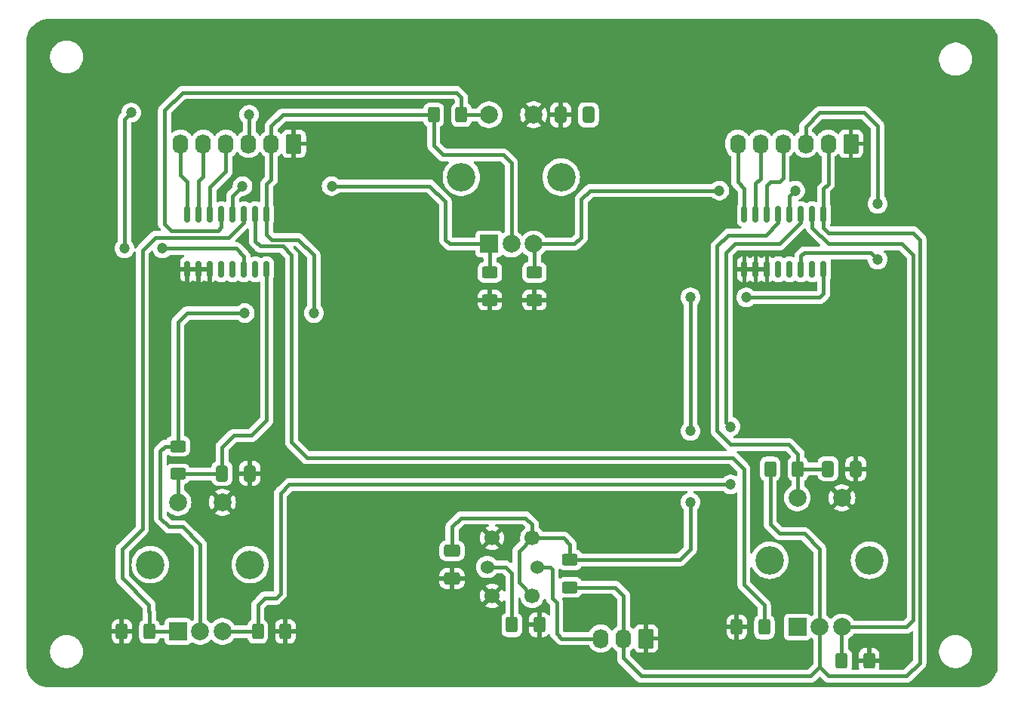
<source format=gbr>
%TF.GenerationSoftware,KiCad,Pcbnew,8.0.4*%
%TF.CreationDate,2024-09-09T03:13:34+02:00*%
%TF.ProjectId,Encoders-LCD,456e636f-6465-4727-932d-4c43442e6b69,rev?*%
%TF.SameCoordinates,PX5fd8220PY4bd12e0*%
%TF.FileFunction,Copper,L2,Bot*%
%TF.FilePolarity,Positive*%
%FSLAX46Y46*%
G04 Gerber Fmt 4.6, Leading zero omitted, Abs format (unit mm)*
G04 Created by KiCad (PCBNEW 8.0.4) date 2024-09-09 03:13:34*
%MOMM*%
%LPD*%
G01*
G04 APERTURE LIST*
G04 Aperture macros list*
%AMRoundRect*
0 Rectangle with rounded corners*
0 $1 Rounding radius*
0 $2 $3 $4 $5 $6 $7 $8 $9 X,Y pos of 4 corners*
0 Add a 4 corners polygon primitive as box body*
4,1,4,$2,$3,$4,$5,$6,$7,$8,$9,$2,$3,0*
0 Add four circle primitives for the rounded corners*
1,1,$1+$1,$2,$3*
1,1,$1+$1,$4,$5*
1,1,$1+$1,$6,$7*
1,1,$1+$1,$8,$9*
0 Add four rect primitives between the rounded corners*
20,1,$1+$1,$2,$3,$4,$5,0*
20,1,$1+$1,$4,$5,$6,$7,0*
20,1,$1+$1,$6,$7,$8,$9,0*
20,1,$1+$1,$8,$9,$2,$3,0*%
G04 Aperture macros list end*
%TA.AperFunction,ComponentPad*%
%ADD10RoundRect,0.250000X0.620000X0.845000X-0.620000X0.845000X-0.620000X-0.845000X0.620000X-0.845000X0*%
%TD*%
%TA.AperFunction,ComponentPad*%
%ADD11O,1.740000X2.190000*%
%TD*%
%TA.AperFunction,ComponentPad*%
%ADD12C,1.700000*%
%TD*%
%TA.AperFunction,ComponentPad*%
%ADD13C,1.524000*%
%TD*%
%TA.AperFunction,ComponentPad*%
%ADD14R,2.000000X2.000000*%
%TD*%
%TA.AperFunction,ComponentPad*%
%ADD15C,2.000000*%
%TD*%
%TA.AperFunction,ComponentPad*%
%ADD16C,3.200000*%
%TD*%
%TA.AperFunction,SMDPad,CuDef*%
%ADD17RoundRect,0.250000X-0.412500X-0.650000X0.412500X-0.650000X0.412500X0.650000X-0.412500X0.650000X0*%
%TD*%
%TA.AperFunction,SMDPad,CuDef*%
%ADD18RoundRect,0.250000X-0.400000X-0.625000X0.400000X-0.625000X0.400000X0.625000X-0.400000X0.625000X0*%
%TD*%
%TA.AperFunction,SMDPad,CuDef*%
%ADD19RoundRect,0.162500X0.162500X-0.750000X0.162500X0.750000X-0.162500X0.750000X-0.162500X-0.750000X0*%
%TD*%
%TA.AperFunction,SMDPad,CuDef*%
%ADD20RoundRect,0.250000X0.400000X0.625000X-0.400000X0.625000X-0.400000X-0.625000X0.400000X-0.625000X0*%
%TD*%
%TA.AperFunction,SMDPad,CuDef*%
%ADD21RoundRect,0.250000X0.625000X-0.400000X0.625000X0.400000X-0.625000X0.400000X-0.625000X-0.400000X0*%
%TD*%
%TA.AperFunction,SMDPad,CuDef*%
%ADD22RoundRect,0.250000X0.412500X0.650000X-0.412500X0.650000X-0.412500X-0.650000X0.412500X-0.650000X0*%
%TD*%
%TA.AperFunction,SMDPad,CuDef*%
%ADD23RoundRect,0.250000X-0.625000X0.400000X-0.625000X-0.400000X0.625000X-0.400000X0.625000X0.400000X0*%
%TD*%
%TA.AperFunction,SMDPad,CuDef*%
%ADD24RoundRect,0.250000X-0.650000X0.412500X-0.650000X-0.412500X0.650000X-0.412500X0.650000X0.412500X0*%
%TD*%
%TA.AperFunction,ViaPad*%
%ADD25C,1.200000*%
%TD*%
%TA.AperFunction,Conductor*%
%ADD26C,0.457200*%
%TD*%
G04 APERTURE END LIST*
D10*
%TO.P,J2,1,Pin_1*%
%TO.N,GND*%
X-24500000Y23500000D03*
D11*
%TO.P,J2,2,Pin_2*%
%TO.N,VCC*%
X-27040000Y23500000D03*
%TO.P,J2,3,Pin_3*%
%TO.N,/SIG_A*%
X-29580000Y23500000D03*
%TO.P,J2,4,Pin_4*%
%TO.N,/S0A*%
X-32120000Y23500000D03*
%TO.P,J2,5,Pin_5*%
%TO.N,/S1A*%
X-34660000Y23500000D03*
%TO.P,J2,6,Pin_6*%
%TO.N,/S2A*%
X-37200000Y23500000D03*
%TD*%
D12*
%TO.P,SW1,1,1*%
%TO.N,GND*%
X-2250000Y-27250000D03*
X-2250000Y-20750000D03*
%TO.P,SW1,2,2*%
%TO.N,/SFTSW*%
X2250000Y-27250000D03*
X2250000Y-20750000D03*
D13*
%TO.P,SW1,3,K*%
%TO.N,Net-(SW1-K)*%
X-2800000Y-24000000D03*
%TO.P,SW1,4,A*%
%TO.N,/SF-LED*%
X2800000Y-24000000D03*
%TD*%
D10*
%TO.P,J3,1,Pin_1*%
%TO.N,GND*%
X38000000Y23500000D03*
D11*
%TO.P,J3,2,Pin_2*%
%TO.N,VCC*%
X35460000Y23500000D03*
%TO.P,J3,3,Pin_3*%
%TO.N,/SIG_B*%
X32920000Y23500000D03*
%TO.P,J3,4,Pin_4*%
%TO.N,/S0B*%
X30380000Y23500000D03*
%TO.P,J3,5,Pin_5*%
%TO.N,/S1B*%
X27840000Y23500000D03*
%TO.P,J3,6,Pin_6*%
%TO.N,/S2B*%
X25300000Y23500000D03*
%TD*%
D10*
%TO.P,J1,1,Pin_1*%
%TO.N,GND*%
X15020000Y-32040000D03*
D11*
%TO.P,J1,2,Pin_2*%
%TO.N,VCC*%
X12480000Y-32040000D03*
%TO.P,J1,3,Pin_3*%
%TO.N,/SF-LED*%
X9940000Y-32040000D03*
%TD*%
D14*
%TO.P,SW3,A,A*%
%TO.N,/ROT-2A*%
X-37500000Y-31250000D03*
D15*
%TO.P,SW3,B,B*%
%TO.N,/ROT-2B*%
X-32500000Y-31250000D03*
%TO.P,SW3,C,C*%
%TO.N,VCC*%
X-35000000Y-31250000D03*
D16*
%TO.P,SW3,MP*%
%TO.N,N/C*%
X-40600000Y-23750000D03*
X-29400000Y-23750000D03*
D15*
%TO.P,SW3,S1,S1*%
%TO.N,GND*%
X-32500000Y-16750000D03*
%TO.P,SW3,S2,S2*%
%TO.N,/ROT-2SW*%
X-37500000Y-16750000D03*
%TD*%
D14*
%TO.P,SW2,A,A*%
%TO.N,/ROT-1A*%
X-2600000Y12250000D03*
D15*
%TO.P,SW2,B,B*%
%TO.N,/ROT-1B*%
X2400000Y12250000D03*
%TO.P,SW2,C,C*%
%TO.N,VCC*%
X-100000Y12250000D03*
D16*
%TO.P,SW2,MP*%
%TO.N,N/C*%
X-5700000Y19750000D03*
X5500000Y19750000D03*
D15*
%TO.P,SW2,S1,S1*%
%TO.N,GND*%
X2400000Y26750000D03*
%TO.P,SW2,S2,S2*%
%TO.N,/ROT-1SW*%
X-2600000Y26750000D03*
%TD*%
D14*
%TO.P,SW4,A,A*%
%TO.N,/ROT-3A*%
X32000000Y-30750000D03*
D15*
%TO.P,SW4,B,B*%
%TO.N,/ROT-3B*%
X37000000Y-30750000D03*
%TO.P,SW4,C,C*%
%TO.N,VCC*%
X34500000Y-30750000D03*
D16*
%TO.P,SW4,MP*%
%TO.N,N/C*%
X28900000Y-23250000D03*
X40100000Y-23250000D03*
D15*
%TO.P,SW4,S1,S1*%
%TO.N,GND*%
X37000000Y-16250000D03*
%TO.P,SW4,S2,S2*%
%TO.N,/ROT-3SW*%
X32000000Y-16250000D03*
%TD*%
D17*
%TO.P,C4,1*%
%TO.N,/ROT-3SW*%
X35437500Y-13000000D03*
%TO.P,C4,2*%
%TO.N,GND*%
X38562500Y-13000000D03*
%TD*%
D18*
%TO.P,R9,1*%
%TO.N,VCC*%
X-8800000Y26750000D03*
%TO.P,R9,2*%
%TO.N,/ROT-1SW*%
X-5700000Y26750000D03*
%TD*%
D19*
%TO.P,U2,1,A4*%
%TO.N,/SFTSW*%
X34945000Y9412500D03*
%TO.P,U2,2,A6*%
%TO.N,unconnected-(U2-A6-Pad2)*%
X33675000Y9412500D03*
%TO.P,U2,3,A*%
%TO.N,/SIG_B*%
X32405000Y9412500D03*
%TO.P,U2,4,A7*%
%TO.N,unconnected-(U2-A7-Pad4)*%
X31135000Y9412500D03*
%TO.P,U2,5,A5*%
%TO.N,unconnected-(U2-A5-Pad5)*%
X29865000Y9412500D03*
%TO.P,U2,6,~{E}*%
%TO.N,GND*%
X28595000Y9412500D03*
%TO.P,U2,7,VEE*%
X27325000Y9412500D03*
%TO.P,U2,8,GND*%
X26055000Y9412500D03*
%TO.P,U2,9,S2*%
%TO.N,/S2B*%
X26055000Y15587500D03*
%TO.P,U2,10,S1*%
%TO.N,/S1B*%
X27325000Y15587500D03*
%TO.P,U2,11,S0*%
%TO.N,/S0B*%
X28595000Y15587500D03*
%TO.P,U2,12,A3*%
%TO.N,/ROT-3SW*%
X29865000Y15587500D03*
%TO.P,U2,13,A0*%
%TO.N,/ROT-1B*%
X31135000Y15587500D03*
%TO.P,U2,14,A1*%
%TO.N,/ROT-2B*%
X32405000Y15587500D03*
%TO.P,U2,15,A2*%
%TO.N,/ROT-3B*%
X33675000Y15587500D03*
%TO.P,U2,16,VCC*%
%TO.N,VCC*%
X34945000Y15587500D03*
%TD*%
D20*
%TO.P,R4,1*%
%TO.N,GND*%
X-25450000Y-31250000D03*
%TO.P,R4,2*%
%TO.N,/ROT-2B*%
X-28550000Y-31250000D03*
%TD*%
D21*
%TO.P,R8,1*%
%TO.N,VCC*%
X6500000Y-26300000D03*
%TO.P,R8,2*%
%TO.N,/SFTSW*%
X6500000Y-23200000D03*
%TD*%
D22*
%TO.P,C2,1*%
%TO.N,/ROT-1SW*%
X8562500Y26750000D03*
%TO.P,C2,2*%
%TO.N,GND*%
X5437500Y26750000D03*
%TD*%
D18*
%TO.P,R5,1*%
%TO.N,GND*%
X25200000Y-30750000D03*
%TO.P,R5,2*%
%TO.N,/ROT-3A*%
X28300000Y-30750000D03*
%TD*%
D20*
%TO.P,R7,1*%
%TO.N,GND*%
X3050000Y-30500000D03*
%TO.P,R7,2*%
%TO.N,Net-(SW1-K)*%
X-50000Y-30500000D03*
%TD*%
D23*
%TO.P,R10,1*%
%TO.N,VCC*%
X-37500000Y-10450000D03*
%TO.P,R10,2*%
%TO.N,/ROT-2SW*%
X-37500000Y-13550000D03*
%TD*%
D18*
%TO.P,R11,1*%
%TO.N,VCC*%
X28950000Y-13000000D03*
%TO.P,R11,2*%
%TO.N,/ROT-3SW*%
X32050000Y-13000000D03*
%TD*%
D21*
%TO.P,R2,1*%
%TO.N,GND*%
X2500000Y5950000D03*
%TO.P,R2,2*%
%TO.N,/ROT-1B*%
X2500000Y9050000D03*
%TD*%
D19*
%TO.P,U1,1,A4*%
%TO.N,/ROT-2SW*%
X-27555000Y9412500D03*
%TO.P,U1,2,A6*%
%TO.N,unconnected-(U1-A6-Pad2)*%
X-28825000Y9412500D03*
%TO.P,U1,3,A*%
%TO.N,/SIG_A*%
X-30095000Y9412500D03*
%TO.P,U1,4,A7*%
%TO.N,unconnected-(U1-A7-Pad4)*%
X-31365000Y9412500D03*
%TO.P,U1,5,A5*%
%TO.N,unconnected-(U1-A5-Pad5)*%
X-32635000Y9412500D03*
%TO.P,U1,6,~{E}*%
%TO.N,GND*%
X-33905000Y9412500D03*
%TO.P,U1,7,VEE*%
X-35175000Y9412500D03*
%TO.P,U1,8,GND*%
X-36445000Y9412500D03*
%TO.P,U1,9,S2*%
%TO.N,/S2A*%
X-36445000Y15587500D03*
%TO.P,U1,10,S1*%
%TO.N,/S1A*%
X-35175000Y15587500D03*
%TO.P,U1,11,S0*%
%TO.N,/S0A*%
X-33905000Y15587500D03*
%TO.P,U1,12,A3*%
%TO.N,/ROT-1SW*%
X-32635000Y15587500D03*
%TO.P,U1,13,A0*%
%TO.N,/ROT-1A*%
X-31365000Y15587500D03*
%TO.P,U1,14,A1*%
%TO.N,/ROT-2A*%
X-30095000Y15587500D03*
%TO.P,U1,15,A2*%
%TO.N,/ROT-3A*%
X-28825000Y15587500D03*
%TO.P,U1,16,VCC*%
%TO.N,VCC*%
X-27555000Y15587500D03*
%TD*%
D20*
%TO.P,R6,1*%
%TO.N,GND*%
X40050000Y-34500000D03*
%TO.P,R6,2*%
%TO.N,/ROT-3B*%
X36950000Y-34500000D03*
%TD*%
D17*
%TO.P,C3,1*%
%TO.N,/ROT-2SW*%
X-32562500Y-13500000D03*
%TO.P,C3,2*%
%TO.N,GND*%
X-29437500Y-13500000D03*
%TD*%
D24*
%TO.P,C1,1*%
%TO.N,/SFTSW*%
X-6750000Y-22187500D03*
%TO.P,C1,2*%
%TO.N,GND*%
X-6750000Y-25312500D03*
%TD*%
D18*
%TO.P,R3,1*%
%TO.N,GND*%
X-43800000Y-31250000D03*
%TO.P,R3,2*%
%TO.N,/ROT-2A*%
X-40700000Y-31250000D03*
%TD*%
D21*
%TO.P,R1,1*%
%TO.N,GND*%
X-2500000Y5950000D03*
%TO.P,R1,2*%
%TO.N,/ROT-1A*%
X-2500000Y9050000D03*
%TD*%
D25*
%TO.N,GND*%
X-33900000Y6700000D03*
X-19900000Y6900000D03*
X-25300000Y-12500000D03*
X-22700000Y-17300000D03*
%TO.N,/SFTSW*%
X26250000Y6250000D03*
X20000000Y-16750000D03*
X20000000Y-8750000D03*
X20000000Y6250000D03*
%TO.N,VCC*%
X-30000000Y4500000D03*
X-22250000Y4500000D03*
%TO.N,/SIG_B*%
X41000000Y10500000D03*
X41000000Y16750000D03*
%TO.N,/SIG_A*%
X-29500000Y26750000D03*
X-39250000Y11750000D03*
X-43500000Y11750000D03*
X-42750000Y27000000D03*
%TO.N,/ROT-1A*%
X-20250000Y18750000D03*
X-30250000Y18750000D03*
%TO.N,/ROT-1B*%
X23250000Y18250000D03*
X31750000Y18250000D03*
%TO.N,/ROT-2B*%
X24500000Y-14750000D03*
X24500000Y-8250000D03*
%TD*%
D26*
%TO.N,GND*%
X-33905000Y9412500D02*
X-33905000Y6705000D01*
X-19900000Y11100000D02*
X-24500000Y15700000D01*
X-24500000Y15700000D02*
X-24500000Y23500000D01*
X-22700000Y-23700000D02*
X-21087500Y-25312500D01*
X-33905000Y6705000D02*
X-33900000Y6700000D01*
X-29437500Y-13500000D02*
X-26300000Y-13500000D01*
X-21087500Y-25312500D02*
X-6750000Y-25312500D01*
X-22700000Y-17300000D02*
X-22700000Y-23700000D01*
X-26300000Y-13500000D02*
X-25300000Y-12500000D01*
X-19900000Y6900000D02*
X-19900000Y11100000D01*
%TO.N,/SFTSW*%
X1500000Y-18500000D02*
X2250000Y-19250000D01*
X750000Y-22250000D02*
X2250000Y-20750000D01*
X20000000Y6250000D02*
X20000000Y-8750000D01*
X2250000Y-27250000D02*
X750000Y-25750000D01*
X5750000Y-20750000D02*
X2250000Y-20750000D01*
X34500000Y6250000D02*
X26250000Y6250000D01*
X18800000Y-23200000D02*
X6500000Y-23200000D01*
X34945000Y9412500D02*
X34945000Y6695000D01*
X20000000Y-22000000D02*
X18800000Y-23200000D01*
X750000Y-25750000D02*
X750000Y-22250000D01*
X-6750000Y-22187500D02*
X-6750000Y-19500000D01*
X6500000Y-21500000D02*
X5750000Y-20750000D01*
X-5750000Y-18500000D02*
X1500000Y-18500000D01*
X2250000Y-19250000D02*
X2250000Y-20750000D01*
X20000000Y-16750000D02*
X20000000Y-22000000D01*
X6500000Y-23200000D02*
X6500000Y-21500000D01*
X-6750000Y-19500000D02*
X-5750000Y-18500000D01*
X34945000Y6695000D02*
X34500000Y6250000D01*
%TO.N,/ROT-1SW*%
X-33000000Y13750000D02*
X-32635000Y14115000D01*
X-5700000Y28700000D02*
X-6250000Y29250000D01*
X-37000000Y29250000D02*
X-39000000Y27250000D01*
X-6250000Y29250000D02*
X-37000000Y29250000D01*
X-39000000Y14500000D02*
X-38250000Y13750000D01*
X-32635000Y14115000D02*
X-32635000Y15587500D01*
X-38250000Y13750000D02*
X-33000000Y13750000D01*
X-5700000Y26750000D02*
X-5700000Y28700000D01*
X-39000000Y27250000D02*
X-39000000Y14500000D01*
X-5700000Y26750000D02*
X-2600000Y26750000D01*
%TO.N,/ROT-2SW*%
X-32612500Y-13550000D02*
X-32562500Y-13500000D01*
X-29250000Y-9250000D02*
X-27555000Y-7555000D01*
X-32562500Y-10562500D02*
X-31250000Y-9250000D01*
X-37500000Y-16750000D02*
X-37500000Y-13550000D01*
X-32562500Y-13500000D02*
X-32562500Y-10562500D01*
X-31250000Y-9250000D02*
X-29250000Y-9250000D01*
X-37500000Y-13550000D02*
X-32612500Y-13550000D01*
X-27555000Y-7555000D02*
X-27555000Y9412500D01*
%TO.N,/ROT-3SW*%
X24250000Y13250000D02*
X23000000Y12000000D01*
X28439999Y13250000D02*
X24250000Y13250000D01*
X29865000Y15587500D02*
X29865000Y14675001D01*
X32050000Y-13000000D02*
X35437500Y-13000000D01*
X32050000Y-11300000D02*
X32050000Y-13000000D01*
X32050000Y-13000000D02*
X32050000Y-16200000D01*
X23000000Y12000000D02*
X23000000Y-8750000D01*
X29865000Y14675001D02*
X28439999Y13250000D01*
X31000000Y-10250000D02*
X32050000Y-11300000D01*
X24500000Y-10250000D02*
X31000000Y-10250000D01*
X23000000Y-8750000D02*
X24500000Y-10250000D01*
X32050000Y-16200000D02*
X32000000Y-16250000D01*
%TO.N,VCC*%
X-38950000Y-10450000D02*
X-37500000Y-10450000D01*
X-37000000Y-19500000D02*
X-38500000Y-19500000D01*
X12480000Y-32040000D02*
X12480000Y-34230000D01*
X35460000Y18960000D02*
X34945000Y18445000D01*
X-7750000Y22250000D02*
X-1000000Y22250000D01*
X12480000Y-34230000D02*
X14500000Y-36250000D01*
X-27000000Y12750000D02*
X-24000000Y12750000D01*
X34500000Y-22000000D02*
X34500000Y-30750000D01*
X11550000Y-26300000D02*
X12500000Y-27250000D01*
X12500000Y-27750000D02*
X12480000Y-27770000D01*
X32750000Y-20250000D02*
X34500000Y-22000000D01*
X34945000Y18445000D02*
X34945000Y15587500D01*
X34945000Y15587500D02*
X34945000Y14055000D01*
X-37500000Y-10450000D02*
X-37500000Y3500000D01*
X-38500000Y-19500000D02*
X-39500000Y-18500000D01*
X-100000Y21350000D02*
X-100000Y12250000D01*
X-25750000Y26750000D02*
X-27040000Y25460000D01*
X44250000Y-36250000D02*
X35500000Y-36250000D01*
X-39500000Y-11000000D02*
X-38950000Y-10450000D01*
X35460000Y23500000D02*
X35460000Y18960000D01*
X12480000Y-27770000D02*
X12480000Y-32040000D01*
X45000000Y13500000D02*
X45750000Y12750000D01*
X6500000Y-26300000D02*
X11550000Y-26300000D01*
X-27555000Y18945000D02*
X-27040000Y19460000D01*
X28950000Y-19200000D02*
X30000000Y-20250000D01*
X-27040000Y25460000D02*
X-27040000Y23500000D01*
X35500000Y-36250000D02*
X34500000Y-35250000D01*
X28950000Y-13000000D02*
X28950000Y-19200000D01*
X14500000Y-36250000D02*
X33500000Y-36250000D01*
X-37500000Y3500000D02*
X-36500000Y4500000D01*
X-35000000Y-21500000D02*
X-37000000Y-19500000D01*
X-27555000Y13305000D02*
X-27000000Y12750000D01*
X45750000Y12750000D02*
X45750000Y-34750000D01*
X-35000000Y-31250000D02*
X-35000000Y-21500000D01*
X34945000Y14055000D02*
X35500000Y13500000D01*
X30000000Y-20250000D02*
X32750000Y-20250000D01*
X45750000Y-34750000D02*
X44250000Y-36250000D01*
X12500000Y-27250000D02*
X12500000Y-27750000D01*
X-8800000Y23300000D02*
X-7750000Y22250000D01*
X35500000Y13500000D02*
X45000000Y13500000D01*
X-22250000Y11000000D02*
X-22250000Y4500000D01*
X-39500000Y-18500000D02*
X-39500000Y-11000000D01*
X-8800000Y26750000D02*
X-25750000Y26750000D01*
X-27555000Y15587500D02*
X-27555000Y13305000D01*
X-27555000Y15587500D02*
X-27555000Y18945000D01*
X-1000000Y22250000D02*
X-100000Y21350000D01*
X-27040000Y19460000D02*
X-27040000Y23500000D01*
X-8800000Y26750000D02*
X-8800000Y23300000D01*
X34500000Y-35250000D02*
X34500000Y-30750000D01*
X33500000Y-36250000D02*
X34500000Y-35250000D01*
X-36500000Y4500000D02*
X-30000000Y4500000D01*
X-24000000Y12750000D02*
X-22250000Y11000000D01*
%TO.N,/SIG_B*%
X32405000Y10905000D02*
X32750000Y11250000D01*
X32920000Y25420000D02*
X32920000Y23500000D01*
X32750000Y11250000D02*
X40250000Y11250000D01*
X39500000Y27000000D02*
X34500000Y27000000D01*
X34500000Y27000000D02*
X32920000Y25420000D01*
X41000000Y16750000D02*
X41000000Y25500000D01*
X40250000Y11250000D02*
X41000000Y10500000D01*
X32405000Y9412500D02*
X32405000Y10905000D01*
X41000000Y25500000D02*
X39500000Y27000000D01*
%TO.N,/SIG_A*%
X-30095000Y10845000D02*
X-31000000Y11750000D01*
X-43500000Y11750000D02*
X-43500000Y26250000D01*
X-43500000Y26250000D02*
X-42750000Y27000000D01*
X-31000000Y11750000D02*
X-39250000Y11750000D01*
X-30095000Y9412500D02*
X-30095000Y10845000D01*
X-29500000Y26750000D02*
X-29500000Y23580000D01*
X-29500000Y23580000D02*
X-29580000Y23500000D01*
%TO.N,/S0A*%
X-32120000Y20380000D02*
X-32120000Y23500000D01*
X-33905000Y15587500D02*
X-33905000Y18595000D01*
X-33905000Y18595000D02*
X-32120000Y20380000D01*
%TO.N,/SF-LED*%
X5000000Y-28000000D02*
X4500000Y-27500000D01*
X9940000Y-32040000D02*
X5540000Y-32040000D01*
X5540000Y-32040000D02*
X5000000Y-31500000D01*
X4500000Y-24250000D02*
X4250000Y-24000000D01*
X4250000Y-24000000D02*
X2800000Y-24000000D01*
X5000000Y-31500000D02*
X5000000Y-28000000D01*
X4500000Y-27500000D02*
X4500000Y-24250000D01*
%TO.N,/S0B*%
X29000000Y19250000D02*
X30000000Y19250000D01*
X28595000Y18845000D02*
X29000000Y19250000D01*
X30000000Y19250000D02*
X30380000Y19630000D01*
X30380000Y19630000D02*
X30380000Y23500000D01*
X28595000Y15587500D02*
X28595000Y18845000D01*
%TO.N,/S1A*%
X-34660000Y19840000D02*
X-35175000Y19325000D01*
X-34660000Y23500000D02*
X-34660000Y19840000D01*
X-35175000Y15587500D02*
X-35175000Y19325000D01*
%TO.N,/S2A*%
X-37200000Y20050000D02*
X-37200000Y23500000D01*
X-36445000Y15587500D02*
X-36445000Y19195000D01*
X-36445000Y19195000D02*
X-37250000Y20000000D01*
X-37250000Y20000000D02*
X-37200000Y20050000D01*
%TO.N,/S1B*%
X27325000Y19075000D02*
X27840000Y19590000D01*
X27840000Y19590000D02*
X27840000Y23500000D01*
X27325000Y15587500D02*
X27325000Y19075000D01*
%TO.N,/S2B*%
X25300000Y23500000D02*
X25300000Y19200000D01*
X25300000Y19200000D02*
X26055000Y18445000D01*
X26055000Y18445000D02*
X26055000Y15587500D01*
%TO.N,/ROT-1A*%
X-31365000Y17635000D02*
X-30250000Y18750000D01*
X-2500000Y9050000D02*
X-2500000Y12150000D01*
X-7500000Y17000000D02*
X-9250000Y18750000D01*
X-7500000Y12750000D02*
X-7500000Y17000000D01*
X-31365000Y15587500D02*
X-31365000Y17635000D01*
X-2600000Y12250000D02*
X-7000000Y12250000D01*
X-7000000Y12250000D02*
X-7500000Y12750000D01*
X-9250000Y18750000D02*
X-20250000Y18750000D01*
X-2500000Y12150000D02*
X-2600000Y12250000D01*
%TO.N,/ROT-1B*%
X2500000Y9050000D02*
X2500000Y12150000D01*
X7750000Y13000000D02*
X7000000Y12250000D01*
X7750000Y17250000D02*
X8750000Y18250000D01*
X7750000Y13000000D02*
X7750000Y17250000D01*
X2400000Y12250000D02*
X7000000Y12250000D01*
X2500000Y12150000D02*
X2400000Y12250000D01*
X31135000Y15587500D02*
X31135000Y17635000D01*
X31135000Y17635000D02*
X31750000Y18250000D01*
X8750000Y18250000D02*
X23250000Y18250000D01*
%TO.N,/ROT-2A*%
X-40700000Y-29050000D02*
X-40700000Y-31250000D01*
X-40000000Y13000000D02*
X-41500000Y11500000D01*
X-40750000Y-28250000D02*
X-40750000Y-29000000D01*
X-43750000Y-22000000D02*
X-43750000Y-25250000D01*
X-41500000Y11500000D02*
X-41500000Y-19750000D01*
X-43750000Y-25250000D02*
X-40750000Y-28250000D01*
X-40750000Y-29000000D02*
X-40700000Y-29050000D01*
X-31770001Y13000000D02*
X-40000000Y13000000D01*
X-30095000Y15587500D02*
X-30095000Y14675001D01*
X-30095000Y14675001D02*
X-31770001Y13000000D01*
X-40700000Y-31250000D02*
X-37500000Y-31250000D01*
X-41500000Y-19750000D02*
X-43750000Y-22000000D01*
%TO.N,/ROT-2B*%
X-32500000Y-31250000D02*
X-28550000Y-31250000D01*
X-28550000Y-31250000D02*
X-28550000Y-28300000D01*
X-28550000Y-28300000D02*
X-28500000Y-28250000D01*
X-28500000Y-28250000D02*
X-27750000Y-27500000D01*
X-27750000Y-27500000D02*
X-26500000Y-27500000D01*
X24500000Y-14750000D02*
X-25000000Y-14750000D01*
X-26000000Y-15750000D02*
X-26000000Y-27000000D01*
X32405000Y14675001D02*
X29979999Y12250000D01*
X26500000Y12250000D02*
X25000000Y12250000D01*
X29979999Y12250000D02*
X26500000Y12250000D01*
X24000000Y-7750000D02*
X24500000Y-8250000D01*
X-25000000Y-14750000D02*
X-26000000Y-15750000D01*
X24000000Y11250000D02*
X24000000Y-7750000D01*
X32405000Y15587500D02*
X32405000Y14675001D01*
X-26000000Y-27000000D02*
X-26500000Y-27500000D01*
X25000000Y12250000D02*
X24000000Y11250000D01*
%TO.N,/ROT-3A*%
X-28250000Y12000000D02*
X-28825000Y12575000D01*
X-24750000Y11000000D02*
X-25750000Y12000000D01*
X28300000Y-30750000D02*
X28300000Y-28300000D01*
X26000000Y-26000000D02*
X26000000Y-13000000D01*
X26000000Y-13000000D02*
X24750000Y-11750000D01*
X-25750000Y12000000D02*
X-28250000Y12000000D01*
X-23000000Y-11750000D02*
X-24750000Y-10000000D01*
X28300000Y-28300000D02*
X26000000Y-26000000D01*
X24750000Y-11750000D02*
X-23000000Y-11750000D01*
X-28825000Y12575000D02*
X-28825000Y15587500D01*
X-24750000Y-10000000D02*
X-24750000Y11000000D01*
%TO.N,/ROT-3B*%
X45000000Y-30000000D02*
X44250000Y-30750000D01*
X37000000Y-30750000D02*
X41250000Y-30750000D01*
X33675000Y14075000D02*
X35500000Y12250000D01*
X45000000Y11000000D02*
X45000000Y-30000000D01*
X35500000Y12250000D02*
X43750000Y12250000D01*
X43750000Y12250000D02*
X45000000Y11000000D01*
X41250000Y-30750000D02*
X42750000Y-30750000D01*
X36950000Y-34500000D02*
X36950000Y-30800000D01*
X33675000Y15587500D02*
X33675000Y14075000D01*
X44250000Y-30750000D02*
X41250000Y-30750000D01*
X36950000Y-30800000D02*
X37000000Y-30750000D01*
%TO.N,Net-(SW1-K)*%
X-750000Y-24000000D02*
X-2800000Y-24000000D01*
X-50000Y-24700000D02*
X-750000Y-24000000D01*
X-50000Y-30500000D02*
X-50000Y-24700000D01*
%TD*%
%TA.AperFunction,Conductor*%
%TO.N,GND*%
G36*
X32882744Y14019129D02*
G01*
X32938677Y13977257D01*
X32961027Y13927139D01*
X32973917Y13862335D01*
X32973919Y13862329D01*
X33028878Y13729645D01*
X33028883Y13729636D01*
X33108670Y13610227D01*
X33108673Y13610223D01*
X34528116Y12190781D01*
X34561601Y12129458D01*
X34556617Y12059766D01*
X34514745Y12003833D01*
X34449281Y11979416D01*
X34440435Y11979100D01*
X32678187Y11979100D01*
X32537336Y11951083D01*
X32537328Y11951081D01*
X32404644Y11896122D01*
X32404635Y11896117D01*
X32285226Y11816330D01*
X32285222Y11816327D01*
X32017817Y11548920D01*
X31940226Y11471329D01*
X31903718Y11434821D01*
X31838669Y11369773D01*
X31758883Y11250365D01*
X31758878Y11250356D01*
X31703919Y11117672D01*
X31703917Y11117664D01*
X31675900Y10976815D01*
X31675900Y10907551D01*
X31656215Y10840512D01*
X31603411Y10794757D01*
X31534253Y10784813D01*
X31515016Y10789164D01*
X31417887Y10819430D01*
X31417885Y10819431D01*
X31417883Y10819431D01*
X31371117Y10823681D01*
X31351091Y10825500D01*
X31351088Y10825500D01*
X30918901Y10825500D01*
X30852117Y10819432D01*
X30852106Y10819429D01*
X30698400Y10771533D01*
X30564150Y10690375D01*
X30496595Y10672539D01*
X30435850Y10690375D01*
X30301602Y10771531D01*
X30301596Y10771533D01*
X30147887Y10819430D01*
X30147885Y10819431D01*
X30147883Y10819431D01*
X30101117Y10823681D01*
X30081091Y10825500D01*
X30081088Y10825500D01*
X29648901Y10825500D01*
X29582117Y10819432D01*
X29582106Y10819429D01*
X29428401Y10771533D01*
X29402556Y10755909D01*
X29294151Y10690375D01*
X29293666Y10690082D01*
X29226111Y10672246D01*
X29165366Y10690082D01*
X29031396Y10771071D01*
X28877794Y10818934D01*
X28845000Y10821915D01*
X28845000Y8003086D01*
X28877792Y8006065D01*
X28877802Y8006068D01*
X29031393Y8053928D01*
X29031394Y8053929D01*
X29165365Y8134918D01*
X29232920Y8152755D01*
X29293664Y8134919D01*
X29428398Y8053469D01*
X29582113Y8005570D01*
X29648909Y7999500D01*
X30081090Y7999501D01*
X30081098Y7999501D01*
X30147882Y8005569D01*
X30147885Y8005570D01*
X30147887Y8005570D01*
X30301602Y8053469D01*
X30435852Y8134627D01*
X30503404Y8152462D01*
X30564147Y8134627D01*
X30698398Y8053469D01*
X30852113Y8005570D01*
X30918909Y7999500D01*
X31351090Y7999501D01*
X31351098Y7999501D01*
X31417882Y8005569D01*
X31417885Y8005570D01*
X31417887Y8005570D01*
X31571602Y8053469D01*
X31705852Y8134627D01*
X31773404Y8152462D01*
X31834147Y8134627D01*
X31968398Y8053469D01*
X32122113Y8005570D01*
X32188909Y7999500D01*
X32621090Y7999501D01*
X32621098Y7999501D01*
X32687882Y8005569D01*
X32687885Y8005570D01*
X32687887Y8005570D01*
X32841602Y8053469D01*
X32975852Y8134627D01*
X33043404Y8152462D01*
X33104147Y8134627D01*
X33238398Y8053469D01*
X33392113Y8005570D01*
X33458909Y7999500D01*
X33891090Y7999501D01*
X33891098Y7999501D01*
X33957882Y8005569D01*
X33957885Y8005570D01*
X33957887Y8005570D01*
X34055009Y8035834D01*
X34124869Y8036986D01*
X34184262Y8000185D01*
X34214330Y7937116D01*
X34215900Y7917449D01*
X34215900Y7103100D01*
X34196215Y7036061D01*
X34143411Y6990306D01*
X34091900Y6979100D01*
X27131782Y6979100D01*
X27064743Y6998785D01*
X27048244Y7011463D01*
X26916041Y7131981D01*
X26916039Y7131983D01*
X26742642Y7239345D01*
X26742635Y7239349D01*
X26647546Y7276186D01*
X26552456Y7313024D01*
X26351976Y7350500D01*
X26148024Y7350500D01*
X25947544Y7313024D01*
X25947541Y7313024D01*
X25947541Y7313023D01*
X25757364Y7239349D01*
X25757357Y7239345D01*
X25583960Y7131983D01*
X25583958Y7131981D01*
X25433237Y6994582D01*
X25310327Y6831822D01*
X25219422Y6649261D01*
X25219417Y6649248D01*
X25163602Y6453083D01*
X25144785Y6250001D01*
X25144785Y6250000D01*
X25163602Y6046918D01*
X25219417Y5850753D01*
X25219422Y5850740D01*
X25310327Y5668179D01*
X25433237Y5505419D01*
X25583958Y5368020D01*
X25583960Y5368018D01*
X25654251Y5324496D01*
X25757363Y5260652D01*
X25947544Y5186976D01*
X26148024Y5149500D01*
X26148026Y5149500D01*
X26351974Y5149500D01*
X26351976Y5149500D01*
X26552456Y5186976D01*
X26742637Y5260652D01*
X26916041Y5368019D01*
X26992580Y5437793D01*
X27048244Y5488537D01*
X27111048Y5519154D01*
X27131782Y5520900D01*
X34571812Y5520900D01*
X34571813Y5520901D01*
X34712671Y5548919D01*
X34845358Y5603880D01*
X34964774Y5683671D01*
X35511329Y6230226D01*
X35591120Y6349642D01*
X35646081Y6482329D01*
X35674100Y6623190D01*
X35674100Y6766810D01*
X35674100Y8283642D01*
X35691984Y8347793D01*
X35716531Y8388398D01*
X35764430Y8542113D01*
X35770500Y8608909D01*
X35770499Y10216090D01*
X35770499Y10216091D01*
X35770499Y10216099D01*
X35764431Y10282883D01*
X35764430Y10282886D01*
X35760444Y10295677D01*
X35740398Y10360010D01*
X35739248Y10429870D01*
X35776049Y10489263D01*
X35839118Y10519331D01*
X35858784Y10520900D01*
X39779807Y10520900D01*
X39846846Y10501215D01*
X39892601Y10448411D01*
X39903278Y10408341D01*
X39913602Y10296919D01*
X39969417Y10100753D01*
X39969422Y10100740D01*
X40060327Y9918179D01*
X40183237Y9755419D01*
X40333958Y9618020D01*
X40333960Y9618018D01*
X40433141Y9556608D01*
X40507363Y9510652D01*
X40697544Y9436976D01*
X40898024Y9399500D01*
X40898026Y9399500D01*
X41101974Y9399500D01*
X41101976Y9399500D01*
X41302456Y9436976D01*
X41492637Y9510652D01*
X41666041Y9618019D01*
X41816764Y9755421D01*
X41939673Y9918179D01*
X42030582Y10100750D01*
X42086397Y10296917D01*
X42105215Y10500000D01*
X42105102Y10501215D01*
X42086397Y10703083D01*
X42073189Y10749502D01*
X42030582Y10899250D01*
X42026448Y10907552D01*
X41976596Y11007669D01*
X41939673Y11081821D01*
X41816764Y11244579D01*
X41750197Y11305263D01*
X41713915Y11364974D01*
X41715676Y11434821D01*
X41754919Y11492629D01*
X41819186Y11520044D01*
X41833735Y11520900D01*
X43396635Y11520900D01*
X43463674Y11501215D01*
X43484316Y11484581D01*
X44234581Y10734316D01*
X44268066Y10672993D01*
X44270900Y10646635D01*
X44270900Y-29646635D01*
X44251215Y-29713674D01*
X44234581Y-29734316D01*
X43984316Y-29984581D01*
X43922993Y-30018066D01*
X43896635Y-30020900D01*
X38383117Y-30020900D01*
X38316078Y-30001215D01*
X38279308Y-29964721D01*
X38188166Y-29825217D01*
X38118463Y-29749500D01*
X38019744Y-29642262D01*
X37823509Y-29489526D01*
X37823507Y-29489525D01*
X37823506Y-29489524D01*
X37604811Y-29371172D01*
X37604802Y-29371169D01*
X37369616Y-29290429D01*
X37124335Y-29249500D01*
X36875665Y-29249500D01*
X36630383Y-29290429D01*
X36395197Y-29371169D01*
X36395188Y-29371172D01*
X36176493Y-29489524D01*
X35980255Y-29642262D01*
X35980252Y-29642265D01*
X35841229Y-29793284D01*
X35781342Y-29829275D01*
X35711504Y-29827174D01*
X35658771Y-29793284D01*
X35519747Y-29642265D01*
X35519744Y-29642262D01*
X35412354Y-29558677D01*
X35323509Y-29489526D01*
X35323508Y-29489525D01*
X35323505Y-29489523D01*
X35323498Y-29489519D01*
X35294080Y-29473598D01*
X35244490Y-29424377D01*
X35229100Y-29364545D01*
X35229100Y-23250000D01*
X37994592Y-23250000D01*
X38014201Y-23536680D01*
X38014201Y-23536684D01*
X38014202Y-23536686D01*
X38020408Y-23566550D01*
X38072666Y-23818034D01*
X38072667Y-23818037D01*
X38168894Y-24088793D01*
X38168893Y-24088793D01*
X38301098Y-24343935D01*
X38466812Y-24578700D01*
X38551923Y-24669831D01*
X38662947Y-24788708D01*
X38885853Y-24970055D01*
X39095482Y-25097534D01*
X39131382Y-25119365D01*
X39266813Y-25178190D01*
X39394942Y-25233844D01*
X39671642Y-25311371D01*
X39921920Y-25345771D01*
X39956321Y-25350500D01*
X39956322Y-25350500D01*
X40243679Y-25350500D01*
X40274370Y-25346281D01*
X40528358Y-25311371D01*
X40805058Y-25233844D01*
X40933187Y-25178190D01*
X41068617Y-25119365D01*
X41068620Y-25119363D01*
X41068625Y-25119361D01*
X41314147Y-24970055D01*
X41537053Y-24788708D01*
X41733189Y-24578698D01*
X41898901Y-24343936D01*
X42031104Y-24088797D01*
X42127334Y-23818032D01*
X42185798Y-23536686D01*
X42205408Y-23250000D01*
X42185798Y-22963314D01*
X42127334Y-22681968D01*
X42115975Y-22650008D01*
X42031105Y-22411206D01*
X42031106Y-22411206D01*
X41898901Y-22156064D01*
X41733187Y-21921299D01*
X41609158Y-21788498D01*
X41537053Y-21711292D01*
X41408452Y-21606667D01*
X41314146Y-21529944D01*
X41068617Y-21380634D01*
X40805063Y-21266158D01*
X40805061Y-21266157D01*
X40805058Y-21266156D01*
X40625780Y-21215925D01*
X40528364Y-21188630D01*
X40528359Y-21188629D01*
X40528358Y-21188629D01*
X40386018Y-21169064D01*
X40243679Y-21149500D01*
X40243678Y-21149500D01*
X39956322Y-21149500D01*
X39956321Y-21149500D01*
X39671642Y-21188629D01*
X39671635Y-21188630D01*
X39463861Y-21246845D01*
X39394942Y-21266156D01*
X39394939Y-21266156D01*
X39394936Y-21266158D01*
X39394935Y-21266158D01*
X39131382Y-21380634D01*
X38885853Y-21529944D01*
X38662950Y-21711289D01*
X38662947Y-21711291D01*
X38662947Y-21711292D01*
X38643513Y-21732100D01*
X38466812Y-21921299D01*
X38301098Y-22156064D01*
X38168894Y-22411206D01*
X38072667Y-22681962D01*
X38072666Y-22681965D01*
X38014201Y-22963319D01*
X37994592Y-23250000D01*
X35229100Y-23250000D01*
X35229100Y-21928187D01*
X35229099Y-21928185D01*
X35224415Y-21904635D01*
X35201081Y-21787329D01*
X35146120Y-21654642D01*
X35146119Y-21654641D01*
X35146116Y-21654635D01*
X35066330Y-21535227D01*
X35019455Y-21488352D01*
X34964774Y-21433671D01*
X34215277Y-20684174D01*
X33214777Y-19683673D01*
X33214773Y-19683670D01*
X33095364Y-19603883D01*
X33095355Y-19603878D01*
X32962671Y-19548919D01*
X32962663Y-19548917D01*
X32821813Y-19520900D01*
X32821810Y-19520900D01*
X30353365Y-19520900D01*
X30286326Y-19501215D01*
X30265684Y-19484581D01*
X29715419Y-18934316D01*
X29681934Y-18872993D01*
X29679100Y-18846635D01*
X29679100Y-14372996D01*
X29698785Y-14305957D01*
X29738001Y-14267459D01*
X29818656Y-14217712D01*
X29942712Y-14093656D01*
X30034814Y-13944334D01*
X30089999Y-13777797D01*
X30100500Y-13675009D01*
X30100499Y-12324992D01*
X30094973Y-12270900D01*
X30089999Y-12222203D01*
X30089998Y-12222200D01*
X30069828Y-12161331D01*
X30034814Y-12055666D01*
X29942712Y-11906344D01*
X29818656Y-11782288D01*
X29669334Y-11690186D01*
X29502797Y-11635001D01*
X29502795Y-11635000D01*
X29400010Y-11624500D01*
X28499998Y-11624500D01*
X28499980Y-11624501D01*
X28397203Y-11635000D01*
X28397200Y-11635001D01*
X28230668Y-11690185D01*
X28230663Y-11690187D01*
X28081342Y-11782289D01*
X27957289Y-11906342D01*
X27865187Y-12055663D01*
X27865185Y-12055668D01*
X27850495Y-12100000D01*
X27810001Y-12222203D01*
X27810001Y-12222204D01*
X27810000Y-12222204D01*
X27799500Y-12324983D01*
X27799500Y-13675001D01*
X27799501Y-13675018D01*
X27810000Y-13777796D01*
X27810001Y-13777799D01*
X27865185Y-13944331D01*
X27865187Y-13944336D01*
X27880604Y-13969331D01*
X27957288Y-14093656D01*
X28081344Y-14217712D01*
X28161998Y-14267459D01*
X28208721Y-14319404D01*
X28220900Y-14372996D01*
X28220900Y-19271814D01*
X28248917Y-19412663D01*
X28248919Y-19412671D01*
X28303878Y-19545355D01*
X28303883Y-19545364D01*
X28383670Y-19664773D01*
X28383673Y-19664777D01*
X29433671Y-20714774D01*
X29534723Y-20815826D01*
X29535227Y-20816330D01*
X29654635Y-20896116D01*
X29654641Y-20896119D01*
X29654642Y-20896120D01*
X29787329Y-20951081D01*
X29928185Y-20979099D01*
X29928188Y-20979100D01*
X29928190Y-20979100D01*
X32396635Y-20979100D01*
X32463674Y-20998785D01*
X32484316Y-21015419D01*
X33734581Y-22265684D01*
X33768066Y-22327007D01*
X33770900Y-22353365D01*
X33770900Y-29364545D01*
X33751215Y-29431584D01*
X33705920Y-29473598D01*
X33676498Y-29489521D01*
X33676483Y-29489531D01*
X33620588Y-29533035D01*
X33555594Y-29558677D01*
X33487054Y-29545110D01*
X33445160Y-29509492D01*
X33443796Y-29507670D01*
X33443796Y-29507669D01*
X33357546Y-29392454D01*
X33329113Y-29371169D01*
X33242335Y-29306206D01*
X33242328Y-29306202D01*
X33107482Y-29255908D01*
X33107483Y-29255908D01*
X33047883Y-29249501D01*
X33047881Y-29249500D01*
X33047873Y-29249500D01*
X33047864Y-29249500D01*
X30952129Y-29249500D01*
X30952123Y-29249501D01*
X30892516Y-29255908D01*
X30757671Y-29306202D01*
X30757664Y-29306206D01*
X30642455Y-29392452D01*
X30642452Y-29392455D01*
X30556206Y-29507664D01*
X30556202Y-29507671D01*
X30505908Y-29642517D01*
X30499501Y-29702116D01*
X30499500Y-29702135D01*
X30499500Y-31797870D01*
X30499501Y-31797876D01*
X30505908Y-31857483D01*
X30556202Y-31992328D01*
X30556206Y-31992335D01*
X30642452Y-32107544D01*
X30642455Y-32107547D01*
X30757664Y-32193793D01*
X30757671Y-32193797D01*
X30892517Y-32244091D01*
X30892516Y-32244091D01*
X30899444Y-32244835D01*
X30952127Y-32250500D01*
X33047872Y-32250499D01*
X33107483Y-32244091D01*
X33242331Y-32193796D01*
X33357546Y-32107546D01*
X33443796Y-31992331D01*
X33443796Y-31992329D01*
X33445161Y-31990507D01*
X33501095Y-31948636D01*
X33570787Y-31943652D01*
X33620589Y-31966964D01*
X33676491Y-32010474D01*
X33705917Y-32026398D01*
X33755507Y-32075616D01*
X33770900Y-32135453D01*
X33770900Y-34896635D01*
X33751215Y-34963674D01*
X33734581Y-34984316D01*
X33234316Y-35484581D01*
X33172993Y-35518066D01*
X33146635Y-35520900D01*
X14853365Y-35520900D01*
X14786326Y-35501215D01*
X14765684Y-35484581D01*
X13245419Y-33964316D01*
X13211934Y-33902993D01*
X13209100Y-33876635D01*
X13209100Y-33492489D01*
X13228785Y-33425450D01*
X13260209Y-33392175D01*
X13372821Y-33310359D01*
X13515186Y-33167993D01*
X13576505Y-33134511D01*
X13646197Y-33139495D01*
X13702131Y-33181366D01*
X13715248Y-33203277D01*
X13715640Y-33204118D01*
X13807684Y-33353345D01*
X13931654Y-33477315D01*
X14080875Y-33569356D01*
X14080880Y-33569358D01*
X14247302Y-33624505D01*
X14247309Y-33624506D01*
X14350019Y-33634999D01*
X14769999Y-33634999D01*
X14770000Y-33634998D01*
X14770000Y-32582709D01*
X14790339Y-32594452D01*
X14941667Y-32635000D01*
X15098333Y-32635000D01*
X15249661Y-32594452D01*
X15270000Y-32582709D01*
X15270000Y-33634999D01*
X15689972Y-33634999D01*
X15689986Y-33634998D01*
X15792697Y-33624505D01*
X15959119Y-33569358D01*
X15959124Y-33569356D01*
X16108345Y-33477315D01*
X16232315Y-33353345D01*
X16324356Y-33204124D01*
X16324358Y-33204119D01*
X16379505Y-33037697D01*
X16379506Y-33037690D01*
X16389999Y-32934986D01*
X16390000Y-32934973D01*
X16390000Y-32290000D01*
X15562709Y-32290000D01*
X15574452Y-32269661D01*
X15615000Y-32118333D01*
X15615000Y-31961667D01*
X15574452Y-31810339D01*
X15562709Y-31790000D01*
X16389999Y-31790000D01*
X16389999Y-31424986D01*
X24050001Y-31424986D01*
X24060494Y-31527697D01*
X24115641Y-31694119D01*
X24115643Y-31694124D01*
X24207684Y-31843345D01*
X24331654Y-31967315D01*
X24480875Y-32059356D01*
X24480880Y-32059358D01*
X24647302Y-32114505D01*
X24647309Y-32114506D01*
X24750019Y-32124999D01*
X24949999Y-32124999D01*
X25450000Y-32124999D01*
X25649972Y-32124999D01*
X25649986Y-32124998D01*
X25752697Y-32114505D01*
X25919119Y-32059358D01*
X25919124Y-32059356D01*
X26068345Y-31967315D01*
X26192315Y-31843345D01*
X26284356Y-31694124D01*
X26284358Y-31694119D01*
X26339505Y-31527697D01*
X26339506Y-31527690D01*
X26349999Y-31424986D01*
X26350000Y-31424973D01*
X26350000Y-31000000D01*
X25450000Y-31000000D01*
X25450000Y-32124999D01*
X24949999Y-32124999D01*
X24950000Y-32124998D01*
X24950000Y-31000000D01*
X24050001Y-31000000D01*
X24050001Y-31424986D01*
X16389999Y-31424986D01*
X16389999Y-31145028D01*
X16389998Y-31145013D01*
X16379505Y-31042302D01*
X16324358Y-30875880D01*
X16324356Y-30875875D01*
X16232315Y-30726654D01*
X16108345Y-30602684D01*
X15959124Y-30510643D01*
X15959119Y-30510641D01*
X15792697Y-30455494D01*
X15792690Y-30455493D01*
X15689986Y-30445000D01*
X15270000Y-30445000D01*
X15270000Y-31497290D01*
X15249661Y-31485548D01*
X15098333Y-31445000D01*
X14941667Y-31445000D01*
X14790339Y-31485548D01*
X14770000Y-31497290D01*
X14770000Y-30445000D01*
X14350028Y-30445000D01*
X14350012Y-30445001D01*
X14247302Y-30455494D01*
X14080880Y-30510641D01*
X14080875Y-30510643D01*
X13931654Y-30602684D01*
X13807684Y-30726654D01*
X13715637Y-30875885D01*
X13715245Y-30876728D01*
X13714821Y-30877208D01*
X13711851Y-30882025D01*
X13711027Y-30881517D01*
X13669072Y-30929167D01*
X13601879Y-30948318D01*
X13534998Y-30928101D01*
X13515183Y-30912003D01*
X13372823Y-30769643D01*
X13372821Y-30769641D01*
X13345788Y-30750000D01*
X13260214Y-30687825D01*
X13217548Y-30632495D01*
X13209100Y-30587508D01*
X13209100Y-30075013D01*
X24050000Y-30075013D01*
X24050000Y-30500000D01*
X24950000Y-30500000D01*
X25450000Y-30500000D01*
X26349999Y-30500000D01*
X26349999Y-30075028D01*
X26349998Y-30075013D01*
X26339505Y-29972302D01*
X26284358Y-29805880D01*
X26284356Y-29805875D01*
X26192315Y-29656654D01*
X26068345Y-29532684D01*
X25919124Y-29440643D01*
X25919119Y-29440641D01*
X25752697Y-29385494D01*
X25752690Y-29385493D01*
X25649986Y-29375000D01*
X25450000Y-29375000D01*
X25450000Y-30500000D01*
X24950000Y-30500000D01*
X24950000Y-29375000D01*
X24750029Y-29375000D01*
X24750012Y-29375001D01*
X24647302Y-29385494D01*
X24480880Y-29440641D01*
X24480875Y-29440643D01*
X24331654Y-29532684D01*
X24207684Y-29656654D01*
X24115643Y-29805875D01*
X24115641Y-29805880D01*
X24060494Y-29972302D01*
X24060493Y-29972309D01*
X24050000Y-30075013D01*
X13209100Y-30075013D01*
X13209100Y-27934567D01*
X13211483Y-27910375D01*
X13212624Y-27904642D01*
X13226431Y-27835227D01*
X13229100Y-27821812D01*
X13229100Y-27178187D01*
X13229099Y-27178185D01*
X13227204Y-27168656D01*
X13201081Y-27037329D01*
X13146120Y-26904642D01*
X13146119Y-26904641D01*
X13146116Y-26904635D01*
X13066330Y-26785227D01*
X13015684Y-26734581D01*
X12964774Y-26683671D01*
X12492604Y-26211501D01*
X12014777Y-25733673D01*
X12014773Y-25733670D01*
X11895364Y-25653883D01*
X11895355Y-25653878D01*
X11762671Y-25598919D01*
X11762663Y-25598917D01*
X11621813Y-25570900D01*
X11621810Y-25570900D01*
X7872997Y-25570900D01*
X7805958Y-25551215D01*
X7767459Y-25511998D01*
X7717712Y-25431344D01*
X7593656Y-25307288D01*
X7444334Y-25215186D01*
X7277797Y-25160001D01*
X7277795Y-25160000D01*
X7175010Y-25149500D01*
X5824998Y-25149500D01*
X5824981Y-25149501D01*
X5722203Y-25160000D01*
X5722200Y-25160001D01*
X5555668Y-25215185D01*
X5555659Y-25215189D01*
X5418196Y-25299977D01*
X5350804Y-25318417D01*
X5284140Y-25297494D01*
X5239371Y-25243852D01*
X5229100Y-25194438D01*
X5229100Y-24305561D01*
X5248785Y-24238522D01*
X5301589Y-24192767D01*
X5370747Y-24182823D01*
X5418193Y-24200020D01*
X5555666Y-24284814D01*
X5722203Y-24339999D01*
X5824991Y-24350500D01*
X7175008Y-24350499D01*
X7277797Y-24339999D01*
X7444334Y-24284814D01*
X7593656Y-24192712D01*
X7717712Y-24068656D01*
X7767459Y-23988001D01*
X7819406Y-23941279D01*
X7872997Y-23929100D01*
X18871812Y-23929100D01*
X18871813Y-23929099D01*
X19012671Y-23901081D01*
X19145358Y-23846120D01*
X19264774Y-23766329D01*
X20566329Y-22464774D01*
X20646120Y-22345358D01*
X20701081Y-22212671D01*
X20729100Y-22071810D01*
X20729100Y-21928190D01*
X20729100Y-17629246D01*
X20748785Y-17562207D01*
X20769563Y-17537608D01*
X20816764Y-17494579D01*
X20939673Y-17331821D01*
X21030582Y-17149250D01*
X21086397Y-16953083D01*
X21105215Y-16750000D01*
X21105214Y-16749994D01*
X21086397Y-16546917D01*
X21072404Y-16497738D01*
X21030582Y-16350750D01*
X21030159Y-16349901D01*
X20986272Y-16261764D01*
X20939673Y-16168179D01*
X20851941Y-16052003D01*
X20816762Y-16005418D01*
X20666041Y-15868019D01*
X20666039Y-15868017D01*
X20492642Y-15760655D01*
X20492635Y-15760651D01*
X20384415Y-15718727D01*
X20329014Y-15676154D01*
X20305423Y-15610387D01*
X20321134Y-15542307D01*
X20371158Y-15493528D01*
X20429209Y-15479100D01*
X23618218Y-15479100D01*
X23685257Y-15498785D01*
X23701756Y-15511463D01*
X23833958Y-15631980D01*
X23833960Y-15631982D01*
X23850563Y-15642262D01*
X24007363Y-15739348D01*
X24197544Y-15813024D01*
X24398024Y-15850500D01*
X24398026Y-15850500D01*
X24601974Y-15850500D01*
X24601976Y-15850500D01*
X24802456Y-15813024D01*
X24992637Y-15739348D01*
X25081624Y-15684249D01*
X25148983Y-15665694D01*
X25215682Y-15686502D01*
X25260544Y-15740067D01*
X25270900Y-15789677D01*
X25270900Y-26071814D01*
X25298917Y-26212663D01*
X25298919Y-26212671D01*
X25353878Y-26345355D01*
X25353883Y-26345364D01*
X25433670Y-26464773D01*
X25433673Y-26464777D01*
X27534581Y-28565684D01*
X27568066Y-28627007D01*
X27570900Y-28653365D01*
X27570900Y-29377001D01*
X27551215Y-29444040D01*
X27511998Y-29482539D01*
X27431344Y-29532287D01*
X27307289Y-29656342D01*
X27215187Y-29805663D01*
X27215185Y-29805668D01*
X27195675Y-29864545D01*
X27160001Y-29972203D01*
X27160001Y-29972204D01*
X27160000Y-29972204D01*
X27149500Y-30074983D01*
X27149500Y-31425001D01*
X27149501Y-31425018D01*
X27160000Y-31527796D01*
X27160001Y-31527799D01*
X27215185Y-31694331D01*
X27215187Y-31694336D01*
X27245787Y-31743946D01*
X27307288Y-31843656D01*
X27431344Y-31967712D01*
X27580666Y-32059814D01*
X27747203Y-32114999D01*
X27849991Y-32125500D01*
X28750008Y-32125499D01*
X28750016Y-32125498D01*
X28750019Y-32125498D01*
X28820159Y-32118333D01*
X28852797Y-32114999D01*
X29019334Y-32059814D01*
X29168656Y-31967712D01*
X29292712Y-31843656D01*
X29384814Y-31694334D01*
X29439999Y-31527797D01*
X29450500Y-31425009D01*
X29450499Y-30074992D01*
X29448832Y-30058677D01*
X29439999Y-29972203D01*
X29439998Y-29972200D01*
X29413573Y-29892455D01*
X29384814Y-29805666D01*
X29292712Y-29656344D01*
X29168656Y-29532288D01*
X29168655Y-29532287D01*
X29088002Y-29482539D01*
X29041278Y-29430591D01*
X29029100Y-29377001D01*
X29029100Y-28228187D01*
X29029099Y-28228185D01*
X29012774Y-28146116D01*
X29001081Y-28087329D01*
X28950317Y-27964774D01*
X28946121Y-27954644D01*
X28946116Y-27954635D01*
X28866330Y-27835227D01*
X28816329Y-27785226D01*
X28764774Y-27733671D01*
X26765419Y-25734316D01*
X26731934Y-25672993D01*
X26729100Y-25646635D01*
X26729100Y-24133261D01*
X26748785Y-24066222D01*
X26801589Y-24020467D01*
X26870747Y-24010523D01*
X26934303Y-24039548D01*
X26965716Y-24085559D01*
X26967208Y-24084912D01*
X26968893Y-24088793D01*
X27101098Y-24343935D01*
X27266812Y-24578700D01*
X27351923Y-24669831D01*
X27462947Y-24788708D01*
X27685853Y-24970055D01*
X27895482Y-25097534D01*
X27931382Y-25119365D01*
X28066813Y-25178190D01*
X28194942Y-25233844D01*
X28471642Y-25311371D01*
X28721920Y-25345771D01*
X28756321Y-25350500D01*
X28756322Y-25350500D01*
X29043679Y-25350500D01*
X29074370Y-25346281D01*
X29328358Y-25311371D01*
X29605058Y-25233844D01*
X29733187Y-25178190D01*
X29868617Y-25119365D01*
X29868620Y-25119363D01*
X29868625Y-25119361D01*
X30114147Y-24970055D01*
X30337053Y-24788708D01*
X30533189Y-24578698D01*
X30698901Y-24343936D01*
X30831104Y-24088797D01*
X30927334Y-23818032D01*
X30985798Y-23536686D01*
X31005408Y-23250000D01*
X30985798Y-22963314D01*
X30927334Y-22681968D01*
X30915975Y-22650008D01*
X30831105Y-22411206D01*
X30831106Y-22411206D01*
X30698901Y-22156064D01*
X30533187Y-21921299D01*
X30409158Y-21788498D01*
X30337053Y-21711292D01*
X30208452Y-21606667D01*
X30114146Y-21529944D01*
X29868617Y-21380634D01*
X29605063Y-21266158D01*
X29605061Y-21266157D01*
X29605058Y-21266156D01*
X29425780Y-21215925D01*
X29328364Y-21188630D01*
X29328359Y-21188629D01*
X29328358Y-21188629D01*
X29186018Y-21169064D01*
X29043679Y-21149500D01*
X29043678Y-21149500D01*
X28756322Y-21149500D01*
X28756321Y-21149500D01*
X28471642Y-21188629D01*
X28471635Y-21188630D01*
X28263861Y-21246845D01*
X28194942Y-21266156D01*
X28194939Y-21266156D01*
X28194936Y-21266158D01*
X28194935Y-21266158D01*
X27931382Y-21380634D01*
X27685853Y-21529944D01*
X27462950Y-21711289D01*
X27462947Y-21711291D01*
X27462947Y-21711292D01*
X27443513Y-21732100D01*
X27266812Y-21921299D01*
X27101098Y-22156064D01*
X26968893Y-22411206D01*
X26967208Y-22415088D01*
X26965527Y-22414357D01*
X26928932Y-22464847D01*
X26863852Y-22490271D01*
X26795358Y-22476474D01*
X26745197Y-22427836D01*
X26729100Y-22366738D01*
X26729100Y-12928187D01*
X26729099Y-12928185D01*
X26701081Y-12787329D01*
X26646120Y-12654642D01*
X26646119Y-12654641D01*
X26646116Y-12654635D01*
X26566330Y-12535227D01*
X26524955Y-12493852D01*
X26464774Y-12433671D01*
X25912445Y-11881342D01*
X25221885Y-11190781D01*
X25188400Y-11129458D01*
X25193384Y-11059766D01*
X25235256Y-11003833D01*
X25300720Y-10979416D01*
X25309566Y-10979100D01*
X30646635Y-10979100D01*
X30713674Y-10998785D01*
X30734316Y-11015419D01*
X31268275Y-11549378D01*
X31301760Y-11610701D01*
X31296776Y-11680393D01*
X31254904Y-11736326D01*
X31245692Y-11742597D01*
X31181344Y-11782287D01*
X31057289Y-11906342D01*
X30965187Y-12055663D01*
X30965185Y-12055668D01*
X30950495Y-12100000D01*
X30910001Y-12222203D01*
X30910001Y-12222204D01*
X30910000Y-12222204D01*
X30899500Y-12324983D01*
X30899500Y-13675001D01*
X30899501Y-13675018D01*
X30910000Y-13777796D01*
X30910001Y-13777799D01*
X30965185Y-13944331D01*
X30965187Y-13944336D01*
X30980604Y-13969331D01*
X31057288Y-14093656D01*
X31181344Y-14217712D01*
X31261998Y-14267459D01*
X31308721Y-14319404D01*
X31320900Y-14372996D01*
X31320900Y-14837486D01*
X31301215Y-14904525D01*
X31255919Y-14946540D01*
X31176496Y-14989522D01*
X31176494Y-14989523D01*
X30980257Y-15142261D01*
X30811833Y-15325217D01*
X30675826Y-15533393D01*
X30575936Y-15761118D01*
X30514892Y-16002175D01*
X30514890Y-16002187D01*
X30494357Y-16249994D01*
X30494357Y-16250005D01*
X30514890Y-16497812D01*
X30514892Y-16497824D01*
X30575936Y-16738881D01*
X30675826Y-16966606D01*
X30811833Y-17174782D01*
X30811836Y-17174785D01*
X30980256Y-17357738D01*
X31176491Y-17510474D01*
X31176493Y-17510475D01*
X31394332Y-17628364D01*
X31395190Y-17628828D01*
X31529058Y-17674785D01*
X31628964Y-17709083D01*
X31630386Y-17709571D01*
X31875665Y-17750500D01*
X32124335Y-17750500D01*
X32369614Y-17709571D01*
X32604810Y-17628828D01*
X32823509Y-17510474D01*
X33019744Y-17357738D01*
X33188164Y-17174785D01*
X33324173Y-16966607D01*
X33424063Y-16738881D01*
X33485108Y-16497821D01*
X33493508Y-16396447D01*
X33505643Y-16250005D01*
X33505643Y-16249994D01*
X35494859Y-16249994D01*
X35494859Y-16250005D01*
X35515385Y-16497729D01*
X35515387Y-16497738D01*
X35576412Y-16738717D01*
X35676266Y-16966364D01*
X35776564Y-17119882D01*
X36517037Y-16379409D01*
X36534075Y-16442993D01*
X36599901Y-16557007D01*
X36692993Y-16650099D01*
X36807007Y-16715925D01*
X36870590Y-16732962D01*
X36129942Y-17473609D01*
X36176768Y-17510055D01*
X36176770Y-17510056D01*
X36395385Y-17628364D01*
X36395396Y-17628369D01*
X36630506Y-17709083D01*
X36875707Y-17750000D01*
X37124293Y-17750000D01*
X37369493Y-17709083D01*
X37604603Y-17628369D01*
X37604614Y-17628364D01*
X37823228Y-17510057D01*
X37823231Y-17510055D01*
X37870056Y-17473609D01*
X37129409Y-16732962D01*
X37192993Y-16715925D01*
X37307007Y-16650099D01*
X37400099Y-16557007D01*
X37465925Y-16442993D01*
X37482962Y-16379410D01*
X38223434Y-17119882D01*
X38323731Y-16966369D01*
X38423587Y-16738717D01*
X38484612Y-16497738D01*
X38484614Y-16497729D01*
X38505141Y-16250005D01*
X38505141Y-16249994D01*
X38484614Y-16002270D01*
X38484612Y-16002261D01*
X38423587Y-15761282D01*
X38323731Y-15533630D01*
X38223434Y-15380116D01*
X37482962Y-16120589D01*
X37465925Y-16057007D01*
X37400099Y-15942993D01*
X37307007Y-15849901D01*
X37192993Y-15784075D01*
X37129410Y-15767037D01*
X37870057Y-15026390D01*
X37870056Y-15026389D01*
X37823229Y-14989943D01*
X37604614Y-14871635D01*
X37604603Y-14871630D01*
X37369493Y-14790916D01*
X37124293Y-14750000D01*
X36875707Y-14750000D01*
X36630506Y-14790916D01*
X36395396Y-14871630D01*
X36395390Y-14871632D01*
X36176761Y-14989949D01*
X36129942Y-15026388D01*
X36129942Y-15026390D01*
X36870590Y-15767037D01*
X36807007Y-15784075D01*
X36692993Y-15849901D01*
X36599901Y-15942993D01*
X36534075Y-16057007D01*
X36517037Y-16120589D01*
X35776564Y-15380116D01*
X35676267Y-15533632D01*
X35576412Y-15761282D01*
X35515387Y-16002261D01*
X35515385Y-16002270D01*
X35494859Y-16249994D01*
X33505643Y-16249994D01*
X33485109Y-16002187D01*
X33485107Y-16002175D01*
X33424063Y-15761118D01*
X33324173Y-15533393D01*
X33188166Y-15325217D01*
X33169014Y-15304413D01*
X33019744Y-15142262D01*
X33019739Y-15142258D01*
X33019737Y-15142256D01*
X32826938Y-14992194D01*
X32786125Y-14935484D01*
X32779100Y-14894341D01*
X32779100Y-14372996D01*
X32798785Y-14305957D01*
X32838001Y-14267459D01*
X32918656Y-14217712D01*
X33042712Y-14093656D01*
X33134814Y-13944334D01*
X33177971Y-13814094D01*
X33217742Y-13756651D01*
X33282258Y-13729828D01*
X33295676Y-13729100D01*
X34171039Y-13729100D01*
X34238078Y-13748785D01*
X34283833Y-13801589D01*
X34288745Y-13814096D01*
X34340185Y-13969331D01*
X34340187Y-13969336D01*
X34370915Y-14019154D01*
X34432288Y-14118656D01*
X34556344Y-14242712D01*
X34705666Y-14334814D01*
X34872203Y-14389999D01*
X34974991Y-14400500D01*
X35900008Y-14400499D01*
X35900016Y-14400498D01*
X35900019Y-14400498D01*
X35956302Y-14394748D01*
X36002797Y-14389999D01*
X36169334Y-14334814D01*
X36318656Y-14242712D01*
X36442712Y-14118656D01*
X36534814Y-13969334D01*
X36589999Y-13802797D01*
X36600500Y-13700009D01*
X36600500Y-13699986D01*
X37400001Y-13699986D01*
X37410494Y-13802697D01*
X37465641Y-13969119D01*
X37465643Y-13969124D01*
X37557684Y-14118345D01*
X37681654Y-14242315D01*
X37830875Y-14334356D01*
X37830880Y-14334358D01*
X37997302Y-14389505D01*
X37997309Y-14389506D01*
X38100019Y-14399999D01*
X38312499Y-14399999D01*
X38812500Y-14399999D01*
X39024972Y-14399999D01*
X39024986Y-14399998D01*
X39127697Y-14389505D01*
X39294119Y-14334358D01*
X39294124Y-14334356D01*
X39443345Y-14242315D01*
X39567315Y-14118345D01*
X39659356Y-13969124D01*
X39659358Y-13969119D01*
X39714505Y-13802697D01*
X39714506Y-13802690D01*
X39724999Y-13699986D01*
X39725000Y-13699973D01*
X39725000Y-13250000D01*
X38812500Y-13250000D01*
X38812500Y-14399999D01*
X38312499Y-14399999D01*
X38312500Y-14399998D01*
X38312500Y-13250000D01*
X37400001Y-13250000D01*
X37400001Y-13699986D01*
X36600500Y-13699986D01*
X36600499Y-12300013D01*
X37400000Y-12300013D01*
X37400000Y-12750000D01*
X38312500Y-12750000D01*
X38812500Y-12750000D01*
X39724999Y-12750000D01*
X39724999Y-12300028D01*
X39724998Y-12300013D01*
X39714505Y-12197302D01*
X39659358Y-12030880D01*
X39659356Y-12030875D01*
X39567315Y-11881654D01*
X39443345Y-11757684D01*
X39294124Y-11665643D01*
X39294119Y-11665641D01*
X39127697Y-11610494D01*
X39127690Y-11610493D01*
X39024986Y-11600000D01*
X38812500Y-11600000D01*
X38812500Y-12750000D01*
X38312500Y-12750000D01*
X38312500Y-11600000D01*
X38100029Y-11600000D01*
X38100012Y-11600001D01*
X37997302Y-11610494D01*
X37830880Y-11665641D01*
X37830875Y-11665643D01*
X37681654Y-11757684D01*
X37557684Y-11881654D01*
X37465643Y-12030875D01*
X37465641Y-12030880D01*
X37410494Y-12197302D01*
X37410493Y-12197309D01*
X37400000Y-12300013D01*
X36600499Y-12300013D01*
X36600499Y-12299992D01*
X36589999Y-12197203D01*
X36534814Y-12030666D01*
X36442712Y-11881344D01*
X36318656Y-11757288D01*
X36169334Y-11665186D01*
X36002797Y-11610001D01*
X36002795Y-11610000D01*
X35900010Y-11599500D01*
X34974998Y-11599500D01*
X34974980Y-11599501D01*
X34872203Y-11610000D01*
X34872200Y-11610001D01*
X34705668Y-11665185D01*
X34705663Y-11665187D01*
X34556342Y-11757289D01*
X34432289Y-11881342D01*
X34340187Y-12030663D01*
X34340185Y-12030668D01*
X34340115Y-12030880D01*
X34288745Y-12185905D01*
X34248974Y-12243349D01*
X34184458Y-12270172D01*
X34171040Y-12270900D01*
X33295677Y-12270900D01*
X33228638Y-12251215D01*
X33182883Y-12198411D01*
X33177971Y-12185905D01*
X33169828Y-12161331D01*
X33134814Y-12055666D01*
X33042712Y-11906344D01*
X32918656Y-11782288D01*
X32918655Y-11782287D01*
X32838002Y-11732539D01*
X32791278Y-11680591D01*
X32779100Y-11627001D01*
X32779100Y-11228187D01*
X32779099Y-11228185D01*
X32771659Y-11190781D01*
X32751081Y-11087329D01*
X32696120Y-10954642D01*
X32696119Y-10954641D01*
X32696116Y-10954635D01*
X32616330Y-10835227D01*
X32568431Y-10787328D01*
X32514774Y-10733671D01*
X31993766Y-10212663D01*
X31464777Y-9683673D01*
X31464773Y-9683670D01*
X31345364Y-9603883D01*
X31345355Y-9603878D01*
X31212671Y-9548919D01*
X31212663Y-9548917D01*
X31071813Y-9520900D01*
X31071810Y-9520900D01*
X24929209Y-9520900D01*
X24862170Y-9501215D01*
X24816415Y-9448411D01*
X24806471Y-9379253D01*
X24835496Y-9315697D01*
X24884415Y-9281273D01*
X24992637Y-9239348D01*
X25166041Y-9131981D01*
X25316764Y-8994579D01*
X25439673Y-8831821D01*
X25530582Y-8649250D01*
X25586397Y-8453083D01*
X25605215Y-8250000D01*
X25586397Y-8046917D01*
X25530582Y-7850750D01*
X25439673Y-7668179D01*
X25316764Y-7505421D01*
X25316762Y-7505418D01*
X25166041Y-7368019D01*
X25166039Y-7368017D01*
X24992642Y-7260655D01*
X24992635Y-7260651D01*
X24808306Y-7189242D01*
X24752904Y-7146669D01*
X24729314Y-7080902D01*
X24729100Y-7073615D01*
X24729100Y8608957D01*
X25230000Y8608957D01*
X25236065Y8542208D01*
X25283929Y8388604D01*
X25367163Y8250920D01*
X25480919Y8137164D01*
X25618607Y8053928D01*
X25618606Y8053928D01*
X25772197Y8006068D01*
X25772207Y8006065D01*
X25804999Y8003086D01*
X25805000Y8003086D01*
X26305000Y8003086D01*
X26337792Y8006065D01*
X26337802Y8006068D01*
X26491393Y8053928D01*
X26491395Y8053929D01*
X26625849Y8135210D01*
X26693404Y8153047D01*
X26754151Y8135210D01*
X26888604Y8053929D01*
X26888606Y8053928D01*
X27042197Y8006068D01*
X27042207Y8006065D01*
X27074999Y8003086D01*
X27075000Y8003086D01*
X27575000Y8003086D01*
X27607792Y8006065D01*
X27607802Y8006068D01*
X27761393Y8053928D01*
X27761395Y8053929D01*
X27895849Y8135210D01*
X27963404Y8153047D01*
X28024151Y8135210D01*
X28158604Y8053929D01*
X28158606Y8053928D01*
X28312197Y8006068D01*
X28312207Y8006065D01*
X28344999Y8003086D01*
X28345000Y8003086D01*
X28345000Y9162500D01*
X27575000Y9162500D01*
X27575000Y8003086D01*
X27075000Y8003086D01*
X27075000Y9162500D01*
X26305000Y9162500D01*
X26305000Y8003086D01*
X25805000Y8003086D01*
X25805000Y9162500D01*
X25230000Y9162500D01*
X25230000Y8608957D01*
X24729100Y8608957D01*
X24729100Y10216044D01*
X25230000Y10216044D01*
X25230000Y9662500D01*
X25805000Y9662500D01*
X25805000Y10821915D01*
X26305000Y10821915D01*
X26305000Y9662500D01*
X27075000Y9662500D01*
X27075000Y10821915D01*
X27575000Y10821915D01*
X27575000Y9662500D01*
X28345000Y9662500D01*
X28345000Y10821915D01*
X28344999Y10821915D01*
X28312205Y10818934D01*
X28158603Y10771071D01*
X28024150Y10689790D01*
X27956595Y10671954D01*
X27895850Y10689790D01*
X27761396Y10771071D01*
X27607794Y10818934D01*
X27575000Y10821915D01*
X27075000Y10821915D01*
X27042205Y10818934D01*
X26888603Y10771071D01*
X26754150Y10689790D01*
X26686595Y10671954D01*
X26625850Y10689790D01*
X26491396Y10771071D01*
X26337794Y10818934D01*
X26305000Y10821915D01*
X25805000Y10821915D01*
X25804999Y10821915D01*
X25772205Y10818934D01*
X25618603Y10771071D01*
X25480919Y10687837D01*
X25367163Y10574081D01*
X25283929Y10436397D01*
X25236065Y10282793D01*
X25230000Y10216044D01*
X24729100Y10216044D01*
X24729100Y10896635D01*
X24748785Y10963674D01*
X24765419Y10984316D01*
X25265684Y11484581D01*
X25327007Y11518066D01*
X25353365Y11520900D01*
X30051811Y11520900D01*
X30051812Y11520901D01*
X30192670Y11548919D01*
X30325357Y11603880D01*
X30444773Y11683671D01*
X32751731Y13990630D01*
X32813052Y14024113D01*
X32882744Y14019129D01*
G37*
%TD.AperFunction*%
%TA.AperFunction,Conductor*%
G36*
X44940233Y-31193383D02*
G01*
X44996167Y-31235254D01*
X45020584Y-31300718D01*
X45020900Y-31309565D01*
X45020900Y-34396635D01*
X45001215Y-34463674D01*
X44984581Y-34484316D01*
X43984316Y-35484581D01*
X43922993Y-35518066D01*
X43896635Y-35520900D01*
X41280636Y-35520900D01*
X41213597Y-35501215D01*
X41167842Y-35448411D01*
X41157898Y-35379253D01*
X41162930Y-35357896D01*
X41189505Y-35277697D01*
X41189506Y-35277690D01*
X41199999Y-35174986D01*
X41200000Y-35174973D01*
X41200000Y-34750000D01*
X38900001Y-34750000D01*
X38900001Y-35174986D01*
X38910493Y-35277695D01*
X38937070Y-35357895D01*
X38939472Y-35427724D01*
X38903741Y-35487766D01*
X38841220Y-35518959D01*
X38819364Y-35520900D01*
X38181162Y-35520900D01*
X38114123Y-35501215D01*
X38068368Y-35448411D01*
X38058424Y-35379253D01*
X38063454Y-35357904D01*
X38089999Y-35277797D01*
X38100500Y-35175009D01*
X38100499Y-33825013D01*
X38900000Y-33825013D01*
X38900000Y-34250000D01*
X39800000Y-34250000D01*
X40300000Y-34250000D01*
X41199999Y-34250000D01*
X41199999Y-33825028D01*
X41199998Y-33825013D01*
X41189505Y-33722302D01*
X41134358Y-33555880D01*
X41134356Y-33555875D01*
X41042315Y-33406654D01*
X40918345Y-33282684D01*
X40769124Y-33190643D01*
X40769119Y-33190641D01*
X40602697Y-33135494D01*
X40602690Y-33135493D01*
X40499986Y-33125000D01*
X40300000Y-33125000D01*
X40300000Y-34250000D01*
X39800000Y-34250000D01*
X39800000Y-33125000D01*
X39600029Y-33125000D01*
X39600012Y-33125001D01*
X39497302Y-33135494D01*
X39330880Y-33190641D01*
X39330875Y-33190643D01*
X39181654Y-33282684D01*
X39057684Y-33406654D01*
X38965643Y-33555875D01*
X38965641Y-33555880D01*
X38910494Y-33722302D01*
X38910493Y-33722309D01*
X38900000Y-33825013D01*
X38100499Y-33825013D01*
X38100499Y-33824992D01*
X38089999Y-33722203D01*
X38034814Y-33555666D01*
X37942712Y-33406344D01*
X37818656Y-33282288D01*
X37818655Y-33282287D01*
X37738002Y-33232539D01*
X37691278Y-33180591D01*
X37679100Y-33127001D01*
X37679100Y-32162512D01*
X37698785Y-32095473D01*
X37744083Y-32053457D01*
X37777673Y-32035279D01*
X37823509Y-32010474D01*
X38019744Y-31857738D01*
X38188164Y-31674785D01*
X38190817Y-31670724D01*
X38279308Y-31535279D01*
X38332455Y-31489922D01*
X38383117Y-31479100D01*
X44321812Y-31479100D01*
X44321813Y-31479099D01*
X44462671Y-31451081D01*
X44595358Y-31396120D01*
X44714774Y-31316329D01*
X44809220Y-31221882D01*
X44870541Y-31188399D01*
X44940233Y-31193383D01*
G37*
%TD.AperFunction*%
%TA.AperFunction,Conductor*%
G36*
X11263674Y-27048785D02*
G01*
X11284316Y-27065419D01*
X11731605Y-27512708D01*
X11765090Y-27574031D01*
X11765541Y-27624579D01*
X11754879Y-27678190D01*
X11750900Y-27698192D01*
X11750900Y-30587508D01*
X11731215Y-30654547D01*
X11699786Y-30687825D01*
X11587185Y-30769636D01*
X11587176Y-30769643D01*
X11434643Y-30922176D01*
X11434643Y-30922177D01*
X11434641Y-30922179D01*
X11429564Y-30929167D01*
X11310318Y-31093294D01*
X11254988Y-31135959D01*
X11185374Y-31141938D01*
X11123579Y-31109332D01*
X11109682Y-31093294D01*
X11087435Y-31062674D01*
X10985359Y-30922179D01*
X10832821Y-30769641D01*
X10658299Y-30642843D01*
X10525174Y-30575013D01*
X10466091Y-30544909D01*
X10466090Y-30544908D01*
X10466089Y-30544908D01*
X10260926Y-30478246D01*
X10260924Y-30478245D01*
X10260922Y-30478245D01*
X10047866Y-30444500D01*
X10047861Y-30444500D01*
X9832139Y-30444500D01*
X9832134Y-30444500D01*
X9619077Y-30478245D01*
X9413908Y-30544909D01*
X9221700Y-30642843D01*
X9122129Y-30715186D01*
X9047179Y-30769641D01*
X9047177Y-30769643D01*
X9047176Y-30769643D01*
X8894643Y-30922176D01*
X8894643Y-30922177D01*
X8894641Y-30922179D01*
X8889564Y-30929167D01*
X8767843Y-31096700D01*
X8693201Y-31243195D01*
X8645227Y-31293991D01*
X8582716Y-31310900D01*
X5893365Y-31310900D01*
X5826326Y-31291215D01*
X5805684Y-31274581D01*
X5765419Y-31234316D01*
X5731934Y-31172993D01*
X5729100Y-31146635D01*
X5729100Y-27928187D01*
X5729099Y-27928185D01*
X5712625Y-27845364D01*
X5701081Y-27787329D01*
X5646120Y-27654642D01*
X5646118Y-27654640D01*
X5646114Y-27654632D01*
X5632963Y-27634949D01*
X5612086Y-27568272D01*
X5630571Y-27500892D01*
X5682551Y-27454202D01*
X5748666Y-27442702D01*
X5824991Y-27450500D01*
X7175008Y-27450499D01*
X7277797Y-27439999D01*
X7444334Y-27384814D01*
X7593656Y-27292712D01*
X7717712Y-27168656D01*
X7767459Y-27088001D01*
X7819406Y-27041279D01*
X7872997Y-27029100D01*
X11196635Y-27029100D01*
X11263674Y-27048785D01*
G37*
%TD.AperFunction*%
%TA.AperFunction,Conductor*%
G36*
X-29634766Y14001618D02*
G01*
X-29578833Y13959746D01*
X-29554416Y13894282D01*
X-29554100Y13885436D01*
X-29554100Y12503186D01*
X-29526083Y12362337D01*
X-29526081Y12362329D01*
X-29471122Y12229645D01*
X-29471117Y12229636D01*
X-29391330Y12110227D01*
X-29391327Y12110223D01*
X-28816329Y11535226D01*
X-28752432Y11471329D01*
X-28714773Y11433670D01*
X-28595365Y11353884D01*
X-28595356Y11353879D01*
X-28574787Y11345359D01*
X-28462671Y11298919D01*
X-28321815Y11270901D01*
X-28321812Y11270900D01*
X-28321810Y11270900D01*
X-26103365Y11270900D01*
X-26036326Y11251215D01*
X-26015684Y11234581D01*
X-25515419Y10734316D01*
X-25481934Y10672993D01*
X-25479100Y10646635D01*
X-25479100Y-10071814D01*
X-25451083Y-10212663D01*
X-25451081Y-10212671D01*
X-25396122Y-10345355D01*
X-25396117Y-10345364D01*
X-25316330Y-10464773D01*
X-25316327Y-10464777D01*
X-23566329Y-12214774D01*
X-23510931Y-12270172D01*
X-23464773Y-12316330D01*
X-23345365Y-12396116D01*
X-23345359Y-12396119D01*
X-23345358Y-12396120D01*
X-23212671Y-12451081D01*
X-23071815Y-12479099D01*
X-23071812Y-12479100D01*
X-23071810Y-12479100D01*
X24396635Y-12479100D01*
X24463674Y-12498785D01*
X24484316Y-12515419D01*
X25234581Y-13265684D01*
X25268066Y-13327007D01*
X25270900Y-13353365D01*
X25270900Y-13710322D01*
X25251215Y-13777361D01*
X25198411Y-13823116D01*
X25129253Y-13833060D01*
X25081623Y-13815749D01*
X24992642Y-13760655D01*
X24992635Y-13760651D01*
X24836005Y-13699973D01*
X24802456Y-13686976D01*
X24601976Y-13649500D01*
X24398024Y-13649500D01*
X24197544Y-13686976D01*
X24197541Y-13686976D01*
X24197541Y-13686977D01*
X24007364Y-13760651D01*
X24007357Y-13760655D01*
X23833960Y-13868017D01*
X23833958Y-13868019D01*
X23701756Y-13988537D01*
X23638952Y-14019154D01*
X23618218Y-14020900D01*
X-25071813Y-14020900D01*
X-25212664Y-14048916D01*
X-25212673Y-14048919D01*
X-25345353Y-14103876D01*
X-25345360Y-14103880D01*
X-25464774Y-14183670D01*
X-25464778Y-14183673D01*
X-26216587Y-14935484D01*
X-26464774Y-15183671D01*
X-26515553Y-15234449D01*
X-26566331Y-15285227D01*
X-26646117Y-15404635D01*
X-26646122Y-15404644D01*
X-26701081Y-15537328D01*
X-26701083Y-15537336D01*
X-26729100Y-15678185D01*
X-26729100Y-26646635D01*
X-26748785Y-26713674D01*
X-26765419Y-26734316D01*
X-26765684Y-26734581D01*
X-26827007Y-26768066D01*
X-26853365Y-26770900D01*
X-27821813Y-26770900D01*
X-27962664Y-26798917D01*
X-27962672Y-26798919D01*
X-28095356Y-26853878D01*
X-28095365Y-26853883D01*
X-28214774Y-26933670D01*
X-28214778Y-26933673D01*
X-28781995Y-27500892D01*
X-28964774Y-27683671D01*
X-29014774Y-27733671D01*
X-29065553Y-27784449D01*
X-29116331Y-27835227D01*
X-29196117Y-27954635D01*
X-29196122Y-27954644D01*
X-29251081Y-28087328D01*
X-29251083Y-28087336D01*
X-29279100Y-28228185D01*
X-29279100Y-29877001D01*
X-29298785Y-29944040D01*
X-29338002Y-29982539D01*
X-29418656Y-30032287D01*
X-29542711Y-30156342D01*
X-29634813Y-30305663D01*
X-29634815Y-30305668D01*
X-29634885Y-30305880D01*
X-29677972Y-30435905D01*
X-29717742Y-30493349D01*
X-29782258Y-30520172D01*
X-29795676Y-30520900D01*
X-31116883Y-30520900D01*
X-31183922Y-30501215D01*
X-31220692Y-30464721D01*
X-31311834Y-30325217D01*
X-31341231Y-30293284D01*
X-31480256Y-30142262D01*
X-31676491Y-29989526D01*
X-31676493Y-29989525D01*
X-31676494Y-29989524D01*
X-31895189Y-29871172D01*
X-31895198Y-29871169D01*
X-32130384Y-29790429D01*
X-32375665Y-29749500D01*
X-32624335Y-29749500D01*
X-32869617Y-29790429D01*
X-33104803Y-29871169D01*
X-33104812Y-29871172D01*
X-33323507Y-29989524D01*
X-33519745Y-30142262D01*
X-33519748Y-30142265D01*
X-33658771Y-30293284D01*
X-33718658Y-30329275D01*
X-33788496Y-30327174D01*
X-33841229Y-30293284D01*
X-33980253Y-30142265D01*
X-33980256Y-30142262D01*
X-34121042Y-30032684D01*
X-34176491Y-29989526D01*
X-34176492Y-29989525D01*
X-34176495Y-29989523D01*
X-34176502Y-29989519D01*
X-34205920Y-29973598D01*
X-34255510Y-29924377D01*
X-34270900Y-29864545D01*
X-34270900Y-23750000D01*
X-31505408Y-23750000D01*
X-31485799Y-24036680D01*
X-31485799Y-24036684D01*
X-31485798Y-24036686D01*
X-31475642Y-24085559D01*
X-31427334Y-24318034D01*
X-31427333Y-24318037D01*
X-31331106Y-24588793D01*
X-31331107Y-24588793D01*
X-31198902Y-24843935D01*
X-31033188Y-25078700D01*
X-30957258Y-25160000D01*
X-30837053Y-25288708D01*
X-30614147Y-25470055D01*
X-30402244Y-25598917D01*
X-30368618Y-25619365D01*
X-30187586Y-25697997D01*
X-30105058Y-25733844D01*
X-29828358Y-25811371D01*
X-29578080Y-25845771D01*
X-29543679Y-25850500D01*
X-29543678Y-25850500D01*
X-29256321Y-25850500D01*
X-29225630Y-25846281D01*
X-28971642Y-25811371D01*
X-28694942Y-25733844D01*
X-28581985Y-25684779D01*
X-28431383Y-25619365D01*
X-28431380Y-25619363D01*
X-28431375Y-25619361D01*
X-28185853Y-25470055D01*
X-27962947Y-25288708D01*
X-27766811Y-25078698D01*
X-27601099Y-24843936D01*
X-27468896Y-24588797D01*
X-27372666Y-24318032D01*
X-27314202Y-24036686D01*
X-27294592Y-23750000D01*
X-27314202Y-23463314D01*
X-27372666Y-23181968D01*
X-27468895Y-22911206D01*
X-27468894Y-22911206D01*
X-27601099Y-22656064D01*
X-27766813Y-22421299D01*
X-27892870Y-22286326D01*
X-27962947Y-22211292D01*
X-28185853Y-22029945D01*
X-28185854Y-22029944D01*
X-28431383Y-21880634D01*
X-28694937Y-21766158D01*
X-28694939Y-21766157D01*
X-28694942Y-21766156D01*
X-28841838Y-21724998D01*
X-28971636Y-21688630D01*
X-28971641Y-21688629D01*
X-28971642Y-21688629D01*
X-29113982Y-21669064D01*
X-29256321Y-21649500D01*
X-29256322Y-21649500D01*
X-29543678Y-21649500D01*
X-29543679Y-21649500D01*
X-29828358Y-21688629D01*
X-29828365Y-21688630D01*
X-29991419Y-21734316D01*
X-30105058Y-21766156D01*
X-30105061Y-21766156D01*
X-30105064Y-21766158D01*
X-30105065Y-21766158D01*
X-30368618Y-21880634D01*
X-30614147Y-22029944D01*
X-30837050Y-22211289D01*
X-31033188Y-22421299D01*
X-31198902Y-22656064D01*
X-31331106Y-22911206D01*
X-31427333Y-23181962D01*
X-31427334Y-23181965D01*
X-31485799Y-23463319D01*
X-31505408Y-23750000D01*
X-34270900Y-23750000D01*
X-34270900Y-21428187D01*
X-34270901Y-21428185D01*
X-34271022Y-21427578D01*
X-34298919Y-21287329D01*
X-34353880Y-21154642D01*
X-34353881Y-21154641D01*
X-34353884Y-21154635D01*
X-34433670Y-21035227D01*
X-34483582Y-20985315D01*
X-34535226Y-20933671D01*
X-35506234Y-19962663D01*
X-36535224Y-18933672D01*
X-36535227Y-18933670D01*
X-36654636Y-18853883D01*
X-36654645Y-18853878D01*
X-36787329Y-18798919D01*
X-36787337Y-18798917D01*
X-36928187Y-18770900D01*
X-36928190Y-18770900D01*
X-38146635Y-18770900D01*
X-38213674Y-18751215D01*
X-38234316Y-18734581D01*
X-38734581Y-18234316D01*
X-38768066Y-18172993D01*
X-38770900Y-18146635D01*
X-38770900Y-17902694D01*
X-38751215Y-17835655D01*
X-38698411Y-17789900D01*
X-38629253Y-17779956D01*
X-38565697Y-17808981D01*
X-38555679Y-17818703D01*
X-38519744Y-17857738D01*
X-38323509Y-18010474D01*
X-38323507Y-18010475D01*
X-38105668Y-18128364D01*
X-38104810Y-18128828D01*
X-37903328Y-18197997D01*
X-37871036Y-18209083D01*
X-37869614Y-18209571D01*
X-37624335Y-18250500D01*
X-37375665Y-18250500D01*
X-37130386Y-18209571D01*
X-36895190Y-18128828D01*
X-36676491Y-18010474D01*
X-36480256Y-17857738D01*
X-36311836Y-17674785D01*
X-36175827Y-17466607D01*
X-36075937Y-17238881D01*
X-36014892Y-16997821D01*
X-36014884Y-16997729D01*
X-35994357Y-16750005D01*
X-35994357Y-16749994D01*
X-34005141Y-16749994D01*
X-34005141Y-16750005D01*
X-33984615Y-16997729D01*
X-33984613Y-16997738D01*
X-33923588Y-17238717D01*
X-33823734Y-17466364D01*
X-33723436Y-17619882D01*
X-32982963Y-16879409D01*
X-32965925Y-16942993D01*
X-32900099Y-17057007D01*
X-32807007Y-17150099D01*
X-32692993Y-17215925D01*
X-32629410Y-17232962D01*
X-33370058Y-17973609D01*
X-33323232Y-18010055D01*
X-33323230Y-18010056D01*
X-33104615Y-18128364D01*
X-33104604Y-18128369D01*
X-32869494Y-18209083D01*
X-32624293Y-18250000D01*
X-32375707Y-18250000D01*
X-32130507Y-18209083D01*
X-31895397Y-18128369D01*
X-31895386Y-18128364D01*
X-31676772Y-18010057D01*
X-31676769Y-18010055D01*
X-31629944Y-17973609D01*
X-32370591Y-17232962D01*
X-32307007Y-17215925D01*
X-32192993Y-17150099D01*
X-32099901Y-17057007D01*
X-32034075Y-16942993D01*
X-32017038Y-16879409D01*
X-31276566Y-17619882D01*
X-31176269Y-17466369D01*
X-31076413Y-17238717D01*
X-31015388Y-16997738D01*
X-31015386Y-16997729D01*
X-30994859Y-16750005D01*
X-30994859Y-16749994D01*
X-31015386Y-16502270D01*
X-31015388Y-16502261D01*
X-31076413Y-16261282D01*
X-31176269Y-16033630D01*
X-31276566Y-15880116D01*
X-32017038Y-16620589D01*
X-32034075Y-16557007D01*
X-32099901Y-16442993D01*
X-32192993Y-16349901D01*
X-32307007Y-16284075D01*
X-32370590Y-16267037D01*
X-31629943Y-15526390D01*
X-31629944Y-15526389D01*
X-31676771Y-15489943D01*
X-31895386Y-15371635D01*
X-31895397Y-15371630D01*
X-32130507Y-15290916D01*
X-32375707Y-15250000D01*
X-32624293Y-15250000D01*
X-32869494Y-15290916D01*
X-33104604Y-15371630D01*
X-33104610Y-15371632D01*
X-33323239Y-15489949D01*
X-33370058Y-15526388D01*
X-33370058Y-15526390D01*
X-32629410Y-16267037D01*
X-32692993Y-16284075D01*
X-32807007Y-16349901D01*
X-32900099Y-16442993D01*
X-32965925Y-16557007D01*
X-32982963Y-16620589D01*
X-33723436Y-15880116D01*
X-33823733Y-16033632D01*
X-33923588Y-16261282D01*
X-33984613Y-16502261D01*
X-33984615Y-16502270D01*
X-34005141Y-16749994D01*
X-35994357Y-16749994D01*
X-36014891Y-16502187D01*
X-36014893Y-16502175D01*
X-36075937Y-16261118D01*
X-36175827Y-16033393D01*
X-36311834Y-15825217D01*
X-36349708Y-15784075D01*
X-36480256Y-15642262D01*
X-36676491Y-15489526D01*
X-36676492Y-15489525D01*
X-36676495Y-15489523D01*
X-36676502Y-15489519D01*
X-36705920Y-15473598D01*
X-36755510Y-15424377D01*
X-36770900Y-15364545D01*
X-36770900Y-14795676D01*
X-36751215Y-14728637D01*
X-36698411Y-14682882D01*
X-36685916Y-14677974D01*
X-36555666Y-14634814D01*
X-36406344Y-14542712D01*
X-36282288Y-14418656D01*
X-36232541Y-14338001D01*
X-36180594Y-14291279D01*
X-36127003Y-14279100D01*
X-33812392Y-14279100D01*
X-33745353Y-14298785D01*
X-33699598Y-14351589D01*
X-33694690Y-14364088D01*
X-33659814Y-14469334D01*
X-33567712Y-14618656D01*
X-33443656Y-14742712D01*
X-33294334Y-14834814D01*
X-33127797Y-14889999D01*
X-33025009Y-14900500D01*
X-32099992Y-14900499D01*
X-32099984Y-14900498D01*
X-32099981Y-14900498D01*
X-32039709Y-14894341D01*
X-31997203Y-14889999D01*
X-31830666Y-14834814D01*
X-31681344Y-14742712D01*
X-31557288Y-14618656D01*
X-31465186Y-14469334D01*
X-31410001Y-14302797D01*
X-31399500Y-14200009D01*
X-31399500Y-14199986D01*
X-30599999Y-14199986D01*
X-30589506Y-14302697D01*
X-30534359Y-14469119D01*
X-30534357Y-14469124D01*
X-30442316Y-14618345D01*
X-30318346Y-14742315D01*
X-30169125Y-14834356D01*
X-30169120Y-14834358D01*
X-30002698Y-14889505D01*
X-30002691Y-14889506D01*
X-29899981Y-14899999D01*
X-29687501Y-14899999D01*
X-29187500Y-14899999D01*
X-28975028Y-14899999D01*
X-28975014Y-14899998D01*
X-28872303Y-14889505D01*
X-28705881Y-14834358D01*
X-28705876Y-14834356D01*
X-28556655Y-14742315D01*
X-28432685Y-14618345D01*
X-28340644Y-14469124D01*
X-28340642Y-14469119D01*
X-28285495Y-14302697D01*
X-28285494Y-14302690D01*
X-28275001Y-14199986D01*
X-28275000Y-14199973D01*
X-28275000Y-13750000D01*
X-29187500Y-13750000D01*
X-29187500Y-14899999D01*
X-29687501Y-14899999D01*
X-29687500Y-14899998D01*
X-29687500Y-13750000D01*
X-30599999Y-13750000D01*
X-30599999Y-14199986D01*
X-31399500Y-14199986D01*
X-31399501Y-12800013D01*
X-30600000Y-12800013D01*
X-30600000Y-13250000D01*
X-29687500Y-13250000D01*
X-29187500Y-13250000D01*
X-28275001Y-13250000D01*
X-28275001Y-12800028D01*
X-28275002Y-12800013D01*
X-28285495Y-12697302D01*
X-28340642Y-12530880D01*
X-28340644Y-12530875D01*
X-28432685Y-12381654D01*
X-28556655Y-12257684D01*
X-28705876Y-12165643D01*
X-28705881Y-12165641D01*
X-28872303Y-12110494D01*
X-28872310Y-12110493D01*
X-28975014Y-12100000D01*
X-29187500Y-12100000D01*
X-29187500Y-13250000D01*
X-29687500Y-13250000D01*
X-29687500Y-12100000D01*
X-29899971Y-12100000D01*
X-29899988Y-12100001D01*
X-30002698Y-12110494D01*
X-30169120Y-12165641D01*
X-30169125Y-12165643D01*
X-30318346Y-12257684D01*
X-30442316Y-12381654D01*
X-30534357Y-12530875D01*
X-30534359Y-12530880D01*
X-30589506Y-12697302D01*
X-30589507Y-12697309D01*
X-30600000Y-12800013D01*
X-31399501Y-12800013D01*
X-31399501Y-12799992D01*
X-31400795Y-12787329D01*
X-31410001Y-12697203D01*
X-31410002Y-12697200D01*
X-31424104Y-12654644D01*
X-31465186Y-12530666D01*
X-31557288Y-12381344D01*
X-31681344Y-12257288D01*
X-31774497Y-12199831D01*
X-31821222Y-12147883D01*
X-31833400Y-12094292D01*
X-31833400Y-10915865D01*
X-31813715Y-10848826D01*
X-31797081Y-10828184D01*
X-30984316Y-10015419D01*
X-30922993Y-9981934D01*
X-30896635Y-9979100D01*
X-29178188Y-9979100D01*
X-29178187Y-9979099D01*
X-29037329Y-9951081D01*
X-28904642Y-9896120D01*
X-28785226Y-9816329D01*
X-26988671Y-8019774D01*
X-26908880Y-7900358D01*
X-26853919Y-7767671D01*
X-26825900Y-7626810D01*
X-26825900Y-7483190D01*
X-26825900Y8283642D01*
X-26808016Y8347793D01*
X-26783469Y8388398D01*
X-26735570Y8542113D01*
X-26729500Y8608909D01*
X-26729501Y10216090D01*
X-26729501Y10216091D01*
X-26729501Y10216099D01*
X-26735569Y10282883D01*
X-26735572Y10282894D01*
X-26783468Y10436599D01*
X-26783469Y10436600D01*
X-26783469Y10436602D01*
X-26866764Y10574388D01*
X-26866766Y10574390D01*
X-26866767Y10574392D01*
X-26980609Y10688234D01*
X-26984151Y10690375D01*
X-27118398Y10771531D01*
X-27272113Y10819430D01*
X-27272115Y10819431D01*
X-27272117Y10819431D01*
X-27318883Y10823681D01*
X-27338909Y10825500D01*
X-27338912Y10825500D01*
X-27771099Y10825500D01*
X-27837883Y10819432D01*
X-27837894Y10819429D01*
X-27991600Y10771533D01*
X-28125850Y10690375D01*
X-28193405Y10672539D01*
X-28254150Y10690375D01*
X-28388398Y10771531D01*
X-28388404Y10771533D01*
X-28542113Y10819430D01*
X-28542115Y10819431D01*
X-28542117Y10819431D01*
X-28588883Y10823681D01*
X-28608909Y10825500D01*
X-28608912Y10825500D01*
X-29041099Y10825500D01*
X-29107883Y10819432D01*
X-29107886Y10819431D01*
X-29205010Y10789166D01*
X-29274871Y10788016D01*
X-29334263Y10824817D01*
X-29364331Y10887886D01*
X-29365900Y10907552D01*
X-29365900Y10916813D01*
X-29365901Y10916815D01*
X-29369172Y10933259D01*
X-29393919Y11057671D01*
X-29448880Y11190358D01*
X-29448881Y11190359D01*
X-29448884Y11190365D01*
X-29528670Y11309773D01*
X-29574779Y11355882D01*
X-29630226Y11411329D01*
X-30064262Y11845365D01*
X-30535223Y12316327D01*
X-30535227Y12316330D01*
X-30654636Y12396117D01*
X-30654645Y12396122D01*
X-30787329Y12451081D01*
X-30787337Y12451083D01*
X-30928187Y12479100D01*
X-30928190Y12479100D01*
X-30960436Y12479100D01*
X-31027475Y12498785D01*
X-31073230Y12551589D01*
X-31083174Y12620747D01*
X-31054149Y12684303D01*
X-31048117Y12690781D01*
X-29765781Y13973117D01*
X-29704458Y14006602D01*
X-29634766Y14001618D01*
G37*
%TD.AperFunction*%
%TA.AperFunction,Conductor*%
G36*
X-28223580Y22569333D02*
G01*
X-28209685Y22553298D01*
X-28085359Y22382179D01*
X-27932821Y22229641D01*
X-27820212Y22147826D01*
X-27777549Y22092500D01*
X-27769100Y22047511D01*
X-27769100Y19813365D01*
X-27788785Y19746326D01*
X-27805419Y19725684D01*
X-28019774Y19511329D01*
X-28052003Y19479100D01*
X-28121331Y19409773D01*
X-28201117Y19290365D01*
X-28201122Y19290356D01*
X-28256081Y19157672D01*
X-28256083Y19157664D01*
X-28284100Y19016815D01*
X-28284100Y17082551D01*
X-28303785Y17015512D01*
X-28356589Y16969757D01*
X-28425747Y16959813D01*
X-28444984Y16964164D01*
X-28542113Y16994430D01*
X-28542115Y16994431D01*
X-28542117Y16994431D01*
X-28588883Y16998681D01*
X-28608909Y17000500D01*
X-28608912Y17000500D01*
X-29041099Y17000500D01*
X-29107883Y16994432D01*
X-29107894Y16994429D01*
X-29261600Y16946533D01*
X-29395850Y16865375D01*
X-29463405Y16847539D01*
X-29524150Y16865375D01*
X-29658398Y16946531D01*
X-29711301Y16963016D01*
X-29812113Y16994430D01*
X-29812115Y16994431D01*
X-29812117Y16994431D01*
X-29858883Y16998681D01*
X-29878909Y17000500D01*
X-29878912Y17000500D01*
X-30311099Y17000500D01*
X-30377883Y16994432D01*
X-30377886Y16994431D01*
X-30475010Y16964166D01*
X-30544871Y16963016D01*
X-30604263Y16999817D01*
X-30634331Y17062886D01*
X-30635900Y17082552D01*
X-30635900Y17281635D01*
X-30616215Y17348674D01*
X-30599581Y17369316D01*
X-30355716Y17613181D01*
X-30294393Y17646666D01*
X-30268035Y17649500D01*
X-30148026Y17649500D01*
X-30148024Y17649500D01*
X-29947544Y17686976D01*
X-29757363Y17760652D01*
X-29583959Y17868019D01*
X-29433236Y18005421D01*
X-29310327Y18168179D01*
X-29219418Y18350750D01*
X-29163603Y18546917D01*
X-29144785Y18750000D01*
X-29163603Y18953083D01*
X-29219418Y19149250D01*
X-29223608Y19157664D01*
X-29289681Y19290358D01*
X-29310327Y19331821D01*
X-29409630Y19463320D01*
X-29433238Y19494582D01*
X-29583959Y19631981D01*
X-29583961Y19631983D01*
X-29757358Y19739345D01*
X-29757365Y19739349D01*
X-29887526Y19789773D01*
X-29947544Y19813024D01*
X-30148024Y19850500D01*
X-30351976Y19850500D01*
X-30552456Y19813024D01*
X-30552459Y19813024D01*
X-30552459Y19813023D01*
X-30742636Y19739349D01*
X-30742643Y19739345D01*
X-30916040Y19631983D01*
X-30916042Y19631981D01*
X-31066763Y19494582D01*
X-31189673Y19331822D01*
X-31280578Y19149261D01*
X-31280583Y19149248D01*
X-31336398Y18953083D01*
X-31355215Y18750001D01*
X-31355215Y18749999D01*
X-31354301Y18740133D01*
X-31367717Y18671564D01*
X-31390091Y18641013D01*
X-31634203Y18396900D01*
X-31829774Y18201329D01*
X-31859537Y18171566D01*
X-31931331Y18099773D01*
X-32011117Y17980365D01*
X-32011122Y17980356D01*
X-32066081Y17847672D01*
X-32066083Y17847664D01*
X-32094100Y17706815D01*
X-32094100Y17082551D01*
X-32113785Y17015512D01*
X-32166589Y16969757D01*
X-32235747Y16959813D01*
X-32254984Y16964164D01*
X-32352113Y16994430D01*
X-32352115Y16994431D01*
X-32352117Y16994431D01*
X-32398883Y16998681D01*
X-32418909Y17000500D01*
X-32418912Y17000500D01*
X-32851099Y17000500D01*
X-32917883Y16994432D01*
X-32917886Y16994431D01*
X-33015010Y16964166D01*
X-33084871Y16963016D01*
X-33144263Y16999817D01*
X-33174331Y17062886D01*
X-33175900Y17082552D01*
X-33175900Y18241635D01*
X-33156215Y18308674D01*
X-33139581Y18329316D01*
X-31553674Y19915223D01*
X-31553671Y19915226D01*
X-31473880Y20034642D01*
X-31418919Y20167329D01*
X-31390900Y20308190D01*
X-31390900Y20451810D01*
X-31390900Y22047511D01*
X-31371215Y22114550D01*
X-31339791Y22147825D01*
X-31227179Y22229641D01*
X-31074641Y22382179D01*
X-30950318Y22553296D01*
X-30894988Y22595960D01*
X-30825374Y22601939D01*
X-30763580Y22569333D01*
X-30749685Y22553298D01*
X-30625359Y22382179D01*
X-30472821Y22229641D01*
X-30298299Y22102843D01*
X-30106089Y22004908D01*
X-29900926Y21938246D01*
X-29821027Y21925592D01*
X-29687866Y21904500D01*
X-29687861Y21904500D01*
X-29472134Y21904500D01*
X-29353770Y21923248D01*
X-29259074Y21938246D01*
X-29053911Y22004908D01*
X-28861701Y22102843D01*
X-28687179Y22229641D01*
X-28534641Y22382179D01*
X-28410318Y22553296D01*
X-28354988Y22595960D01*
X-28285374Y22601939D01*
X-28223580Y22569333D01*
G37*
%TD.AperFunction*%
%TA.AperFunction,Conductor*%
G36*
X34276420Y22569333D02*
G01*
X34290315Y22553298D01*
X34414641Y22382179D01*
X34567179Y22229641D01*
X34679788Y22147826D01*
X34722451Y22092500D01*
X34730900Y22047511D01*
X34730900Y19313365D01*
X34711215Y19246326D01*
X34694581Y19225684D01*
X34480226Y19011329D01*
X34449743Y18980846D01*
X34378669Y18909773D01*
X34298883Y18790365D01*
X34298878Y18790356D01*
X34243919Y18657672D01*
X34243917Y18657664D01*
X34215900Y18516815D01*
X34215900Y17082551D01*
X34196215Y17015512D01*
X34143411Y16969757D01*
X34074253Y16959813D01*
X34055016Y16964164D01*
X33957887Y16994430D01*
X33957885Y16994431D01*
X33957883Y16994431D01*
X33911117Y16998681D01*
X33891091Y17000500D01*
X33891088Y17000500D01*
X33458901Y17000500D01*
X33392117Y16994432D01*
X33392106Y16994429D01*
X33238400Y16946533D01*
X33104150Y16865375D01*
X33036595Y16847539D01*
X32975850Y16865375D01*
X32841602Y16946531D01*
X32788699Y16963016D01*
X32687887Y16994430D01*
X32687885Y16994431D01*
X32687883Y16994431D01*
X32641117Y16998681D01*
X32621091Y17000500D01*
X32621088Y17000500D01*
X32234446Y17000500D01*
X32167407Y17020185D01*
X32121652Y17072989D01*
X32111708Y17142147D01*
X32140733Y17205703D01*
X32189652Y17240126D01*
X32242637Y17260652D01*
X32416041Y17368019D01*
X32566764Y17505421D01*
X32689673Y17668179D01*
X32780582Y17850750D01*
X32836397Y18046917D01*
X32855215Y18250000D01*
X32847865Y18329316D01*
X32836397Y18453083D01*
X32824406Y18495227D01*
X32780582Y18649250D01*
X32776392Y18657664D01*
X32731741Y18747337D01*
X32689673Y18831821D01*
X32566764Y18994579D01*
X32566762Y18994582D01*
X32416041Y19131981D01*
X32416039Y19131983D01*
X32242642Y19239345D01*
X32242635Y19239349D01*
X32117900Y19287671D01*
X32052456Y19313024D01*
X31851976Y19350500D01*
X31648024Y19350500D01*
X31447544Y19313024D01*
X31447541Y19313024D01*
X31447541Y19313023D01*
X31257364Y19239349D01*
X31257358Y19239346D01*
X31248154Y19233647D01*
X31180791Y19215097D01*
X31114094Y19235910D01*
X31069236Y19289478D01*
X31060461Y19358795D01*
X31068320Y19386523D01*
X31081081Y19417329D01*
X31109100Y19558190D01*
X31109100Y19701810D01*
X31109100Y22047511D01*
X31128785Y22114550D01*
X31160209Y22147825D01*
X31272821Y22229641D01*
X31425359Y22382179D01*
X31549682Y22553296D01*
X31605012Y22595960D01*
X31674626Y22601939D01*
X31736420Y22569333D01*
X31750315Y22553298D01*
X31874641Y22382179D01*
X32027179Y22229641D01*
X32201701Y22102843D01*
X32393911Y22004908D01*
X32599074Y21938246D01*
X32678973Y21925592D01*
X32812134Y21904500D01*
X32812139Y21904500D01*
X33027866Y21904500D01*
X33146230Y21923248D01*
X33240926Y21938246D01*
X33446089Y22004908D01*
X33638299Y22102843D01*
X33812821Y22229641D01*
X33965359Y22382179D01*
X34089682Y22553296D01*
X34145012Y22595960D01*
X34214626Y22601939D01*
X34276420Y22569333D01*
G37*
%TD.AperFunction*%
%TA.AperFunction,Conductor*%
G36*
X52003736Y37499274D02*
G01*
X52293796Y37481729D01*
X52308659Y37479924D01*
X52590798Y37428220D01*
X52605335Y37424637D01*
X52879172Y37339305D01*
X52893163Y37334000D01*
X53154743Y37216273D01*
X53167989Y37209320D01*
X53413465Y37060925D01*
X53425776Y37052427D01*
X53651573Y36875527D01*
X53662781Y36865597D01*
X53865596Y36662782D01*
X53875526Y36651574D01*
X53995481Y36498462D01*
X54052422Y36425783D01*
X54060928Y36413460D01*
X54209316Y36167996D01*
X54216275Y36154737D01*
X54333997Y35893169D01*
X54339306Y35879168D01*
X54424635Y35605337D01*
X54428219Y35590799D01*
X54479923Y35308660D01*
X54481728Y35293795D01*
X54499274Y35003737D01*
X54499500Y34996250D01*
X54499500Y-34996249D01*
X54499274Y-35003736D01*
X54481728Y-35293794D01*
X54479923Y-35308659D01*
X54428219Y-35590798D01*
X54424635Y-35605336D01*
X54339306Y-35879167D01*
X54333997Y-35893168D01*
X54216275Y-36154736D01*
X54209316Y-36167995D01*
X54060928Y-36413459D01*
X54052422Y-36425782D01*
X53875526Y-36651573D01*
X53865596Y-36662781D01*
X53662781Y-36865596D01*
X53651573Y-36875526D01*
X53425782Y-37052422D01*
X53413459Y-37060928D01*
X53167995Y-37209316D01*
X53154736Y-37216275D01*
X52893168Y-37333997D01*
X52879167Y-37339306D01*
X52605336Y-37424635D01*
X52590798Y-37428219D01*
X52308659Y-37479923D01*
X52293794Y-37481728D01*
X52003736Y-37499274D01*
X51996249Y-37499500D01*
X-51996249Y-37499500D01*
X-52003736Y-37499274D01*
X-52293795Y-37481728D01*
X-52308660Y-37479923D01*
X-52590799Y-37428219D01*
X-52605337Y-37424635D01*
X-52879168Y-37339306D01*
X-52893169Y-37333997D01*
X-53154737Y-37216275D01*
X-53167996Y-37209316D01*
X-53413460Y-37060928D01*
X-53425783Y-37052422D01*
X-53519372Y-36979100D01*
X-53625284Y-36896123D01*
X-53651574Y-36875526D01*
X-53662782Y-36865596D01*
X-53865597Y-36662781D01*
X-53875527Y-36651573D01*
X-54052427Y-36425776D01*
X-54060925Y-36413465D01*
X-54209320Y-36167989D01*
X-54216273Y-36154743D01*
X-54334000Y-35893163D01*
X-54339307Y-35879167D01*
X-54424636Y-35605336D01*
X-54428220Y-35590798D01*
X-54479924Y-35308659D01*
X-54481729Y-35293794D01*
X-54482599Y-35279418D01*
X-54499274Y-35003736D01*
X-54499500Y-34996249D01*
X-54499500Y-33378711D01*
X-51850500Y-33378711D01*
X-51850500Y-33621288D01*
X-51818839Y-33861785D01*
X-51756053Y-34096104D01*
X-51730336Y-34158190D01*
X-51663224Y-34320212D01*
X-51541936Y-34530289D01*
X-51541934Y-34530292D01*
X-51541933Y-34530293D01*
X-51394267Y-34722736D01*
X-51394261Y-34722743D01*
X-51222744Y-34894260D01*
X-51222737Y-34894266D01*
X-51152713Y-34947997D01*
X-51030289Y-35041936D01*
X-50820212Y-35163224D01*
X-50596100Y-35256054D01*
X-50361789Y-35318838D01*
X-50181414Y-35342584D01*
X-50121289Y-35350500D01*
X-50121288Y-35350500D01*
X-49878711Y-35350500D01*
X-49830612Y-35344167D01*
X-49638211Y-35318838D01*
X-49403900Y-35256054D01*
X-49179788Y-35163224D01*
X-48969711Y-35041936D01*
X-48777262Y-34894265D01*
X-48605735Y-34722738D01*
X-48458064Y-34530289D01*
X-48336776Y-34320212D01*
X-48243946Y-34096100D01*
X-48181162Y-33861789D01*
X-48149500Y-33621288D01*
X-48149500Y-33378712D01*
X-48152840Y-33353345D01*
X-48172485Y-33204119D01*
X-48181162Y-33138211D01*
X-48243946Y-32903900D01*
X-48336776Y-32679788D01*
X-48458064Y-32469711D01*
X-48605735Y-32277262D01*
X-48605740Y-32277256D01*
X-48777257Y-32105739D01*
X-48777264Y-32105733D01*
X-48969707Y-31958067D01*
X-48969708Y-31958066D01*
X-48969711Y-31958064D01*
X-49027004Y-31924986D01*
X-44949999Y-31924986D01*
X-44939506Y-32027697D01*
X-44884359Y-32194119D01*
X-44884357Y-32194124D01*
X-44792316Y-32343345D01*
X-44668346Y-32467315D01*
X-44519125Y-32559356D01*
X-44519120Y-32559358D01*
X-44352698Y-32614505D01*
X-44352691Y-32614506D01*
X-44249981Y-32624999D01*
X-44050001Y-32624999D01*
X-43550000Y-32624999D01*
X-43350028Y-32624999D01*
X-43350014Y-32624998D01*
X-43247303Y-32614505D01*
X-43080881Y-32559358D01*
X-43080876Y-32559356D01*
X-42931655Y-32467315D01*
X-42807685Y-32343345D01*
X-42715644Y-32194124D01*
X-42715642Y-32194119D01*
X-42660495Y-32027697D01*
X-42660494Y-32027690D01*
X-42650001Y-31924986D01*
X-42650000Y-31924973D01*
X-42650000Y-31500000D01*
X-43550000Y-31500000D01*
X-43550000Y-32624999D01*
X-44050001Y-32624999D01*
X-44050000Y-32624998D01*
X-44050000Y-31500000D01*
X-44949999Y-31500000D01*
X-44949999Y-31924986D01*
X-49027004Y-31924986D01*
X-49164913Y-31845364D01*
X-49179786Y-31836777D01*
X-49179795Y-31836773D01*
X-49403896Y-31743947D01*
X-49541264Y-31707139D01*
X-49638211Y-31681162D01*
X-49638212Y-31681161D01*
X-49638215Y-31681161D01*
X-49878711Y-31649500D01*
X-49878712Y-31649500D01*
X-50121288Y-31649500D01*
X-50121289Y-31649500D01*
X-50361786Y-31681161D01*
X-50596105Y-31743947D01*
X-50820206Y-31836773D01*
X-50820215Y-31836777D01*
X-51030294Y-31958067D01*
X-51222737Y-32105733D01*
X-51222744Y-32105739D01*
X-51394261Y-32277256D01*
X-51394267Y-32277263D01*
X-51541933Y-32469706D01*
X-51663223Y-32679785D01*
X-51663227Y-32679794D01*
X-51756053Y-32903895D01*
X-51818839Y-33138214D01*
X-51850500Y-33378711D01*
X-54499500Y-33378711D01*
X-54499500Y-30575013D01*
X-44950000Y-30575013D01*
X-44950000Y-31000000D01*
X-44050000Y-31000000D01*
X-43550000Y-31000000D01*
X-42650001Y-31000000D01*
X-42650001Y-30575028D01*
X-42650002Y-30575013D01*
X-42660495Y-30472302D01*
X-42715642Y-30305880D01*
X-42715644Y-30305875D01*
X-42807685Y-30156654D01*
X-42931655Y-30032684D01*
X-43080876Y-29940643D01*
X-43080881Y-29940641D01*
X-43247303Y-29885494D01*
X-43247310Y-29885493D01*
X-43350014Y-29875000D01*
X-43550000Y-29875000D01*
X-43550000Y-31000000D01*
X-44050000Y-31000000D01*
X-44050000Y-29875000D01*
X-44249971Y-29875000D01*
X-44249988Y-29875001D01*
X-44352698Y-29885494D01*
X-44519120Y-29940641D01*
X-44519125Y-29940643D01*
X-44668346Y-30032684D01*
X-44792316Y-30156654D01*
X-44884357Y-30305875D01*
X-44884359Y-30305880D01*
X-44939506Y-30472302D01*
X-44939507Y-30472309D01*
X-44950000Y-30575013D01*
X-54499500Y-30575013D01*
X-54499500Y11750001D01*
X-44605215Y11750001D01*
X-44605215Y11750000D01*
X-44586398Y11546918D01*
X-44530583Y11350753D01*
X-44530578Y11350740D01*
X-44439673Y11168179D01*
X-44316763Y11005419D01*
X-44166042Y10868020D01*
X-44166040Y10868018D01*
X-44097369Y10825499D01*
X-43992637Y10760652D01*
X-43802456Y10686976D01*
X-43601976Y10649500D01*
X-43601974Y10649500D01*
X-43398026Y10649500D01*
X-43398024Y10649500D01*
X-43197544Y10686976D01*
X-43007363Y10760652D01*
X-42833959Y10868019D01*
X-42683236Y11005421D01*
X-42560327Y11168179D01*
X-42469418Y11350750D01*
X-42469415Y11350761D01*
X-42468732Y11352523D01*
X-42468171Y11353254D01*
X-42466862Y11355882D01*
X-42466349Y11355627D01*
X-42426165Y11407929D01*
X-42360401Y11431527D01*
X-42292319Y11415824D01*
X-42243534Y11365806D01*
X-42229100Y11307742D01*
X-42229100Y-19396635D01*
X-42248785Y-19463674D01*
X-42265419Y-19484316D01*
X-44214774Y-21433671D01*
X-44260203Y-21479100D01*
X-44316331Y-21535227D01*
X-44396117Y-21654635D01*
X-44396122Y-21654644D01*
X-44451081Y-21787328D01*
X-44451083Y-21787336D01*
X-44479100Y-21928185D01*
X-44479100Y-25321814D01*
X-44451083Y-25462663D01*
X-44451081Y-25462671D01*
X-44396122Y-25595355D01*
X-44396117Y-25595364D01*
X-44316330Y-25714773D01*
X-44316327Y-25714777D01*
X-41515419Y-28515684D01*
X-41481934Y-28577007D01*
X-41479100Y-28603365D01*
X-41479100Y-29071814D01*
X-41451083Y-29212663D01*
X-41451081Y-29212671D01*
X-41438539Y-29242949D01*
X-41429100Y-29290402D01*
X-41429100Y-29877001D01*
X-41448785Y-29944040D01*
X-41488002Y-29982539D01*
X-41568656Y-30032287D01*
X-41692711Y-30156342D01*
X-41784813Y-30305663D01*
X-41784815Y-30305668D01*
X-41812651Y-30389670D01*
X-41839999Y-30472203D01*
X-41839999Y-30472204D01*
X-41840000Y-30472204D01*
X-41850500Y-30574983D01*
X-41850500Y-31925001D01*
X-41850499Y-31925018D01*
X-41840000Y-32027796D01*
X-41839999Y-32027799D01*
X-41795359Y-32162512D01*
X-41784814Y-32194334D01*
X-41692712Y-32343656D01*
X-41568656Y-32467712D01*
X-41419334Y-32559814D01*
X-41252797Y-32614999D01*
X-41150009Y-32625500D01*
X-40249992Y-32625499D01*
X-40249984Y-32625498D01*
X-40249981Y-32625498D01*
X-40193698Y-32619748D01*
X-40147203Y-32614999D01*
X-39980666Y-32559814D01*
X-39831344Y-32467712D01*
X-39707288Y-32343656D01*
X-39615186Y-32194334D01*
X-39572029Y-32064094D01*
X-39532258Y-32006651D01*
X-39467742Y-31979828D01*
X-39454324Y-31979100D01*
X-39124499Y-31979100D01*
X-39057460Y-31998785D01*
X-39011705Y-32051589D01*
X-39000499Y-32103100D01*
X-39000499Y-32297876D01*
X-38994092Y-32357483D01*
X-38943798Y-32492328D01*
X-38943794Y-32492335D01*
X-38857548Y-32607544D01*
X-38857545Y-32607547D01*
X-38742336Y-32693793D01*
X-38742329Y-32693797D01*
X-38607483Y-32744091D01*
X-38607484Y-32744091D01*
X-38600556Y-32744835D01*
X-38547873Y-32750500D01*
X-36452128Y-32750499D01*
X-36392517Y-32744091D01*
X-36257669Y-32693796D01*
X-36142454Y-32607546D01*
X-36056204Y-32492331D01*
X-36056204Y-32492329D01*
X-36054839Y-32490507D01*
X-35998905Y-32448636D01*
X-35929213Y-32443652D01*
X-35879411Y-32466964D01*
X-35823509Y-32510474D01*
X-35644139Y-32607544D01*
X-35610962Y-32625499D01*
X-35604810Y-32628828D01*
X-35369614Y-32709571D01*
X-35124335Y-32750500D01*
X-34875665Y-32750500D01*
X-34630386Y-32709571D01*
X-34395190Y-32628828D01*
X-34176491Y-32510474D01*
X-33980256Y-32357738D01*
X-33841228Y-32206712D01*
X-33781343Y-32170724D01*
X-33711505Y-32172824D01*
X-33658774Y-32206711D01*
X-33519744Y-32357738D01*
X-33323509Y-32510474D01*
X-33323507Y-32510475D01*
X-33110962Y-32625499D01*
X-33104810Y-32628828D01*
X-32869614Y-32709571D01*
X-32624335Y-32750500D01*
X-32375665Y-32750500D01*
X-32130386Y-32709571D01*
X-31895190Y-32628828D01*
X-31676491Y-32510474D01*
X-31480256Y-32357738D01*
X-31311836Y-32174785D01*
X-31286139Y-32135453D01*
X-31220692Y-32035279D01*
X-31167545Y-31989922D01*
X-31116883Y-31979100D01*
X-29795677Y-31979100D01*
X-29728638Y-31998785D01*
X-29682883Y-32051589D01*
X-29677972Y-32064094D01*
X-29634814Y-32194334D01*
X-29542712Y-32343656D01*
X-29418656Y-32467712D01*
X-29269334Y-32559814D01*
X-29102797Y-32614999D01*
X-29000009Y-32625500D01*
X-28099992Y-32625499D01*
X-28099984Y-32625498D01*
X-28099981Y-32625498D01*
X-28043698Y-32619748D01*
X-27997203Y-32614999D01*
X-27830666Y-32559814D01*
X-27681344Y-32467712D01*
X-27557288Y-32343656D01*
X-27465186Y-32194334D01*
X-27410001Y-32027797D01*
X-27399500Y-31925009D01*
X-27399500Y-31924986D01*
X-26599999Y-31924986D01*
X-26589506Y-32027697D01*
X-26534359Y-32194119D01*
X-26534357Y-32194124D01*
X-26442316Y-32343345D01*
X-26318346Y-32467315D01*
X-26169125Y-32559356D01*
X-26169120Y-32559358D01*
X-26002698Y-32614505D01*
X-26002691Y-32614506D01*
X-25899981Y-32624999D01*
X-25700001Y-32624999D01*
X-25200000Y-32624999D01*
X-25000028Y-32624999D01*
X-25000014Y-32624998D01*
X-24897303Y-32614505D01*
X-24730881Y-32559358D01*
X-24730876Y-32559356D01*
X-24581655Y-32467315D01*
X-24457685Y-32343345D01*
X-24365644Y-32194124D01*
X-24365642Y-32194119D01*
X-24310495Y-32027697D01*
X-24310494Y-32027690D01*
X-24300001Y-31924986D01*
X-24300000Y-31924973D01*
X-24300000Y-31500000D01*
X-25200000Y-31500000D01*
X-25200000Y-32624999D01*
X-25700001Y-32624999D01*
X-25700000Y-32624998D01*
X-25700000Y-31500000D01*
X-26599999Y-31500000D01*
X-26599999Y-31924986D01*
X-27399500Y-31924986D01*
X-27399501Y-30575013D01*
X-26600000Y-30575013D01*
X-26600000Y-31000000D01*
X-25700000Y-31000000D01*
X-25200000Y-31000000D01*
X-24300001Y-31000000D01*
X-24300001Y-30575028D01*
X-24300002Y-30575013D01*
X-24310495Y-30472302D01*
X-24365642Y-30305880D01*
X-24365644Y-30305875D01*
X-24457685Y-30156654D01*
X-24581655Y-30032684D01*
X-24730876Y-29940643D01*
X-24730881Y-29940641D01*
X-24897303Y-29885494D01*
X-24897310Y-29885493D01*
X-25000014Y-29875000D01*
X-25200000Y-29875000D01*
X-25200000Y-31000000D01*
X-25700000Y-31000000D01*
X-25700000Y-29875000D01*
X-25899971Y-29875000D01*
X-25899988Y-29875001D01*
X-26002698Y-29885494D01*
X-26169120Y-29940641D01*
X-26169125Y-29940643D01*
X-26318346Y-30032684D01*
X-26442316Y-30156654D01*
X-26534357Y-30305875D01*
X-26534359Y-30305880D01*
X-26589506Y-30472302D01*
X-26589507Y-30472309D01*
X-26600000Y-30575013D01*
X-27399501Y-30575013D01*
X-27399501Y-30574992D01*
X-27405027Y-30520900D01*
X-27410001Y-30472203D01*
X-27410002Y-30472200D01*
X-27457363Y-30329275D01*
X-27465186Y-30305666D01*
X-27557288Y-30156344D01*
X-27681344Y-30032288D01*
X-27681345Y-30032287D01*
X-27761998Y-29982539D01*
X-27808722Y-29930591D01*
X-27820900Y-29877001D01*
X-27820900Y-28653365D01*
X-27801215Y-28586326D01*
X-27784581Y-28565684D01*
X-27484316Y-28265419D01*
X-27422993Y-28231934D01*
X-27396635Y-28229100D01*
X-26428188Y-28229100D01*
X-26428187Y-28229099D01*
X-26287329Y-28201081D01*
X-26154642Y-28146120D01*
X-26035226Y-28066329D01*
X-25433671Y-27464774D01*
X-25353880Y-27345358D01*
X-25298919Y-27212671D01*
X-25270900Y-27071810D01*
X-25270900Y-26928190D01*
X-25270900Y-25774986D01*
X-8149999Y-25774986D01*
X-8139506Y-25877697D01*
X-8084359Y-26044119D01*
X-8084357Y-26044124D01*
X-7992316Y-26193345D01*
X-7868346Y-26317315D01*
X-7719125Y-26409356D01*
X-7719120Y-26409358D01*
X-7552698Y-26464505D01*
X-7552691Y-26464506D01*
X-7449981Y-26474999D01*
X-7000001Y-26474999D01*
X-6500000Y-26474999D01*
X-6050028Y-26474999D01*
X-6050014Y-26474998D01*
X-5947303Y-26464505D01*
X-5780881Y-26409358D01*
X-5780876Y-26409356D01*
X-5631655Y-26317315D01*
X-5507685Y-26193345D01*
X-5415644Y-26044124D01*
X-5415642Y-26044119D01*
X-5360495Y-25877697D01*
X-5360494Y-25877690D01*
X-5350001Y-25774986D01*
X-5350000Y-25774973D01*
X-5350000Y-25562500D01*
X-6500000Y-25562500D01*
X-6500000Y-26474999D01*
X-7000001Y-26474999D01*
X-7000000Y-26474998D01*
X-7000000Y-25562500D01*
X-8149999Y-25562500D01*
X-8149999Y-25774986D01*
X-25270900Y-25774986D01*
X-25270900Y-24850013D01*
X-8150000Y-24850013D01*
X-8150000Y-25062500D01*
X-7000000Y-25062500D01*
X-6500000Y-25062500D01*
X-5350001Y-25062500D01*
X-5350001Y-24850028D01*
X-5350002Y-24850013D01*
X-5360495Y-24747302D01*
X-5415642Y-24580880D01*
X-5415644Y-24580875D01*
X-5507685Y-24431654D01*
X-5631655Y-24307684D01*
X-5780876Y-24215643D01*
X-5780881Y-24215641D01*
X-5947303Y-24160494D01*
X-5947310Y-24160493D01*
X-6050014Y-24150000D01*
X-6500000Y-24150000D01*
X-6500000Y-25062500D01*
X-7000000Y-25062500D01*
X-7000000Y-24150000D01*
X-7449972Y-24150000D01*
X-7449988Y-24150001D01*
X-7552698Y-24160494D01*
X-7719120Y-24215641D01*
X-7719125Y-24215643D01*
X-7868346Y-24307684D01*
X-7992316Y-24431654D01*
X-8084357Y-24580875D01*
X-8084359Y-24580880D01*
X-8139506Y-24747302D01*
X-8139507Y-24747309D01*
X-8150000Y-24850013D01*
X-25270900Y-24850013D01*
X-25270900Y-16103365D01*
X-25251215Y-16036326D01*
X-25234581Y-16015684D01*
X-24734316Y-15515419D01*
X-24672993Y-15481934D01*
X-24646635Y-15479100D01*
X19570791Y-15479100D01*
X19637830Y-15498785D01*
X19683585Y-15551589D01*
X19693529Y-15620747D01*
X19664504Y-15684303D01*
X19615585Y-15718727D01*
X19507364Y-15760651D01*
X19507357Y-15760655D01*
X19333960Y-15868017D01*
X19333958Y-15868019D01*
X19183237Y-16005418D01*
X19060327Y-16168178D01*
X18969422Y-16350739D01*
X18969417Y-16350752D01*
X18913602Y-16546917D01*
X18894785Y-16749999D01*
X18894785Y-16750000D01*
X18913602Y-16953082D01*
X18969417Y-17149247D01*
X18969422Y-17149260D01*
X19060327Y-17331821D01*
X19183237Y-17494580D01*
X19230437Y-17537608D01*
X19266719Y-17597319D01*
X19270900Y-17629246D01*
X19270900Y-21646635D01*
X19251215Y-21713674D01*
X19234581Y-21734316D01*
X18534316Y-22434581D01*
X18472993Y-22468066D01*
X18446635Y-22470900D01*
X7872997Y-22470900D01*
X7805958Y-22451215D01*
X7767459Y-22411998D01*
X7717712Y-22331344D01*
X7593656Y-22207288D01*
X7444334Y-22115186D01*
X7314094Y-22072028D01*
X7256651Y-22032256D01*
X7229828Y-21967740D01*
X7229100Y-21954323D01*
X7229100Y-21428187D01*
X7229099Y-21428185D01*
X7228978Y-21427578D01*
X7201081Y-21287329D01*
X7146120Y-21154642D01*
X7146119Y-21154641D01*
X7146116Y-21154635D01*
X7066330Y-21035227D01*
X7016418Y-20985315D01*
X6964774Y-20933671D01*
X6715277Y-20684174D01*
X6214777Y-20183673D01*
X6214773Y-20183670D01*
X6095364Y-20103883D01*
X6095355Y-20103878D01*
X5962671Y-20048919D01*
X5962663Y-20048917D01*
X5821813Y-20020900D01*
X5821810Y-20020900D01*
X3452685Y-20020900D01*
X3385646Y-20001215D01*
X3351110Y-19968023D01*
X3347363Y-19962672D01*
X3288495Y-19878599D01*
X3121401Y-19711505D01*
X3081653Y-19683673D01*
X3031975Y-19648887D01*
X2988351Y-19594310D01*
X2979100Y-19547313D01*
X2979100Y-19178187D01*
X2979099Y-19178185D01*
X2951082Y-19037336D01*
X2951081Y-19037329D01*
X2896120Y-18904642D01*
X2896119Y-18904641D01*
X2896116Y-18904635D01*
X2816330Y-18785227D01*
X2765684Y-18734581D01*
X2714774Y-18683671D01*
X2459292Y-18428189D01*
X1964777Y-17933673D01*
X1964773Y-17933670D01*
X1845364Y-17853883D01*
X1845355Y-17853878D01*
X1712671Y-17798919D01*
X1712663Y-17798917D01*
X1571813Y-17770900D01*
X1571810Y-17770900D01*
X-5678189Y-17770900D01*
X-5821810Y-17770900D01*
X-5821813Y-17770900D01*
X-5962664Y-17798916D01*
X-5962673Y-17798919D01*
X-6095353Y-17853876D01*
X-6095360Y-17853880D01*
X-6214774Y-17933670D01*
X-6214778Y-17933673D01*
X-6964775Y-18683672D01*
X-7214774Y-18933671D01*
X-7245876Y-18964773D01*
X-7316331Y-19035227D01*
X-7396117Y-19154635D01*
X-7396122Y-19154644D01*
X-7451081Y-19287328D01*
X-7451083Y-19287336D01*
X-7479100Y-19428185D01*
X-7479100Y-20921039D01*
X-7498785Y-20988078D01*
X-7551589Y-21033833D01*
X-7564096Y-21038745D01*
X-7719332Y-21090185D01*
X-7719337Y-21090187D01*
X-7868658Y-21182289D01*
X-7992711Y-21306342D01*
X-8084813Y-21455663D01*
X-8084815Y-21455668D01*
X-8095645Y-21488352D01*
X-8139999Y-21622203D01*
X-8139999Y-21622204D01*
X-8140000Y-21622204D01*
X-8150500Y-21724983D01*
X-8150500Y-22650001D01*
X-8150499Y-22650019D01*
X-8140000Y-22752796D01*
X-8139999Y-22752799D01*
X-8121341Y-22809104D01*
X-8084814Y-22919334D01*
X-7992712Y-23068656D01*
X-7868656Y-23192712D01*
X-7719334Y-23284814D01*
X-7552797Y-23339999D01*
X-7450009Y-23350500D01*
X-6049992Y-23350499D01*
X-5947203Y-23339999D01*
X-5780666Y-23284814D01*
X-5631344Y-23192712D01*
X-5507288Y-23068656D01*
X-5415186Y-22919334D01*
X-5360001Y-22752797D01*
X-5349500Y-22650009D01*
X-5349501Y-21724992D01*
X-5352259Y-21697997D01*
X-5360001Y-21622203D01*
X-5360002Y-21622200D01*
X-5388822Y-21535227D01*
X-5415186Y-21455666D01*
X-5507288Y-21306344D01*
X-5631344Y-21182288D01*
X-5724112Y-21125069D01*
X-5780664Y-21090187D01*
X-5780669Y-21090185D01*
X-5935904Y-21038745D01*
X-5993349Y-20998972D01*
X-6020172Y-20934456D01*
X-6020900Y-20921039D01*
X-6020900Y-19853365D01*
X-6001215Y-19786326D01*
X-5984581Y-19765684D01*
X-5484316Y-19265419D01*
X-5422993Y-19231934D01*
X-5396635Y-19229100D01*
X-2731799Y-19229100D01*
X-2664760Y-19248785D01*
X-2619005Y-19301589D01*
X-2609061Y-19370747D01*
X-2638086Y-19434303D01*
X-2696864Y-19472077D01*
X-2699706Y-19472875D01*
X-2713484Y-19476566D01*
X-2713493Y-19476570D01*
X-2927581Y-19576401D01*
X-3011375Y-19635072D01*
X-2379410Y-20267037D01*
X-2442993Y-20284075D01*
X-2557007Y-20349901D01*
X-2650099Y-20442993D01*
X-2715925Y-20557007D01*
X-2732963Y-20620590D01*
X-3364928Y-19988625D01*
X-3423599Y-20072419D01*
X-3523430Y-20286507D01*
X-3523434Y-20286516D01*
X-3584568Y-20514673D01*
X-3584570Y-20514684D01*
X-3605157Y-20749998D01*
X-3605157Y-20750001D01*
X-3584570Y-20985315D01*
X-3584568Y-20985326D01*
X-3523434Y-21213483D01*
X-3523430Y-21213492D01*
X-3423600Y-21427579D01*
X-3423598Y-21427583D01*
X-3364928Y-21511373D01*
X-3364927Y-21511373D01*
X-2732963Y-20879409D01*
X-2715925Y-20942993D01*
X-2650099Y-21057007D01*
X-2557007Y-21150099D01*
X-2442993Y-21215925D01*
X-2379410Y-21232962D01*
X-3011375Y-21864925D01*
X-2927579Y-21923599D01*
X-2713493Y-22023429D01*
X-2713484Y-22023433D01*
X-2485327Y-22084567D01*
X-2485316Y-22084569D01*
X-2250002Y-22105157D01*
X-2249998Y-22105157D01*
X-2014685Y-22084569D01*
X-2014674Y-22084567D01*
X-1786517Y-22023433D01*
X-1786508Y-22023429D01*
X-1572422Y-21923600D01*
X-1572418Y-21923598D01*
X-1488627Y-21864926D01*
X-1488627Y-21864925D01*
X-2120591Y-21232962D01*
X-2057007Y-21215925D01*
X-1942993Y-21150099D01*
X-1849901Y-21057007D01*
X-1784075Y-20942993D01*
X-1767038Y-20879410D01*
X-1135075Y-21511373D01*
X-1135074Y-21511373D01*
X-1076402Y-21427582D01*
X-1076400Y-21427578D01*
X-976571Y-21213492D01*
X-976567Y-21213483D01*
X-915433Y-20985326D01*
X-915431Y-20985315D01*
X-894843Y-20750001D01*
X-894843Y-20749998D01*
X-915431Y-20514684D01*
X-915433Y-20514673D01*
X-976567Y-20286516D01*
X-976571Y-20286507D01*
X-1076400Y-20072423D01*
X-1076401Y-20072421D01*
X-1135075Y-19988626D01*
X-1135075Y-19988625D01*
X-1767038Y-20620589D01*
X-1784075Y-20557007D01*
X-1849901Y-20442993D01*
X-1942993Y-20349901D01*
X-2057007Y-20284075D01*
X-2120590Y-20267037D01*
X-1488627Y-19635073D01*
X-1488627Y-19635072D01*
X-1572417Y-19576402D01*
X-1572421Y-19576400D01*
X-1786508Y-19476570D01*
X-1786517Y-19476566D01*
X-1800294Y-19472875D01*
X-1859955Y-19436510D01*
X-1890484Y-19373663D01*
X-1882189Y-19304288D01*
X-1837704Y-19250410D01*
X-1771152Y-19229135D01*
X-1768201Y-19229100D01*
X1146635Y-19229100D01*
X1213674Y-19248785D01*
X1234316Y-19265419D01*
X1451614Y-19482717D01*
X1485099Y-19544040D01*
X1480115Y-19613732D01*
X1438243Y-19669665D01*
X1435056Y-19671973D01*
X1378597Y-19711505D01*
X1211505Y-19878597D01*
X1075965Y-20072169D01*
X1075964Y-20072171D01*
X976098Y-20286335D01*
X976094Y-20286344D01*
X914938Y-20514586D01*
X914936Y-20514596D01*
X911226Y-20557007D01*
X894341Y-20750000D01*
X910410Y-20933671D01*
X915409Y-20990800D01*
X913243Y-20990989D01*
X905382Y-21051596D01*
X879568Y-21089327D01*
X433671Y-21535226D01*
X285226Y-21683671D01*
X257608Y-21711289D01*
X183669Y-21785227D01*
X103883Y-21904635D01*
X103878Y-21904644D01*
X48919Y-22037328D01*
X48917Y-22037336D01*
X20900Y-22178185D01*
X20900Y-23440434D01*
X1215Y-23507473D01*
X-51589Y-23553228D01*
X-120747Y-23563172D01*
X-184303Y-23534147D01*
X-190781Y-23528115D01*
X-285223Y-23433673D01*
X-285227Y-23433670D01*
X-404636Y-23353883D01*
X-404645Y-23353878D01*
X-537329Y-23298919D01*
X-537337Y-23298917D01*
X-678187Y-23270900D01*
X-678190Y-23270900D01*
X-1704742Y-23270900D01*
X-1771781Y-23251215D01*
X-1806317Y-23218023D01*
X-1829173Y-23185381D01*
X-1832592Y-23181962D01*
X-1985380Y-23029174D01*
X-1985384Y-23029171D01*
X-1985385Y-23029170D01*
X-2166334Y-22902468D01*
X-2166338Y-22902466D01*
X-2166340Y-22902465D01*
X-2366550Y-22809106D01*
X-2366553Y-22809105D01*
X-2366555Y-22809104D01*
X-2579930Y-22751930D01*
X-2579938Y-22751929D01*
X-2799998Y-22732677D01*
X-2800002Y-22732677D01*
X-3020063Y-22751929D01*
X-3020071Y-22751930D01*
X-3233446Y-22809104D01*
X-3233452Y-22809107D01*
X-3433660Y-22902465D01*
X-3433662Y-22902466D01*
X-3614623Y-23029175D01*
X-3770825Y-23185377D01*
X-3897534Y-23366338D01*
X-3897535Y-23366340D01*
X-3990893Y-23566548D01*
X-3990896Y-23566554D01*
X-4048070Y-23779929D01*
X-4048071Y-23779937D01*
X-4067323Y-23999997D01*
X-4067323Y-24000002D01*
X-4048071Y-24220062D01*
X-4048070Y-24220070D01*
X-3990896Y-24433445D01*
X-3990895Y-24433447D01*
X-3990894Y-24433450D01*
X-3920131Y-24585202D01*
X-3897534Y-24633662D01*
X-3897532Y-24633666D01*
X-3770830Y-24814615D01*
X-3770825Y-24814621D01*
X-3614622Y-24970824D01*
X-3614616Y-24970829D01*
X-3433667Y-25097531D01*
X-3433665Y-25097532D01*
X-3433662Y-25097534D01*
X-3233450Y-25190894D01*
X-3020068Y-25248070D01*
X-2862877Y-25261822D01*
X-2800002Y-25267323D01*
X-2800000Y-25267323D01*
X-2799998Y-25267323D01*
X-2744983Y-25262509D01*
X-2579932Y-25248070D01*
X-2366550Y-25190894D01*
X-2166338Y-25097534D01*
X-1985380Y-24970826D01*
X-1829174Y-24814620D01*
X-1806316Y-24781974D01*
X-1751738Y-24738351D01*
X-1704742Y-24729100D01*
X-1103365Y-24729100D01*
X-1036326Y-24748785D01*
X-1015684Y-24765419D01*
X-815419Y-24965684D01*
X-781934Y-25027007D01*
X-779100Y-25053365D01*
X-779100Y-26650655D01*
X-798785Y-26717694D01*
X-851589Y-26763449D01*
X-920747Y-26773393D01*
X-984303Y-26744368D01*
X-1015482Y-26703060D01*
X-1076400Y-26572423D01*
X-1076401Y-26572421D01*
X-1135075Y-26488626D01*
X-1135075Y-26488625D01*
X-1767038Y-27120589D01*
X-1784075Y-27057007D01*
X-1849901Y-26942993D01*
X-1942993Y-26849901D01*
X-2057007Y-26784075D01*
X-2120590Y-26767037D01*
X-1488627Y-26135073D01*
X-1488627Y-26135072D01*
X-1572417Y-26076402D01*
X-1572421Y-26076400D01*
X-1786508Y-25976570D01*
X-1786517Y-25976566D01*
X-2014674Y-25915432D01*
X-2014685Y-25915430D01*
X-2249998Y-25894843D01*
X-2250002Y-25894843D01*
X-2485316Y-25915430D01*
X-2485327Y-25915432D01*
X-2713484Y-25976566D01*
X-2713493Y-25976570D01*
X-2927581Y-26076401D01*
X-3011375Y-26135072D01*
X-2379410Y-26767037D01*
X-2442993Y-26784075D01*
X-2557007Y-26849901D01*
X-2650099Y-26942993D01*
X-2715925Y-27057007D01*
X-2732963Y-27120590D01*
X-3364928Y-26488625D01*
X-3423599Y-26572419D01*
X-3523430Y-26786507D01*
X-3523434Y-26786516D01*
X-3584568Y-27014673D01*
X-3584570Y-27014684D01*
X-3605157Y-27249998D01*
X-3605157Y-27250001D01*
X-3584570Y-27485315D01*
X-3584568Y-27485326D01*
X-3523434Y-27713483D01*
X-3523430Y-27713492D01*
X-3423600Y-27927579D01*
X-3423598Y-27927583D01*
X-3364928Y-28011373D01*
X-3364927Y-28011373D01*
X-2732963Y-27379409D01*
X-2715925Y-27442993D01*
X-2650099Y-27557007D01*
X-2557007Y-27650099D01*
X-2442993Y-27715925D01*
X-2379410Y-27732962D01*
X-3011375Y-28364925D01*
X-2927579Y-28423599D01*
X-2713493Y-28523429D01*
X-2713484Y-28523433D01*
X-2485327Y-28584567D01*
X-2485316Y-28584569D01*
X-2250002Y-28605157D01*
X-2249998Y-28605157D01*
X-2014685Y-28584569D01*
X-2014674Y-28584567D01*
X-1786517Y-28523433D01*
X-1786508Y-28523429D01*
X-1572422Y-28423600D01*
X-1572418Y-28423598D01*
X-1488627Y-28364926D01*
X-1488627Y-28364925D01*
X-2120591Y-27732962D01*
X-2057007Y-27715925D01*
X-1942993Y-27650099D01*
X-1849901Y-27557007D01*
X-1784075Y-27442993D01*
X-1767038Y-27379410D01*
X-1135075Y-28011373D01*
X-1135074Y-28011373D01*
X-1076402Y-27927582D01*
X-1076400Y-27927578D01*
X-1015482Y-27796940D01*
X-969310Y-27744501D01*
X-902116Y-27725349D01*
X-835235Y-27745565D01*
X-789901Y-27798730D01*
X-779100Y-27849345D01*
X-779100Y-29127001D01*
X-798785Y-29194040D01*
X-838002Y-29232539D01*
X-918656Y-29282287D01*
X-1042711Y-29406342D01*
X-1134813Y-29555663D01*
X-1134815Y-29555668D01*
X-1134885Y-29555880D01*
X-1189999Y-29722203D01*
X-1189999Y-29722204D01*
X-1190000Y-29722204D01*
X-1200500Y-29824983D01*
X-1200500Y-31175001D01*
X-1200499Y-31175018D01*
X-1190000Y-31277796D01*
X-1189999Y-31277799D01*
X-1134815Y-31444331D01*
X-1134813Y-31444336D01*
X-1130652Y-31451082D01*
X-1042712Y-31593656D01*
X-918656Y-31717712D01*
X-769334Y-31809814D01*
X-602797Y-31864999D01*
X-500009Y-31875500D01*
X400008Y-31875499D01*
X400016Y-31875498D01*
X400019Y-31875498D01*
X456302Y-31869748D01*
X502797Y-31864999D01*
X669334Y-31809814D01*
X818656Y-31717712D01*
X942712Y-31593656D01*
X1034814Y-31444334D01*
X1089999Y-31277797D01*
X1100500Y-31175009D01*
X1100500Y-31174986D01*
X1900001Y-31174986D01*
X1910494Y-31277697D01*
X1965641Y-31444119D01*
X1965643Y-31444124D01*
X2057684Y-31593345D01*
X2181654Y-31717315D01*
X2330875Y-31809356D01*
X2330880Y-31809358D01*
X2497302Y-31864505D01*
X2497309Y-31864506D01*
X2600019Y-31874999D01*
X2799999Y-31874999D01*
X2800000Y-31874998D01*
X2800000Y-30750000D01*
X1900001Y-30750000D01*
X1900001Y-31174986D01*
X1100500Y-31174986D01*
X1100499Y-29825013D01*
X1900000Y-29825013D01*
X1900000Y-30250000D01*
X2800000Y-30250000D01*
X2800000Y-29125000D01*
X2600029Y-29125000D01*
X2600012Y-29125001D01*
X2497302Y-29135494D01*
X2330880Y-29190641D01*
X2330875Y-29190643D01*
X2181654Y-29282684D01*
X2057684Y-29406654D01*
X1965643Y-29555875D01*
X1965641Y-29555880D01*
X1910494Y-29722302D01*
X1910493Y-29722309D01*
X1900000Y-29825013D01*
X1100499Y-29825013D01*
X1100499Y-29824992D01*
X1089999Y-29722203D01*
X1034814Y-29555666D01*
X942712Y-29406344D01*
X818656Y-29282288D01*
X818655Y-29282287D01*
X738002Y-29232539D01*
X691278Y-29180591D01*
X679100Y-29127001D01*
X679100Y-27547126D01*
X698785Y-27480087D01*
X751589Y-27434332D01*
X820747Y-27424388D01*
X884303Y-27453413D01*
X922077Y-27512191D01*
X922875Y-27515033D01*
X976094Y-27713655D01*
X976096Y-27713659D01*
X976097Y-27713663D01*
X1039367Y-27849345D01*
X1075965Y-27927830D01*
X1075967Y-27927834D01*
X1134462Y-28011373D01*
X1211505Y-28121401D01*
X1378599Y-28288495D01*
X1433600Y-28327007D01*
X1572165Y-28424032D01*
X1572167Y-28424033D01*
X1572170Y-28424035D01*
X1786337Y-28523903D01*
X2014592Y-28585063D01*
X2202918Y-28601539D01*
X2249999Y-28605659D01*
X2250000Y-28605659D01*
X2250001Y-28605659D01*
X2291787Y-28602003D01*
X2485408Y-28585063D01*
X2713663Y-28523903D01*
X2927830Y-28424035D01*
X3121401Y-28288495D01*
X3288495Y-28121401D01*
X3424035Y-27927830D01*
X3523903Y-27713663D01*
X3544216Y-27637853D01*
X3580580Y-27578193D01*
X3643427Y-27547663D01*
X3712803Y-27555957D01*
X3766681Y-27600442D01*
X3785608Y-27645755D01*
X3798917Y-27712663D01*
X3798919Y-27712671D01*
X3853878Y-27845355D01*
X3853883Y-27845364D01*
X3933670Y-27964773D01*
X3933673Y-27964777D01*
X4234581Y-28265684D01*
X4268066Y-28327007D01*
X4270900Y-28353365D01*
X4270900Y-29340009D01*
X4251215Y-29407048D01*
X4198411Y-29452803D01*
X4129253Y-29462747D01*
X4065697Y-29433722D01*
X4047216Y-29411992D01*
X4046798Y-29412323D01*
X4042316Y-29406655D01*
X3918345Y-29282684D01*
X3769124Y-29190643D01*
X3769119Y-29190641D01*
X3602697Y-29135494D01*
X3602690Y-29135493D01*
X3499986Y-29125000D01*
X3300000Y-29125000D01*
X3300000Y-31874999D01*
X3499972Y-31874999D01*
X3499986Y-31874998D01*
X3602697Y-31864505D01*
X3769119Y-31809358D01*
X3769124Y-31809356D01*
X3918345Y-31717315D01*
X4042318Y-31593342D01*
X4052784Y-31576373D01*
X4104729Y-31529646D01*
X4173691Y-31518421D01*
X4237775Y-31546261D01*
X4276633Y-31604328D01*
X4279942Y-31617273D01*
X4298917Y-31712665D01*
X4298919Y-31712671D01*
X4353878Y-31845355D01*
X4353883Y-31845364D01*
X4433670Y-31964773D01*
X4433673Y-31964777D01*
X5075222Y-32606326D01*
X5075226Y-32606329D01*
X5194635Y-32686116D01*
X5194641Y-32686119D01*
X5194642Y-32686120D01*
X5327329Y-32741081D01*
X5468185Y-32769099D01*
X5468188Y-32769100D01*
X5468190Y-32769100D01*
X5611810Y-32769100D01*
X8582716Y-32769100D01*
X8649755Y-32788785D01*
X8693201Y-32836805D01*
X8744793Y-32938061D01*
X8767843Y-32983299D01*
X8894641Y-33157821D01*
X9047179Y-33310359D01*
X9221701Y-33437157D01*
X9413911Y-33535092D01*
X9619074Y-33601754D01*
X9698973Y-33614408D01*
X9832134Y-33635500D01*
X9832139Y-33635500D01*
X10047866Y-33635500D01*
X10166230Y-33616752D01*
X10260926Y-33601754D01*
X10466089Y-33535092D01*
X10658299Y-33437157D01*
X10832821Y-33310359D01*
X10985359Y-33157821D01*
X11109682Y-32986704D01*
X11165012Y-32944040D01*
X11234626Y-32938061D01*
X11296420Y-32970667D01*
X11310315Y-32986702D01*
X11434641Y-33157821D01*
X11587179Y-33310359D01*
X11699788Y-33392174D01*
X11742451Y-33447500D01*
X11750900Y-33492489D01*
X11750900Y-34301814D01*
X11778917Y-34442663D01*
X11778919Y-34442671D01*
X11833878Y-34575355D01*
X11833883Y-34575364D01*
X11913670Y-34694773D01*
X11913673Y-34694777D01*
X14035222Y-36816326D01*
X14035226Y-36816329D01*
X14154635Y-36896116D01*
X14154641Y-36896119D01*
X14154642Y-36896120D01*
X14287329Y-36951081D01*
X14287333Y-36951081D01*
X14287334Y-36951082D01*
X14428186Y-36979100D01*
X14428189Y-36979100D01*
X33571812Y-36979100D01*
X33571813Y-36979099D01*
X33712671Y-36951081D01*
X33845358Y-36896120D01*
X33964774Y-36816329D01*
X34412319Y-36368784D01*
X34473642Y-36335299D01*
X34543333Y-36340283D01*
X34587681Y-36368784D01*
X35035222Y-36816326D01*
X35035226Y-36816329D01*
X35154642Y-36896121D01*
X35287329Y-36951081D01*
X35287331Y-36951081D01*
X35287336Y-36951083D01*
X35428185Y-36979099D01*
X35428188Y-36979100D01*
X35428190Y-36979100D01*
X44321812Y-36979100D01*
X44321813Y-36979099D01*
X44462671Y-36951081D01*
X44595358Y-36896120D01*
X44714774Y-36816329D01*
X46316329Y-35214774D01*
X46396120Y-35095358D01*
X46451081Y-34962671D01*
X46479100Y-34821810D01*
X46479100Y-34678190D01*
X46479100Y-33378711D01*
X47899500Y-33378711D01*
X47899500Y-33621288D01*
X47931161Y-33861785D01*
X47993947Y-34096104D01*
X48019664Y-34158190D01*
X48086776Y-34320212D01*
X48208064Y-34530289D01*
X48208066Y-34530292D01*
X48208067Y-34530293D01*
X48355733Y-34722736D01*
X48355739Y-34722743D01*
X48527256Y-34894260D01*
X48527263Y-34894266D01*
X48597287Y-34947997D01*
X48719711Y-35041936D01*
X48929788Y-35163224D01*
X49153900Y-35256054D01*
X49388211Y-35318838D01*
X49568586Y-35342584D01*
X49628711Y-35350500D01*
X49628712Y-35350500D01*
X49871289Y-35350500D01*
X49919388Y-35344167D01*
X50111789Y-35318838D01*
X50346100Y-35256054D01*
X50570212Y-35163224D01*
X50780289Y-35041936D01*
X50972738Y-34894265D01*
X51144265Y-34722738D01*
X51291936Y-34530289D01*
X51413224Y-34320212D01*
X51506054Y-34096100D01*
X51568838Y-33861789D01*
X51600500Y-33621288D01*
X51600500Y-33378712D01*
X51597160Y-33353345D01*
X51577515Y-33204119D01*
X51568838Y-33138211D01*
X51506054Y-32903900D01*
X51413224Y-32679788D01*
X51291936Y-32469711D01*
X51144265Y-32277262D01*
X51144260Y-32277256D01*
X50972743Y-32105739D01*
X50972736Y-32105733D01*
X50780293Y-31958067D01*
X50780292Y-31958066D01*
X50780289Y-31958064D01*
X50585087Y-31845364D01*
X50570214Y-31836777D01*
X50570205Y-31836773D01*
X50346104Y-31743947D01*
X50208736Y-31707139D01*
X50111789Y-31681162D01*
X50111788Y-31681161D01*
X50111785Y-31681161D01*
X49871289Y-31649500D01*
X49871288Y-31649500D01*
X49628712Y-31649500D01*
X49628711Y-31649500D01*
X49388214Y-31681161D01*
X49153895Y-31743947D01*
X48929794Y-31836773D01*
X48929785Y-31836777D01*
X48719706Y-31958067D01*
X48527263Y-32105733D01*
X48527256Y-32105739D01*
X48355739Y-32277256D01*
X48355733Y-32277263D01*
X48208067Y-32469706D01*
X48086777Y-32679785D01*
X48086773Y-32679794D01*
X47993947Y-32903895D01*
X47931161Y-33138214D01*
X47899500Y-33378711D01*
X46479100Y-33378711D01*
X46479100Y12821810D01*
X46479100Y12821813D01*
X46479099Y12821815D01*
X46457940Y12928188D01*
X46451081Y12962671D01*
X46396120Y13095358D01*
X46396119Y13095359D01*
X46396116Y13095365D01*
X46316330Y13214773D01*
X46316329Y13214774D01*
X46214774Y13316329D01*
X45872738Y13658365D01*
X45464777Y14066327D01*
X45464773Y14066330D01*
X45345364Y14146117D01*
X45345355Y14146122D01*
X45212671Y14201081D01*
X45212663Y14201083D01*
X45071813Y14229100D01*
X45071810Y14229100D01*
X35853365Y14229100D01*
X35786326Y14248785D01*
X35765684Y14265419D01*
X35710419Y14320684D01*
X35676934Y14382007D01*
X35674100Y14408365D01*
X35674100Y14458642D01*
X35691984Y14522793D01*
X35716531Y14563398D01*
X35764430Y14717113D01*
X35770500Y14783909D01*
X35770499Y16391090D01*
X35770499Y16391091D01*
X35770499Y16391099D01*
X35764431Y16457883D01*
X35764428Y16457894D01*
X35716532Y16611599D01*
X35716531Y16611600D01*
X35716531Y16611602D01*
X35691981Y16652212D01*
X35674100Y16716360D01*
X35674100Y18091635D01*
X35693785Y18158674D01*
X35710419Y18179316D01*
X36026326Y18495223D01*
X36026329Y18495226D01*
X36106120Y18614642D01*
X36161081Y18747329D01*
X36189100Y18888190D01*
X36189100Y19031810D01*
X36189100Y22047511D01*
X36208785Y22114550D01*
X36240209Y22147825D01*
X36352821Y22229641D01*
X36495186Y22372007D01*
X36556505Y22405489D01*
X36626197Y22400505D01*
X36682131Y22358634D01*
X36695248Y22336723D01*
X36695640Y22335882D01*
X36787684Y22186655D01*
X36911654Y22062685D01*
X37060875Y21970644D01*
X37060880Y21970642D01*
X37227302Y21915495D01*
X37227309Y21915494D01*
X37330019Y21905001D01*
X37749999Y21905001D01*
X37750000Y21905002D01*
X37750000Y22957291D01*
X37770339Y22945548D01*
X37921667Y22905000D01*
X38078333Y22905000D01*
X38229661Y22945548D01*
X38250000Y22957291D01*
X38250000Y21905001D01*
X38669972Y21905001D01*
X38669986Y21905002D01*
X38772697Y21915495D01*
X38939119Y21970642D01*
X38939124Y21970644D01*
X39088345Y22062685D01*
X39212315Y22186655D01*
X39304356Y22335876D01*
X39304358Y22335881D01*
X39359505Y22502303D01*
X39359506Y22502310D01*
X39369999Y22605014D01*
X39370000Y22605027D01*
X39370000Y23250000D01*
X38542709Y23250000D01*
X38554452Y23270339D01*
X38595000Y23421667D01*
X38595000Y23578333D01*
X38554452Y23729661D01*
X38542709Y23750000D01*
X39369999Y23750000D01*
X39369999Y24394972D01*
X39369998Y24394987D01*
X39359505Y24497698D01*
X39304358Y24664120D01*
X39304356Y24664125D01*
X39212315Y24813346D01*
X39088345Y24937316D01*
X38939124Y25029357D01*
X38939119Y25029359D01*
X38772697Y25084506D01*
X38772690Y25084507D01*
X38669986Y25095000D01*
X38250000Y25095000D01*
X38250000Y24042710D01*
X38229661Y24054452D01*
X38078333Y24095000D01*
X37921667Y24095000D01*
X37770339Y24054452D01*
X37750000Y24042710D01*
X37750000Y25095000D01*
X37330028Y25095000D01*
X37330012Y25094999D01*
X37227302Y25084506D01*
X37060880Y25029359D01*
X37060875Y25029357D01*
X36911654Y24937316D01*
X36787684Y24813346D01*
X36695637Y24664115D01*
X36695245Y24663272D01*
X36694821Y24662792D01*
X36691851Y24657975D01*
X36691027Y24658483D01*
X36649072Y24610833D01*
X36581879Y24591682D01*
X36514998Y24611899D01*
X36495183Y24627997D01*
X36352823Y24770357D01*
X36352821Y24770359D01*
X36178299Y24897157D01*
X35986089Y24995092D01*
X35780926Y25061754D01*
X35780924Y25061755D01*
X35780922Y25061755D01*
X35567866Y25095500D01*
X35567861Y25095500D01*
X35352139Y25095500D01*
X35352134Y25095500D01*
X35139077Y25061755D01*
X34933908Y24995091D01*
X34741700Y24897157D01*
X34675943Y24849381D01*
X34567179Y24770359D01*
X34567177Y24770357D01*
X34567176Y24770357D01*
X34414643Y24617824D01*
X34414643Y24617823D01*
X34414641Y24617821D01*
X34409564Y24610833D01*
X34290318Y24446706D01*
X34234988Y24404041D01*
X34165374Y24398062D01*
X34103579Y24430668D01*
X34089682Y24446706D01*
X34067435Y24477326D01*
X33965359Y24617821D01*
X33812821Y24770359D01*
X33804550Y24776368D01*
X33700214Y24852175D01*
X33657548Y24907505D01*
X33649100Y24952492D01*
X33649100Y25066635D01*
X33668785Y25133674D01*
X33685419Y25154316D01*
X34765685Y26234581D01*
X34827008Y26268066D01*
X34853366Y26270900D01*
X39146635Y26270900D01*
X39213674Y26251215D01*
X39234316Y26234581D01*
X40234581Y25234316D01*
X40268066Y25172993D01*
X40270900Y25146635D01*
X40270900Y17629248D01*
X40251215Y17562209D01*
X40230439Y17537612D01*
X40183243Y17494587D01*
X40183238Y17494582D01*
X40060327Y17331822D01*
X39969422Y17149261D01*
X39969417Y17149248D01*
X39913602Y16953083D01*
X39894785Y16750001D01*
X39894785Y16750000D01*
X39913602Y16546918D01*
X39969417Y16350753D01*
X39969422Y16350740D01*
X40060327Y16168179D01*
X40183237Y16005419D01*
X40333958Y15868020D01*
X40333960Y15868018D01*
X40433141Y15806608D01*
X40507363Y15760652D01*
X40697544Y15686976D01*
X40898024Y15649500D01*
X40898026Y15649500D01*
X41101974Y15649500D01*
X41101976Y15649500D01*
X41302456Y15686976D01*
X41492637Y15760652D01*
X41666041Y15868019D01*
X41816764Y16005421D01*
X41939673Y16168179D01*
X42030582Y16350750D01*
X42086397Y16546917D01*
X42105215Y16750000D01*
X42086397Y16953083D01*
X42030582Y17149250D01*
X41939673Y17331821D01*
X41816764Y17494579D01*
X41816761Y17494582D01*
X41816756Y17494587D01*
X41769561Y17537612D01*
X41733280Y17597324D01*
X41729100Y17629248D01*
X41729100Y25571813D01*
X41729099Y25571815D01*
X41701082Y25712664D01*
X41701081Y25712671D01*
X41646120Y25845358D01*
X41646119Y25845359D01*
X41646116Y25845365D01*
X41566330Y25964773D01*
X41520447Y26010656D01*
X41464774Y26066329D01*
X40715277Y26815826D01*
X39964777Y27566327D01*
X39964773Y27566330D01*
X39845364Y27646117D01*
X39845355Y27646122D01*
X39712671Y27701081D01*
X39712663Y27701083D01*
X39571813Y27729100D01*
X39571810Y27729100D01*
X34571810Y27729100D01*
X34428189Y27729100D01*
X34428187Y27729100D01*
X34287334Y27701083D01*
X34287328Y27701081D01*
X34154640Y27646120D01*
X34035226Y27566331D01*
X34035219Y27566325D01*
X32703478Y26234581D01*
X32455226Y25986329D01*
X32417308Y25948411D01*
X32353669Y25884773D01*
X32273883Y25765365D01*
X32273878Y25765356D01*
X32218919Y25632672D01*
X32218917Y25632664D01*
X32190900Y25491815D01*
X32190900Y24952492D01*
X32171215Y24885453D01*
X32139786Y24852175D01*
X32027185Y24770364D01*
X32027176Y24770357D01*
X31874643Y24617824D01*
X31874643Y24617823D01*
X31874641Y24617821D01*
X31869564Y24610833D01*
X31750318Y24446706D01*
X31694988Y24404041D01*
X31625374Y24398062D01*
X31563579Y24430668D01*
X31549682Y24446706D01*
X31527435Y24477326D01*
X31425359Y24617821D01*
X31272821Y24770359D01*
X31098299Y24897157D01*
X30906089Y24995092D01*
X30700926Y25061754D01*
X30700924Y25061755D01*
X30700922Y25061755D01*
X30487866Y25095500D01*
X30487861Y25095500D01*
X30272139Y25095500D01*
X30272134Y25095500D01*
X30059077Y25061755D01*
X29853908Y24995091D01*
X29661700Y24897157D01*
X29595943Y24849381D01*
X29487179Y24770359D01*
X29487177Y24770357D01*
X29487176Y24770357D01*
X29334643Y24617824D01*
X29334643Y24617823D01*
X29334641Y24617821D01*
X29329564Y24610833D01*
X29210318Y24446706D01*
X29154988Y24404041D01*
X29085374Y24398062D01*
X29023579Y24430668D01*
X29009682Y24446706D01*
X28987435Y24477326D01*
X28885359Y24617821D01*
X28732821Y24770359D01*
X28558299Y24897157D01*
X28366089Y24995092D01*
X28160926Y25061754D01*
X28160924Y25061755D01*
X28160922Y25061755D01*
X27947866Y25095500D01*
X27947861Y25095500D01*
X27732139Y25095500D01*
X27732134Y25095500D01*
X27519077Y25061755D01*
X27313908Y24995091D01*
X27121700Y24897157D01*
X27055943Y24849381D01*
X26947179Y24770359D01*
X26947177Y24770357D01*
X26947176Y24770357D01*
X26794643Y24617824D01*
X26794643Y24617823D01*
X26794641Y24617821D01*
X26789564Y24610833D01*
X26670318Y24446706D01*
X26614988Y24404041D01*
X26545374Y24398062D01*
X26483579Y24430668D01*
X26469682Y24446706D01*
X26447435Y24477326D01*
X26345359Y24617821D01*
X26192821Y24770359D01*
X26018299Y24897157D01*
X25826089Y24995092D01*
X25620926Y25061754D01*
X25620924Y25061755D01*
X25620922Y25061755D01*
X25407866Y25095500D01*
X25407861Y25095500D01*
X25192139Y25095500D01*
X25192134Y25095500D01*
X24979077Y25061755D01*
X24773908Y24995091D01*
X24581700Y24897157D01*
X24515943Y24849381D01*
X24407179Y24770359D01*
X24407177Y24770357D01*
X24407176Y24770357D01*
X24254643Y24617824D01*
X24254643Y24617823D01*
X24254641Y24617821D01*
X24249564Y24610833D01*
X24127843Y24443300D01*
X24029909Y24251092D01*
X23963245Y24045923D01*
X23929500Y23832867D01*
X23929500Y23167134D01*
X23963156Y22954642D01*
X23963246Y22954074D01*
X24029908Y22748911D01*
X24127843Y22556701D01*
X24254641Y22382179D01*
X24407179Y22229641D01*
X24519788Y22147826D01*
X24562451Y22092500D01*
X24570900Y22047511D01*
X24570900Y19128186D01*
X24598917Y18987337D01*
X24598919Y18987329D01*
X24653878Y18854645D01*
X24653883Y18854636D01*
X24733670Y18735227D01*
X24733673Y18735223D01*
X25289581Y18179316D01*
X25323066Y18117993D01*
X25325900Y18091635D01*
X25325900Y16716360D01*
X25308018Y16652211D01*
X25283469Y16611602D01*
X25235569Y16457884D01*
X25229500Y16391089D01*
X25229500Y14783902D01*
X25235568Y14717118D01*
X25235571Y14717107D01*
X25283467Y14563402D01*
X25283468Y14563400D01*
X25283469Y14563398D01*
X25315304Y14510737D01*
X25366766Y14425609D01*
X25480608Y14311767D01*
X25480610Y14311766D01*
X25480612Y14311764D01*
X25618398Y14228469D01*
X25640810Y14221486D01*
X25698957Y14182749D01*
X25726932Y14118724D01*
X25715851Y14049738D01*
X25669233Y13997695D01*
X25603920Y13979100D01*
X24178187Y13979100D01*
X24037336Y13951083D01*
X24037328Y13951081D01*
X23904644Y13896122D01*
X23904635Y13896117D01*
X23785226Y13816330D01*
X23785222Y13816327D01*
X22790712Y12821815D01*
X22535226Y12566329D01*
X22506509Y12537612D01*
X22433669Y12464773D01*
X22353883Y12345365D01*
X22353878Y12345356D01*
X22298919Y12212672D01*
X22298917Y12212664D01*
X22270900Y12071815D01*
X22270900Y-8821814D01*
X22298917Y-8962663D01*
X22298919Y-8962671D01*
X22353878Y-9095355D01*
X22353883Y-9095364D01*
X22433670Y-9214773D01*
X22433673Y-9214777D01*
X24028115Y-10809219D01*
X24061600Y-10870542D01*
X24056616Y-10940234D01*
X24014744Y-10996167D01*
X23949280Y-11020584D01*
X23940434Y-11020900D01*
X-22646635Y-11020900D01*
X-22713674Y-11001215D01*
X-22734316Y-10984581D01*
X-23984581Y-9734316D01*
X-24018066Y-9672993D01*
X-24020900Y-9646635D01*
X-24020900Y11071813D01*
X-24020901Y11071815D01*
X-24034914Y11142262D01*
X-24048919Y11212671D01*
X-24057994Y11234581D01*
X-24064174Y11249501D01*
X-24084644Y11298920D01*
X-24103879Y11345358D01*
X-24183671Y11464774D01*
X-24183674Y11464778D01*
X-24528116Y11809219D01*
X-24561601Y11870542D01*
X-24556617Y11940233D01*
X-24514746Y11996167D01*
X-24449281Y12020584D01*
X-24440435Y12020900D01*
X-24353365Y12020900D01*
X-24286326Y12001215D01*
X-24265684Y11984581D01*
X-23015419Y10734316D01*
X-22981934Y10672993D01*
X-22979100Y10646635D01*
X-22979100Y5379248D01*
X-22998785Y5312209D01*
X-23019561Y5287612D01*
X-23066757Y5244587D01*
X-23066762Y5244582D01*
X-23189673Y5081822D01*
X-23280578Y4899261D01*
X-23280583Y4899248D01*
X-23336398Y4703083D01*
X-23355215Y4500001D01*
X-23355215Y4500000D01*
X-23336398Y4296918D01*
X-23280583Y4100753D01*
X-23280578Y4100740D01*
X-23189673Y3918179D01*
X-23066763Y3755419D01*
X-22916042Y3618020D01*
X-22916040Y3618018D01*
X-22841419Y3571815D01*
X-22742637Y3510652D01*
X-22552456Y3436976D01*
X-22351976Y3399500D01*
X-22351974Y3399500D01*
X-22148026Y3399500D01*
X-22148024Y3399500D01*
X-21947544Y3436976D01*
X-21757363Y3510652D01*
X-21583959Y3618019D01*
X-21433236Y3755421D01*
X-21310327Y3918179D01*
X-21219418Y4100750D01*
X-21163603Y4296917D01*
X-21144785Y4500000D01*
X-21163603Y4703083D01*
X-21219418Y4899250D01*
X-21310327Y5081821D01*
X-21433236Y5244579D01*
X-21433239Y5244582D01*
X-21433244Y5244587D01*
X-21480439Y5287612D01*
X-21516720Y5347324D01*
X-21520900Y5379248D01*
X-21520900Y5500014D01*
X-3874999Y5500014D01*
X-3864506Y5397303D01*
X-3809359Y5230881D01*
X-3809357Y5230876D01*
X-3717316Y5081655D01*
X-3593346Y4957685D01*
X-3444125Y4865644D01*
X-3444120Y4865642D01*
X-3277698Y4810495D01*
X-3277691Y4810494D01*
X-3174981Y4800001D01*
X-2750001Y4800001D01*
X-2250000Y4800001D01*
X-1825028Y4800001D01*
X-1825014Y4800002D01*
X-1722303Y4810495D01*
X-1555881Y4865642D01*
X-1555876Y4865644D01*
X-1406655Y4957685D01*
X-1282685Y5081655D01*
X-1190644Y5230876D01*
X-1190642Y5230881D01*
X-1135495Y5397303D01*
X-1135494Y5397310D01*
X-1125001Y5500014D01*
X1125001Y5500014D01*
X1135494Y5397303D01*
X1190641Y5230881D01*
X1190643Y5230876D01*
X1282684Y5081655D01*
X1406654Y4957685D01*
X1555875Y4865644D01*
X1555880Y4865642D01*
X1722302Y4810495D01*
X1722309Y4810494D01*
X1825019Y4800001D01*
X2249999Y4800001D01*
X2750000Y4800001D01*
X3174972Y4800001D01*
X3174986Y4800002D01*
X3277697Y4810495D01*
X3444119Y4865642D01*
X3444124Y4865644D01*
X3593345Y4957685D01*
X3717315Y5081655D01*
X3809356Y5230876D01*
X3809358Y5230881D01*
X3864505Y5397303D01*
X3864506Y5397310D01*
X3874999Y5500014D01*
X3875000Y5500027D01*
X3875000Y5700000D01*
X2750000Y5700000D01*
X2750000Y4800001D01*
X2249999Y4800001D01*
X2250000Y4800002D01*
X2250000Y5700000D01*
X1125001Y5700000D01*
X1125001Y5500014D01*
X-1125001Y5500014D01*
X-1125000Y5500027D01*
X-1125000Y5700000D01*
X-2250000Y5700000D01*
X-2250000Y4800001D01*
X-2750001Y4800001D01*
X-2750000Y4800002D01*
X-2750000Y5700000D01*
X-3874999Y5700000D01*
X-3874999Y5500014D01*
X-21520900Y5500014D01*
X-21520900Y6399987D01*
X-3875000Y6399987D01*
X-3875000Y6200000D01*
X-2750000Y6200000D01*
X-2250000Y6200000D01*
X-1125001Y6200000D01*
X-1125001Y6399972D01*
X-1125002Y6399987D01*
X1125000Y6399987D01*
X1125000Y6200000D01*
X2250000Y6200000D01*
X2750000Y6200000D01*
X3874999Y6200000D01*
X3874999Y6250001D01*
X18894785Y6250001D01*
X18894785Y6250000D01*
X18913602Y6046918D01*
X18969417Y5850753D01*
X18969422Y5850740D01*
X19044482Y5700000D01*
X19060327Y5668179D01*
X19172865Y5519154D01*
X19183237Y5505420D01*
X19230437Y5462392D01*
X19266719Y5402681D01*
X19270900Y5370754D01*
X19270900Y-7870752D01*
X19251215Y-7937791D01*
X19230439Y-7962388D01*
X19183243Y-8005413D01*
X19183238Y-8005418D01*
X19060327Y-8168178D01*
X18969422Y-8350739D01*
X18969417Y-8350752D01*
X18913602Y-8546917D01*
X18894785Y-8749999D01*
X18894785Y-8750000D01*
X18913602Y-8953082D01*
X18969417Y-9149247D01*
X18969422Y-9149260D01*
X19060327Y-9331821D01*
X19183237Y-9494581D01*
X19333958Y-9631980D01*
X19333960Y-9631982D01*
X19400196Y-9672993D01*
X19507363Y-9739348D01*
X19697544Y-9813024D01*
X19898024Y-9850500D01*
X19898026Y-9850500D01*
X20101974Y-9850500D01*
X20101976Y-9850500D01*
X20302456Y-9813024D01*
X20492637Y-9739348D01*
X20666041Y-9631981D01*
X20816764Y-9494579D01*
X20939673Y-9331821D01*
X21030582Y-9149250D01*
X21086397Y-8953083D01*
X21105215Y-8750000D01*
X21086397Y-8546917D01*
X21030582Y-8350750D01*
X20939673Y-8168179D01*
X20816764Y-8005421D01*
X20816761Y-8005418D01*
X20816756Y-8005413D01*
X20769561Y-7962388D01*
X20733280Y-7902676D01*
X20729100Y-7870752D01*
X20729100Y5370754D01*
X20748785Y5437793D01*
X20769563Y5462392D01*
X20816764Y5505421D01*
X20939673Y5668179D01*
X21030582Y5850750D01*
X21086397Y6046917D01*
X21105215Y6250000D01*
X21086397Y6453083D01*
X21030582Y6649250D01*
X21020685Y6669125D01*
X20972044Y6766810D01*
X20939673Y6831821D01*
X20816764Y6994579D01*
X20816762Y6994582D01*
X20666041Y7131981D01*
X20666039Y7131983D01*
X20492642Y7239345D01*
X20492635Y7239349D01*
X20397546Y7276186D01*
X20302456Y7313024D01*
X20101976Y7350500D01*
X19898024Y7350500D01*
X19697544Y7313024D01*
X19697541Y7313024D01*
X19697541Y7313023D01*
X19507364Y7239349D01*
X19507357Y7239345D01*
X19333960Y7131983D01*
X19333958Y7131981D01*
X19183237Y6994582D01*
X19060327Y6831822D01*
X18969422Y6649261D01*
X18969417Y6649248D01*
X18913602Y6453083D01*
X18894785Y6250001D01*
X3874999Y6250001D01*
X3874999Y6399972D01*
X3874998Y6399987D01*
X3864505Y6502698D01*
X3809358Y6669120D01*
X3809356Y6669125D01*
X3717315Y6818346D01*
X3593345Y6942316D01*
X3444124Y7034357D01*
X3444119Y7034359D01*
X3277697Y7089506D01*
X3277690Y7089507D01*
X3174986Y7100000D01*
X2750000Y7100000D01*
X2750000Y6200000D01*
X2250000Y6200000D01*
X2250000Y7100000D01*
X1825028Y7100000D01*
X1825012Y7099999D01*
X1722302Y7089506D01*
X1555880Y7034359D01*
X1555875Y7034357D01*
X1406654Y6942316D01*
X1282684Y6818346D01*
X1190643Y6669125D01*
X1190641Y6669120D01*
X1135494Y6502698D01*
X1135493Y6502691D01*
X1125000Y6399987D01*
X-1125002Y6399987D01*
X-1135495Y6502698D01*
X-1190642Y6669120D01*
X-1190644Y6669125D01*
X-1282685Y6818346D01*
X-1406655Y6942316D01*
X-1555876Y7034357D01*
X-1555881Y7034359D01*
X-1722303Y7089506D01*
X-1722310Y7089507D01*
X-1825014Y7100000D01*
X-2250000Y7100000D01*
X-2250000Y6200000D01*
X-2750000Y6200000D01*
X-2750000Y7100000D01*
X-3174972Y7100000D01*
X-3174988Y7099999D01*
X-3277698Y7089506D01*
X-3444120Y7034359D01*
X-3444125Y7034357D01*
X-3593346Y6942316D01*
X-3717316Y6818346D01*
X-3809357Y6669125D01*
X-3809359Y6669120D01*
X-3864506Y6502698D01*
X-3864507Y6502691D01*
X-3875000Y6399987D01*
X-21520900Y6399987D01*
X-21520900Y11071813D01*
X-21520901Y11071815D01*
X-21534914Y11142262D01*
X-21548919Y11212671D01*
X-21603880Y11345358D01*
X-21603882Y11345361D01*
X-21603884Y11345365D01*
X-21683670Y11464773D01*
X-21728975Y11510078D01*
X-21785226Y11566329D01*
X-22641890Y12422993D01*
X-23535224Y13316328D01*
X-23535227Y13316330D01*
X-23654636Y13396117D01*
X-23654645Y13396122D01*
X-23787329Y13451081D01*
X-23787337Y13451083D01*
X-23928187Y13479100D01*
X-23928190Y13479100D01*
X-26646635Y13479100D01*
X-26713674Y13498785D01*
X-26734316Y13515419D01*
X-26789581Y13570684D01*
X-26823066Y13632007D01*
X-26825900Y13658365D01*
X-26825900Y14458642D01*
X-26808016Y14522793D01*
X-26783469Y14563398D01*
X-26735570Y14717113D01*
X-26729500Y14783909D01*
X-26729501Y16391090D01*
X-26729501Y16391091D01*
X-26729501Y16391099D01*
X-26735569Y16457883D01*
X-26735572Y16457894D01*
X-26783468Y16611599D01*
X-26783469Y16611600D01*
X-26783469Y16611602D01*
X-26808019Y16652212D01*
X-26825900Y16716360D01*
X-26825900Y18591635D01*
X-26806215Y18658674D01*
X-26789581Y18679316D01*
X-26473674Y18995223D01*
X-26473671Y18995226D01*
X-26393880Y19114642D01*
X-26338919Y19247329D01*
X-26310900Y19388190D01*
X-26310900Y19531810D01*
X-26310900Y22047511D01*
X-26291215Y22114550D01*
X-26259791Y22147825D01*
X-26147179Y22229641D01*
X-26004814Y22372007D01*
X-25943495Y22405489D01*
X-25873803Y22400505D01*
X-25817869Y22358634D01*
X-25804752Y22336723D01*
X-25804360Y22335882D01*
X-25712316Y22186655D01*
X-25588346Y22062685D01*
X-25439125Y21970644D01*
X-25439120Y21970642D01*
X-25272698Y21915495D01*
X-25272691Y21915494D01*
X-25169981Y21905001D01*
X-24750001Y21905001D01*
X-24750000Y21905002D01*
X-24750000Y22957291D01*
X-24729661Y22945548D01*
X-24578333Y22905000D01*
X-24421667Y22905000D01*
X-24270339Y22945548D01*
X-24250000Y22957291D01*
X-24250000Y21905001D01*
X-23830028Y21905001D01*
X-23830014Y21905002D01*
X-23727303Y21915495D01*
X-23560881Y21970642D01*
X-23560876Y21970644D01*
X-23411655Y22062685D01*
X-23287685Y22186655D01*
X-23195644Y22335876D01*
X-23195642Y22335881D01*
X-23140495Y22502303D01*
X-23140494Y22502310D01*
X-23130001Y22605014D01*
X-23130000Y22605027D01*
X-23130000Y23250000D01*
X-23957291Y23250000D01*
X-23945548Y23270339D01*
X-23905000Y23421667D01*
X-23905000Y23578333D01*
X-23945548Y23729661D01*
X-23957291Y23750000D01*
X-23130001Y23750000D01*
X-23130001Y24394972D01*
X-23130002Y24394987D01*
X-23140495Y24497698D01*
X-23195642Y24664120D01*
X-23195644Y24664125D01*
X-23287685Y24813346D01*
X-23411655Y24937316D01*
X-23560876Y25029357D01*
X-23560881Y25029359D01*
X-23727303Y25084506D01*
X-23727310Y25084507D01*
X-23830014Y25095000D01*
X-24250000Y25095000D01*
X-24250000Y24042710D01*
X-24270339Y24054452D01*
X-24421667Y24095000D01*
X-24578333Y24095000D01*
X-24729661Y24054452D01*
X-24750000Y24042710D01*
X-24750000Y25095000D01*
X-25169972Y25095000D01*
X-25169988Y25094999D01*
X-25272698Y25084506D01*
X-25439120Y25029359D01*
X-25439125Y25029357D01*
X-25588346Y24937316D01*
X-25712316Y24813346D01*
X-25804363Y24664115D01*
X-25804755Y24663272D01*
X-25805179Y24662792D01*
X-25808149Y24657975D01*
X-25808973Y24658483D01*
X-25850928Y24610833D01*
X-25918121Y24591682D01*
X-25985002Y24611899D01*
X-26004817Y24627997D01*
X-26147177Y24770357D01*
X-26147179Y24770359D01*
X-26155450Y24776368D01*
X-26259786Y24852175D01*
X-26302452Y24907505D01*
X-26310900Y24952492D01*
X-26310900Y25106635D01*
X-26291215Y25173674D01*
X-26274581Y25194316D01*
X-25484315Y25984581D01*
X-25422992Y26018066D01*
X-25396634Y26020900D01*
X-10045677Y26020900D01*
X-9978638Y26001215D01*
X-9932883Y25948411D01*
X-9927972Y25935906D01*
X-9897033Y25842539D01*
X-9884814Y25805667D01*
X-9884813Y25805664D01*
X-9869396Y25780669D01*
X-9792712Y25656344D01*
X-9668656Y25532288D01*
X-9588002Y25482541D01*
X-9541279Y25430596D01*
X-9529100Y25377004D01*
X-9529100Y23228186D01*
X-9501083Y23087337D01*
X-9501081Y23087329D01*
X-9446122Y22954645D01*
X-9446117Y22954636D01*
X-9366330Y22835227D01*
X-9366327Y22835223D01*
X-8214778Y21683674D01*
X-8214774Y21683671D01*
X-8095365Y21603884D01*
X-8095359Y21603881D01*
X-8095358Y21603880D01*
X-7962671Y21548919D01*
X-7821815Y21520901D01*
X-7821812Y21520900D01*
X-7821810Y21520900D01*
X-7678190Y21520900D01*
X-7200554Y21520900D01*
X-7133515Y21501215D01*
X-7087760Y21448411D01*
X-7077816Y21379253D01*
X-7106841Y21315697D01*
X-7122298Y21300713D01*
X-7137049Y21288713D01*
X-7333188Y21078701D01*
X-7498902Y20843936D01*
X-7631106Y20588794D01*
X-7727333Y20318038D01*
X-7727334Y20318035D01*
X-7785799Y20036681D01*
X-7805408Y19750000D01*
X-7785799Y19463320D01*
X-7727334Y19181966D01*
X-7727333Y19181963D01*
X-7631106Y18911207D01*
X-7631107Y18911207D01*
X-7498902Y18656065D01*
X-7333188Y18421300D01*
X-7267301Y18350753D01*
X-7137053Y18211292D01*
X-6914147Y18029945D01*
X-6832617Y17980365D01*
X-6668618Y17880635D01*
X-6520566Y17816328D01*
X-6405058Y17766156D01*
X-6128358Y17688629D01*
X-5878080Y17654229D01*
X-5843679Y17649500D01*
X-5843678Y17649500D01*
X-5556321Y17649500D01*
X-5525630Y17653719D01*
X-5271642Y17688629D01*
X-4994942Y17766156D01*
X-4807275Y17847671D01*
X-4731383Y17880635D01*
X-4731380Y17880637D01*
X-4731375Y17880639D01*
X-4485853Y18029945D01*
X-4262947Y18211292D01*
X-4066811Y18421302D01*
X-3901099Y18656064D01*
X-3768896Y18911203D01*
X-3672666Y19181968D01*
X-3614202Y19463314D01*
X-3594592Y19750000D01*
X-3614202Y20036686D01*
X-3672666Y20318032D01*
X-3768895Y20588794D01*
X-3768894Y20588794D01*
X-3901099Y20843936D01*
X-4066813Y21078701D01*
X-4262952Y21288713D01*
X-4277702Y21300713D01*
X-4317282Y21358291D01*
X-4319450Y21428127D01*
X-4283517Y21488048D01*
X-4220893Y21519031D01*
X-4199446Y21520900D01*
X-1353365Y21520900D01*
X-1286326Y21501215D01*
X-1265684Y21484581D01*
X-865419Y21084316D01*
X-831934Y21022993D01*
X-829100Y20996635D01*
X-829100Y13635455D01*
X-848785Y13568416D01*
X-894080Y13526402D01*
X-923502Y13510479D01*
X-923517Y13510469D01*
X-979412Y13466965D01*
X-1044406Y13441323D01*
X-1112946Y13454890D01*
X-1154840Y13490508D01*
X-1156204Y13492330D01*
X-1156204Y13492331D01*
X-1242454Y13607546D01*
X-1275130Y13632007D01*
X-1357665Y13693794D01*
X-1357672Y13693798D01*
X-1492518Y13744092D01*
X-1492517Y13744092D01*
X-1552117Y13750499D01*
X-1552119Y13750500D01*
X-1552127Y13750500D01*
X-1552136Y13750500D01*
X-3647871Y13750500D01*
X-3647877Y13750499D01*
X-3707484Y13744092D01*
X-3842329Y13693798D01*
X-3842336Y13693794D01*
X-3957545Y13607548D01*
X-3957548Y13607545D01*
X-4043794Y13492336D01*
X-4043798Y13492329D01*
X-4094092Y13357483D01*
X-4100499Y13297884D01*
X-4100500Y13297865D01*
X-4100500Y13103100D01*
X-4120185Y13036061D01*
X-4172989Y12990306D01*
X-4224500Y12979100D01*
X-6646635Y12979100D01*
X-6713674Y12998785D01*
X-6734316Y13015419D01*
X-6734581Y13015684D01*
X-6768066Y13077007D01*
X-6770900Y13103365D01*
X-6770900Y17071813D01*
X-6770901Y17071815D01*
X-6784891Y17142147D01*
X-6798919Y17212671D01*
X-6853880Y17345358D01*
X-6853881Y17345359D01*
X-6853884Y17345365D01*
X-6933670Y17464773D01*
X-6974318Y17505421D01*
X-7035226Y17566329D01*
X-7890199Y18421302D01*
X-8785223Y19316327D01*
X-8785227Y19316330D01*
X-8904636Y19396117D01*
X-8904645Y19396122D01*
X-9037329Y19451081D01*
X-9037337Y19451083D01*
X-9178187Y19479100D01*
X-9178190Y19479100D01*
X-19368218Y19479100D01*
X-19435257Y19498785D01*
X-19451756Y19511463D01*
X-19583959Y19631981D01*
X-19583961Y19631983D01*
X-19757358Y19739345D01*
X-19757365Y19739349D01*
X-19887526Y19789773D01*
X-19947544Y19813024D01*
X-20148024Y19850500D01*
X-20351976Y19850500D01*
X-20552456Y19813024D01*
X-20552459Y19813024D01*
X-20552459Y19813023D01*
X-20742636Y19739349D01*
X-20742643Y19739345D01*
X-20916040Y19631983D01*
X-20916042Y19631981D01*
X-21066763Y19494582D01*
X-21189673Y19331822D01*
X-21280578Y19149261D01*
X-21280583Y19149248D01*
X-21336398Y18953083D01*
X-21355215Y18750001D01*
X-21355215Y18750000D01*
X-21336398Y18546918D01*
X-21280583Y18350753D01*
X-21280578Y18350740D01*
X-21189673Y18168179D01*
X-21066763Y18005419D01*
X-20916042Y17868020D01*
X-20916040Y17868018D01*
X-20832559Y17816329D01*
X-20742637Y17760652D01*
X-20552456Y17686976D01*
X-20351976Y17649500D01*
X-20351974Y17649500D01*
X-20148026Y17649500D01*
X-20148024Y17649500D01*
X-19947544Y17686976D01*
X-19757363Y17760652D01*
X-19583959Y17868019D01*
X-19510921Y17934603D01*
X-19451756Y17988537D01*
X-19388952Y18019154D01*
X-19368218Y18020900D01*
X-9603365Y18020900D01*
X-9536326Y18001215D01*
X-9515684Y17984581D01*
X-8265419Y16734316D01*
X-8231934Y16672993D01*
X-8229100Y16646635D01*
X-8229100Y12678186D01*
X-8201083Y12537337D01*
X-8201081Y12537329D01*
X-8146122Y12404645D01*
X-8146117Y12404636D01*
X-8066330Y12285227D01*
X-8066327Y12285223D01*
X-7464778Y11683674D01*
X-7464774Y11683671D01*
X-7345365Y11603884D01*
X-7345359Y11603881D01*
X-7345358Y11603880D01*
X-7212671Y11548919D01*
X-7071815Y11520901D01*
X-7071812Y11520900D01*
X-7071810Y11520900D01*
X-6928190Y11520900D01*
X-4224499Y11520900D01*
X-4157460Y11501215D01*
X-4111705Y11448411D01*
X-4100499Y11396900D01*
X-4100499Y11202124D01*
X-4094092Y11142517D01*
X-4043798Y11007672D01*
X-4043794Y11007665D01*
X-3957548Y10892456D01*
X-3957545Y10892453D01*
X-3842336Y10806207D01*
X-3842329Y10806203D01*
X-3811640Y10794757D01*
X-3707483Y10755909D01*
X-3647873Y10749500D01*
X-3353099Y10749501D01*
X-3286061Y10729817D01*
X-3240306Y10677013D01*
X-3229100Y10625501D01*
X-3229100Y10295677D01*
X-3248785Y10228638D01*
X-3301589Y10182883D01*
X-3314095Y10177971D01*
X-3444334Y10134814D01*
X-3444337Y10134813D01*
X-3593658Y10042711D01*
X-3717711Y9918658D01*
X-3809813Y9769337D01*
X-3809815Y9769332D01*
X-3814425Y9755419D01*
X-3864999Y9602797D01*
X-3864999Y9602796D01*
X-3865000Y9602796D01*
X-3875500Y9500017D01*
X-3875500Y8599999D01*
X-3875499Y8599981D01*
X-3865000Y8497204D01*
X-3864999Y8497201D01*
X-3829013Y8388604D01*
X-3809814Y8330666D01*
X-3717712Y8181344D01*
X-3593656Y8057288D01*
X-3444334Y7965186D01*
X-3277797Y7910001D01*
X-3175009Y7899500D01*
X-1824992Y7899501D01*
X-1722203Y7910001D01*
X-1555666Y7965186D01*
X-1406344Y8057288D01*
X-1282288Y8181344D01*
X-1190186Y8330666D01*
X-1135001Y8497203D01*
X-1124500Y8599991D01*
X-1124501Y9500008D01*
X-1135001Y9602797D01*
X-1190186Y9769334D01*
X-1282288Y9918656D01*
X-1406344Y10042712D01*
X-1555666Y10134814D01*
X-1685906Y10177972D01*
X-1743349Y10217744D01*
X-1770172Y10282260D01*
X-1770900Y10295677D01*
X-1770900Y10625501D01*
X-1751215Y10692540D01*
X-1698411Y10738295D01*
X-1646900Y10749501D01*
X-1552129Y10749501D01*
X-1552128Y10749501D01*
X-1492517Y10755909D01*
X-1357669Y10806204D01*
X-1242454Y10892454D01*
X-1156204Y11007669D01*
X-1156204Y11007671D01*
X-1154839Y11009493D01*
X-1098905Y11051364D01*
X-1029213Y11056348D01*
X-979409Y11033035D01*
X-929101Y10993878D01*
X-923509Y10989526D01*
X-704810Y10871172D01*
X-469614Y10790429D01*
X-224335Y10749500D01*
X24335Y10749500D01*
X269614Y10790429D01*
X504810Y10871172D01*
X723509Y10989526D01*
X919744Y11142262D01*
X1058772Y11293288D01*
X1118657Y11329276D01*
X1188495Y11327176D01*
X1241226Y11293289D01*
X1380256Y11142262D01*
X1457909Y11081822D01*
X1576488Y10989528D01*
X1576492Y10989525D01*
X1705917Y10919485D01*
X1755508Y10870266D01*
X1770900Y10810430D01*
X1770900Y10295677D01*
X1751215Y10228638D01*
X1698411Y10182883D01*
X1685905Y10177971D01*
X1555666Y10134814D01*
X1555663Y10134813D01*
X1406342Y10042711D01*
X1282289Y9918658D01*
X1190187Y9769337D01*
X1190185Y9769332D01*
X1185575Y9755419D01*
X1135001Y9602797D01*
X1135001Y9602796D01*
X1135000Y9602796D01*
X1124500Y9500017D01*
X1124500Y8599999D01*
X1124501Y8599981D01*
X1135000Y8497204D01*
X1135001Y8497201D01*
X1170987Y8388604D01*
X1190186Y8330666D01*
X1282288Y8181344D01*
X1406344Y8057288D01*
X1555666Y7965186D01*
X1722203Y7910001D01*
X1824991Y7899500D01*
X3175008Y7899501D01*
X3277797Y7910001D01*
X3444334Y7965186D01*
X3593656Y8057288D01*
X3717712Y8181344D01*
X3809814Y8330666D01*
X3864999Y8497203D01*
X3875500Y8599991D01*
X3875499Y9500008D01*
X3864999Y9602797D01*
X3809814Y9769334D01*
X3717712Y9918656D01*
X3593656Y10042712D01*
X3444334Y10134814D01*
X3314094Y10177972D01*
X3256651Y10217744D01*
X3229828Y10282260D01*
X3229100Y10295677D01*
X3229100Y10933259D01*
X3248785Y11000298D01*
X3276934Y11031109D01*
X3419744Y11142262D01*
X3588164Y11325215D01*
X3614140Y11364974D01*
X3679308Y11464721D01*
X3732455Y11510078D01*
X3783117Y11520900D01*
X7071812Y11520900D01*
X7071813Y11520901D01*
X7212671Y11548919D01*
X7345358Y11603880D01*
X7464774Y11683671D01*
X8316329Y12535226D01*
X8396120Y12654642D01*
X8451081Y12787329D01*
X8479100Y12928190D01*
X8479100Y13071810D01*
X8479100Y16896635D01*
X8498785Y16963674D01*
X8515419Y16984316D01*
X9015684Y17484581D01*
X9077007Y17518066D01*
X9103365Y17520900D01*
X22368218Y17520900D01*
X22435257Y17501215D01*
X22451756Y17488537D01*
X22583958Y17368020D01*
X22583960Y17368018D01*
X22642419Y17331822D01*
X22757363Y17260652D01*
X22947544Y17186976D01*
X23148024Y17149500D01*
X23148026Y17149500D01*
X23351974Y17149500D01*
X23351976Y17149500D01*
X23552456Y17186976D01*
X23742637Y17260652D01*
X23916041Y17368019D01*
X24066764Y17505421D01*
X24189673Y17668179D01*
X24280582Y17850750D01*
X24336397Y18046917D01*
X24355215Y18250000D01*
X24347865Y18329316D01*
X24336397Y18453083D01*
X24324406Y18495227D01*
X24280582Y18649250D01*
X24276392Y18657664D01*
X24231741Y18747337D01*
X24189673Y18831821D01*
X24066764Y18994579D01*
X24066762Y18994582D01*
X23916041Y19131981D01*
X23916039Y19131983D01*
X23742642Y19239345D01*
X23742635Y19239349D01*
X23617900Y19287671D01*
X23552456Y19313024D01*
X23351976Y19350500D01*
X23148024Y19350500D01*
X22947544Y19313024D01*
X22947541Y19313024D01*
X22947541Y19313023D01*
X22757364Y19239349D01*
X22757357Y19239345D01*
X22583960Y19131983D01*
X22583958Y19131981D01*
X22451756Y19011463D01*
X22388952Y18980846D01*
X22368218Y18979100D01*
X8678187Y18979100D01*
X8537336Y18951084D01*
X8537327Y18951081D01*
X8404647Y18896124D01*
X8404640Y18896120D01*
X8285226Y18816330D01*
X8285222Y18816327D01*
X7515815Y18046918D01*
X7285226Y17816329D01*
X7235056Y17766159D01*
X7183669Y17714773D01*
X7103883Y17595365D01*
X7103878Y17595356D01*
X7048919Y17462672D01*
X7048917Y17462664D01*
X7020900Y17321815D01*
X7020900Y13353365D01*
X7001215Y13286326D01*
X6984581Y13265684D01*
X6734316Y13015419D01*
X6672993Y12981934D01*
X6646635Y12979100D01*
X3783117Y12979100D01*
X3716078Y12998785D01*
X3679308Y13035279D01*
X3588166Y13174783D01*
X3551352Y13214773D01*
X3419744Y13357738D01*
X3223509Y13510474D01*
X3223507Y13510475D01*
X3223506Y13510476D01*
X3004811Y13628828D01*
X3004802Y13628831D01*
X2769616Y13709571D01*
X2524335Y13750500D01*
X2275665Y13750500D01*
X2030383Y13709571D01*
X1795197Y13628831D01*
X1795188Y13628828D01*
X1576493Y13510476D01*
X1380255Y13357738D01*
X1380252Y13357735D01*
X1241229Y13206716D01*
X1181342Y13170725D01*
X1111504Y13172826D01*
X1058771Y13206716D01*
X919747Y13357735D01*
X919744Y13357738D01*
X723505Y13510477D01*
X723498Y13510481D01*
X694080Y13526402D01*
X644490Y13575623D01*
X629100Y13635455D01*
X629100Y19750000D01*
X3394592Y19750000D01*
X3414201Y19463320D01*
X3472666Y19181966D01*
X3472667Y19181963D01*
X3568894Y18911207D01*
X3568893Y18911207D01*
X3701098Y18656065D01*
X3866812Y18421300D01*
X3932699Y18350753D01*
X4062947Y18211292D01*
X4285853Y18029945D01*
X4367383Y17980365D01*
X4531382Y17880635D01*
X4679434Y17816328D01*
X4794942Y17766156D01*
X5071642Y17688629D01*
X5321920Y17654229D01*
X5356321Y17649500D01*
X5356322Y17649500D01*
X5643679Y17649500D01*
X5674370Y17653719D01*
X5928358Y17688629D01*
X6205058Y17766156D01*
X6392725Y17847671D01*
X6468617Y17880635D01*
X6468620Y17880637D01*
X6468625Y17880639D01*
X6714147Y18029945D01*
X6937053Y18211292D01*
X7133189Y18421302D01*
X7298901Y18656064D01*
X7431104Y18911203D01*
X7527334Y19181968D01*
X7585798Y19463314D01*
X7605408Y19750000D01*
X7585798Y20036686D01*
X7527334Y20318032D01*
X7431105Y20588794D01*
X7431106Y20588794D01*
X7298901Y20843936D01*
X7133187Y21078701D01*
X7054554Y21162895D01*
X6937053Y21288708D01*
X6714147Y21470055D01*
X6714146Y21470056D01*
X6468617Y21619366D01*
X6205063Y21733842D01*
X6205061Y21733843D01*
X6205058Y21733844D01*
X6075578Y21770123D01*
X5928364Y21811370D01*
X5928359Y21811371D01*
X5928358Y21811371D01*
X5786018Y21830936D01*
X5643679Y21850500D01*
X5643678Y21850500D01*
X5356322Y21850500D01*
X5356321Y21850500D01*
X5071642Y21811371D01*
X5071635Y21811370D01*
X4863861Y21753155D01*
X4794942Y21733844D01*
X4794939Y21733844D01*
X4794936Y21733842D01*
X4794935Y21733842D01*
X4531382Y21619366D01*
X4285853Y21470056D01*
X4062950Y21288711D01*
X3866812Y21078701D01*
X3701098Y20843936D01*
X3568894Y20588794D01*
X3472667Y20318038D01*
X3472666Y20318035D01*
X3414201Y20036681D01*
X3394592Y19750000D01*
X629100Y19750000D01*
X629100Y21421813D01*
X629099Y21421815D01*
X613305Y21501215D01*
X601081Y21562671D01*
X546120Y21695358D01*
X546119Y21695359D01*
X546116Y21695365D01*
X466330Y21814773D01*
X430603Y21850500D01*
X364774Y21916329D01*
X-77531Y22358634D01*
X-535223Y22816327D01*
X-535227Y22816330D01*
X-654636Y22896117D01*
X-654645Y22896122D01*
X-787329Y22951081D01*
X-787337Y22951083D01*
X-928187Y22979100D01*
X-928190Y22979100D01*
X-7396635Y22979100D01*
X-7463674Y22998785D01*
X-7484316Y23015419D01*
X-8034581Y23565684D01*
X-8068066Y23627007D01*
X-8070900Y23653365D01*
X-8070900Y25377004D01*
X-8051215Y25444043D01*
X-8011999Y25482541D01*
X-7931344Y25532288D01*
X-7807288Y25656344D01*
X-7715186Y25805666D01*
X-7660001Y25972203D01*
X-7649500Y26074991D01*
X-7649501Y27425008D01*
X-7652165Y27451083D01*
X-7660001Y27527797D01*
X-7660002Y27527800D01*
X-7690516Y27619884D01*
X-7715186Y27694334D01*
X-7807288Y27843656D01*
X-7931344Y27967712D01*
X-8070901Y28053791D01*
X-8080664Y28059813D01*
X-8080669Y28059815D01*
X-8109622Y28069409D01*
X-8247203Y28114999D01*
X-8247205Y28115000D01*
X-8349990Y28125500D01*
X-9250002Y28125500D01*
X-9250020Y28125499D01*
X-9352797Y28115000D01*
X-9352800Y28114999D01*
X-9519332Y28059815D01*
X-9519337Y28059813D01*
X-9668658Y27967711D01*
X-9792711Y27843658D01*
X-9884813Y27694337D01*
X-9884814Y27694334D01*
X-9927972Y27564095D01*
X-9967742Y27506651D01*
X-10032258Y27479828D01*
X-10045676Y27479100D01*
X-25678190Y27479100D01*
X-25821811Y27479100D01*
X-25845182Y27474452D01*
X-25845187Y27474451D01*
X-25845188Y27474452D01*
X-25962666Y27451083D01*
X-25962670Y27451082D01*
X-26095360Y27396120D01*
X-26214774Y27316331D01*
X-26214781Y27316325D01*
X-27296522Y26234581D01*
X-27504774Y26026329D01*
X-27537754Y25993349D01*
X-27606331Y25924773D01*
X-27686117Y25805365D01*
X-27686122Y25805356D01*
X-27741081Y25672672D01*
X-27741083Y25672664D01*
X-27769100Y25531815D01*
X-27769100Y24952492D01*
X-27788785Y24885453D01*
X-27820214Y24852175D01*
X-27932815Y24770364D01*
X-27932824Y24770357D01*
X-28085357Y24617824D01*
X-28085357Y24617823D01*
X-28085359Y24617821D01*
X-28090436Y24610833D01*
X-28209682Y24446706D01*
X-28265012Y24404041D01*
X-28334626Y24398062D01*
X-28396421Y24430668D01*
X-28410318Y24446706D01*
X-28432565Y24477326D01*
X-28534641Y24617821D01*
X-28687179Y24770359D01*
X-28687180Y24770360D01*
X-28687188Y24770367D01*
X-28719786Y24794051D01*
X-28762452Y24849381D01*
X-28770900Y24894368D01*
X-28770900Y25870754D01*
X-28751215Y25937793D01*
X-28730437Y25962392D01*
X-28719675Y25972203D01*
X-28683236Y26005421D01*
X-28560327Y26168179D01*
X-28469418Y26350750D01*
X-28413603Y26546917D01*
X-28394785Y26750000D01*
X-28394786Y26750006D01*
X-28413603Y26953083D01*
X-28426952Y27000000D01*
X-28469418Y27149250D01*
X-28469841Y27150099D01*
X-28513728Y27238236D01*
X-28560327Y27331821D01*
X-28649573Y27450002D01*
X-28683238Y27494582D01*
X-28833959Y27631981D01*
X-28833961Y27631983D01*
X-29007358Y27739345D01*
X-29007365Y27739349D01*
X-29102454Y27776186D01*
X-29197544Y27813024D01*
X-29398024Y27850500D01*
X-29601976Y27850500D01*
X-29802456Y27813024D01*
X-29802459Y27813024D01*
X-29802459Y27813023D01*
X-29992636Y27739349D01*
X-29992643Y27739345D01*
X-30166040Y27631983D01*
X-30166042Y27631981D01*
X-30316763Y27494582D01*
X-30439673Y27331822D01*
X-30530578Y27149261D01*
X-30530583Y27149248D01*
X-30586398Y26953083D01*
X-30605215Y26750001D01*
X-30605215Y26750000D01*
X-30586398Y26546918D01*
X-30530583Y26350753D01*
X-30530578Y26350740D01*
X-30481020Y26251215D01*
X-30439673Y26168179D01*
X-30316764Y26005421D01*
X-30280327Y25972204D01*
X-30269563Y25962392D01*
X-30233281Y25902681D01*
X-30229100Y25870754D01*
X-30229100Y25008404D01*
X-30248785Y24941365D01*
X-30294391Y24900099D01*
X-30294147Y24899702D01*
X-30296258Y24898409D01*
X-30296791Y24897926D01*
X-30298297Y24897159D01*
X-30315939Y24884341D01*
X-30472821Y24770359D01*
X-30472823Y24770357D01*
X-30472824Y24770357D01*
X-30625357Y24617824D01*
X-30625357Y24617823D01*
X-30625359Y24617821D01*
X-30630436Y24610833D01*
X-30749682Y24446706D01*
X-30805012Y24404041D01*
X-30874626Y24398062D01*
X-30936421Y24430668D01*
X-30950318Y24446706D01*
X-30972565Y24477326D01*
X-31074641Y24617821D01*
X-31227179Y24770359D01*
X-31401701Y24897157D01*
X-31593911Y24995092D01*
X-31799074Y25061754D01*
X-31799076Y25061755D01*
X-31799078Y25061755D01*
X-32012134Y25095500D01*
X-32012139Y25095500D01*
X-32227861Y25095500D01*
X-32227866Y25095500D01*
X-32440923Y25061755D01*
X-32646092Y24995091D01*
X-32838300Y24897157D01*
X-32904057Y24849381D01*
X-33012821Y24770359D01*
X-33012823Y24770357D01*
X-33012824Y24770357D01*
X-33165357Y24617824D01*
X-33165357Y24617823D01*
X-33165359Y24617821D01*
X-33170436Y24610833D01*
X-33289682Y24446706D01*
X-33345012Y24404041D01*
X-33414626Y24398062D01*
X-33476421Y24430668D01*
X-33490318Y24446706D01*
X-33512565Y24477326D01*
X-33614641Y24617821D01*
X-33767179Y24770359D01*
X-33941701Y24897157D01*
X-34133911Y24995092D01*
X-34339074Y25061754D01*
X-34339076Y25061755D01*
X-34339078Y25061755D01*
X-34552134Y25095500D01*
X-34552139Y25095500D01*
X-34767861Y25095500D01*
X-34767866Y25095500D01*
X-34980923Y25061755D01*
X-35186092Y24995091D01*
X-35378300Y24897157D01*
X-35444057Y24849381D01*
X-35552821Y24770359D01*
X-35552823Y24770357D01*
X-35552824Y24770357D01*
X-35705357Y24617824D01*
X-35705357Y24617823D01*
X-35705359Y24617821D01*
X-35710436Y24610833D01*
X-35829682Y24446706D01*
X-35885012Y24404041D01*
X-35954626Y24398062D01*
X-36016421Y24430668D01*
X-36030318Y24446706D01*
X-36052565Y24477326D01*
X-36154641Y24617821D01*
X-36307179Y24770359D01*
X-36481701Y24897157D01*
X-36673911Y24995092D01*
X-36879074Y25061754D01*
X-36879076Y25061755D01*
X-36879078Y25061755D01*
X-37092134Y25095500D01*
X-37092139Y25095500D01*
X-37307861Y25095500D01*
X-37307866Y25095500D01*
X-37520923Y25061755D01*
X-37726092Y24995091D01*
X-37918300Y24897157D01*
X-38074014Y24784023D01*
X-38139821Y24760543D01*
X-38207875Y24776368D01*
X-38256570Y24826474D01*
X-38270900Y24884341D01*
X-38270900Y26896635D01*
X-38251215Y26963674D01*
X-38234581Y26984316D01*
X-36734316Y28484581D01*
X-36672993Y28518066D01*
X-36646635Y28520900D01*
X-6603365Y28520900D01*
X-6536326Y28501215D01*
X-6515684Y28484581D01*
X-6465419Y28434316D01*
X-6431934Y28372993D01*
X-6429100Y28346635D01*
X-6429100Y28122999D01*
X-6448785Y28055960D01*
X-6488002Y28017461D01*
X-6568656Y27967713D01*
X-6692711Y27843658D01*
X-6784813Y27694337D01*
X-6784814Y27694334D01*
X-6839999Y27527797D01*
X-6839999Y27527796D01*
X-6840000Y27527796D01*
X-6850500Y27425017D01*
X-6850500Y26074999D01*
X-6850499Y26074982D01*
X-6840000Y25972204D01*
X-6839999Y25972201D01*
X-6784815Y25805669D01*
X-6784813Y25805664D01*
X-6769396Y25780669D01*
X-6692712Y25656344D01*
X-6568656Y25532288D01*
X-6419334Y25440186D01*
X-6252797Y25385001D01*
X-6150009Y25374500D01*
X-5249992Y25374501D01*
X-5249984Y25374502D01*
X-5249981Y25374502D01*
X-5193698Y25380252D01*
X-5147203Y25385001D01*
X-4980666Y25440186D01*
X-4831344Y25532288D01*
X-4707288Y25656344D01*
X-4615186Y25805666D01*
X-4572029Y25935906D01*
X-4532258Y25993349D01*
X-4467742Y26020172D01*
X-4454324Y26020900D01*
X-3983117Y26020900D01*
X-3916078Y26001215D01*
X-3879308Y25964721D01*
X-3788167Y25825218D01*
X-3788164Y25825215D01*
X-3619744Y25642262D01*
X-3423509Y25489526D01*
X-3343468Y25446210D01*
X-3205668Y25371636D01*
X-3204810Y25371172D01*
X-2985859Y25296006D01*
X-2971036Y25290917D01*
X-2969614Y25290429D01*
X-2724335Y25249500D01*
X-2475665Y25249500D01*
X-2230386Y25290429D01*
X-1995190Y25371172D01*
X-1776491Y25489526D01*
X-1580256Y25642262D01*
X-1411836Y25825215D01*
X-1275827Y26033393D01*
X-1175937Y26261119D01*
X-1114892Y26502179D01*
X-1097276Y26714774D01*
X-1094357Y26749995D01*
X-1094357Y26750006D01*
X894859Y26750006D01*
X894859Y26749995D01*
X915385Y26502271D01*
X915387Y26502262D01*
X976412Y26261283D01*
X1076266Y26033636D01*
X1176564Y25880118D01*
X1917037Y26620591D01*
X1934075Y26557007D01*
X1999901Y26442993D01*
X2092993Y26349901D01*
X2207007Y26284075D01*
X2270590Y26267038D01*
X1529942Y25526391D01*
X1576768Y25489945D01*
X1576770Y25489944D01*
X1795385Y25371636D01*
X1795396Y25371631D01*
X2030506Y25290917D01*
X2275707Y25250000D01*
X2524293Y25250000D01*
X2769493Y25290917D01*
X3004603Y25371631D01*
X3004614Y25371636D01*
X3223228Y25489943D01*
X3223231Y25489945D01*
X3270056Y25526391D01*
X2529409Y26267038D01*
X2592993Y26284075D01*
X2707007Y26349901D01*
X2800099Y26442993D01*
X2865925Y26557007D01*
X2882962Y26620590D01*
X3623434Y25880118D01*
X3723731Y26033631D01*
X3730917Y26050014D01*
X4275001Y26050014D01*
X4285494Y25947303D01*
X4340641Y25780881D01*
X4340643Y25780876D01*
X4432684Y25631655D01*
X4556654Y25507685D01*
X4705875Y25415644D01*
X4705880Y25415642D01*
X4872302Y25360495D01*
X4872309Y25360494D01*
X4975019Y25350001D01*
X5187499Y25350001D01*
X5687500Y25350001D01*
X5899972Y25350001D01*
X5899986Y25350002D01*
X6002697Y25360495D01*
X6169119Y25415642D01*
X6169124Y25415644D01*
X6318345Y25507685D01*
X6442315Y25631655D01*
X6534356Y25780876D01*
X6534358Y25780881D01*
X6589505Y25947303D01*
X6589506Y25947310D01*
X6599999Y26050014D01*
X6600000Y26050027D01*
X6600000Y26500000D01*
X5687500Y26500000D01*
X5687500Y25350001D01*
X5187499Y25350001D01*
X5187500Y25350002D01*
X5187500Y26500000D01*
X4275001Y26500000D01*
X4275001Y26050014D01*
X3730917Y26050014D01*
X3823587Y26261283D01*
X3884612Y26502262D01*
X3884614Y26502271D01*
X3905141Y26749995D01*
X3905141Y26750006D01*
X3884614Y26997730D01*
X3884612Y26997739D01*
X3823587Y27238718D01*
X3730917Y27449987D01*
X4275000Y27449987D01*
X4275000Y27000000D01*
X5187500Y27000000D01*
X5687500Y27000000D01*
X6599999Y27000000D01*
X6599999Y27449972D01*
X6599998Y27449987D01*
X6599995Y27450017D01*
X7399500Y27450017D01*
X7399500Y26049999D01*
X7399501Y26049982D01*
X7410000Y25947204D01*
X7410001Y25947201D01*
X7465115Y25780881D01*
X7465186Y25780666D01*
X7557288Y25631344D01*
X7681344Y25507288D01*
X7830666Y25415186D01*
X7997203Y25360001D01*
X8099991Y25349500D01*
X9025008Y25349501D01*
X9025016Y25349502D01*
X9025019Y25349502D01*
X9081302Y25355252D01*
X9127797Y25360001D01*
X9294334Y25415186D01*
X9443656Y25507288D01*
X9567712Y25631344D01*
X9659814Y25780666D01*
X9714999Y25947203D01*
X9725500Y26049991D01*
X9725499Y27450008D01*
X9725389Y27451081D01*
X9714999Y27552797D01*
X9714998Y27552800D01*
X9700896Y27595356D01*
X9659814Y27719334D01*
X9567712Y27868656D01*
X9443656Y27992712D01*
X9329663Y28063023D01*
X9294336Y28084813D01*
X9294331Y28084815D01*
X9292862Y28085302D01*
X9127797Y28139999D01*
X9127795Y28140000D01*
X9025010Y28150500D01*
X8099998Y28150500D01*
X8099980Y28150499D01*
X7997203Y28140000D01*
X7997200Y28139999D01*
X7830668Y28084815D01*
X7830663Y28084813D01*
X7681342Y27992711D01*
X7557289Y27868658D01*
X7465187Y27719337D01*
X7465185Y27719332D01*
X7456903Y27694337D01*
X7410001Y27552797D01*
X7410001Y27552796D01*
X7410000Y27552796D01*
X7399500Y27450017D01*
X6599995Y27450017D01*
X6589505Y27552698D01*
X6534358Y27719120D01*
X6534356Y27719125D01*
X6442315Y27868346D01*
X6318345Y27992316D01*
X6169124Y28084357D01*
X6169119Y28084359D01*
X6002697Y28139506D01*
X6002690Y28139507D01*
X5899986Y28150000D01*
X5687500Y28150000D01*
X5687500Y27000000D01*
X5187500Y27000000D01*
X5187500Y28150000D01*
X4975029Y28150000D01*
X4975012Y28149999D01*
X4872302Y28139506D01*
X4705880Y28084359D01*
X4705875Y28084357D01*
X4556654Y27992316D01*
X4432684Y27868346D01*
X4340643Y27719125D01*
X4340641Y27719120D01*
X4285494Y27552698D01*
X4285493Y27552691D01*
X4275000Y27449987D01*
X3730917Y27449987D01*
X3723731Y27466370D01*
X3623434Y27619884D01*
X2882962Y26879411D01*
X2865925Y26942993D01*
X2800099Y27057007D01*
X2707007Y27150099D01*
X2592993Y27215925D01*
X2529410Y27232963D01*
X3270057Y27973610D01*
X3270056Y27973611D01*
X3223229Y28010057D01*
X3004614Y28128365D01*
X3004603Y28128370D01*
X2769493Y28209084D01*
X2524293Y28250000D01*
X2275707Y28250000D01*
X2030506Y28209084D01*
X1795396Y28128370D01*
X1795390Y28128368D01*
X1576761Y28010051D01*
X1529942Y27973612D01*
X1529942Y27973610D01*
X2270590Y27232963D01*
X2207007Y27215925D01*
X2092993Y27150099D01*
X1999901Y27057007D01*
X1934075Y26942993D01*
X1917037Y26879411D01*
X1176564Y27619884D01*
X1076267Y27466368D01*
X976412Y27238718D01*
X915387Y26997739D01*
X915385Y26997730D01*
X894859Y26750006D01*
X-1094357Y26750006D01*
X-1114891Y26997813D01*
X-1114893Y26997825D01*
X-1175937Y27238882D01*
X-1275827Y27466607D01*
X-1411834Y27674783D01*
X-1448648Y27714773D01*
X-1580256Y27857738D01*
X-1776491Y28010474D01*
X-1776493Y28010475D01*
X-1776494Y28010476D01*
X-1995189Y28128828D01*
X-1995198Y28128831D01*
X-2230384Y28209571D01*
X-2475665Y28250500D01*
X-2724335Y28250500D01*
X-2969617Y28209571D01*
X-3204803Y28128831D01*
X-3204812Y28128828D01*
X-3423507Y28010476D01*
X-3619743Y27857739D01*
X-3788167Y27674783D01*
X-3879308Y27535279D01*
X-3932455Y27489922D01*
X-3983117Y27479100D01*
X-4454323Y27479100D01*
X-4521362Y27498785D01*
X-4567117Y27551589D01*
X-4572029Y27564095D01*
X-4590516Y27619884D01*
X-4615186Y27694334D01*
X-4707288Y27843656D01*
X-4831344Y27967712D01*
X-4831345Y27967713D01*
X-4911998Y28017461D01*
X-4958722Y28069409D01*
X-4970900Y28122999D01*
X-4970900Y28771813D01*
X-4970901Y28771815D01*
X-4998918Y28912664D01*
X-4998919Y28912671D01*
X-5053880Y29045358D01*
X-5133671Y29164775D01*
X-5133676Y29164781D01*
X-5785223Y29816327D01*
X-5785227Y29816330D01*
X-5904636Y29896117D01*
X-5904645Y29896122D01*
X-6037329Y29951081D01*
X-6037337Y29951083D01*
X-6178187Y29979100D01*
X-6178190Y29979100D01*
X-36928190Y29979100D01*
X-37071810Y29979100D01*
X-37071813Y29979100D01*
X-37212664Y29951083D01*
X-37212672Y29951081D01*
X-37345356Y29896122D01*
X-37345365Y29896117D01*
X-37464774Y29816330D01*
X-37464778Y29816327D01*
X-39030603Y28250500D01*
X-39464774Y27816329D01*
X-39515553Y27765551D01*
X-39566331Y27714773D01*
X-39646117Y27595365D01*
X-39646122Y27595356D01*
X-39701081Y27462672D01*
X-39701083Y27462664D01*
X-39729100Y27321815D01*
X-39729100Y14428186D01*
X-39701083Y14287337D01*
X-39701081Y14287329D01*
X-39646122Y14154645D01*
X-39646117Y14154636D01*
X-39566330Y14035227D01*
X-39566327Y14035223D01*
X-39471885Y13940781D01*
X-39438400Y13879458D01*
X-39443384Y13809766D01*
X-39485256Y13753833D01*
X-39550720Y13729416D01*
X-39559566Y13729100D01*
X-40071813Y13729100D01*
X-40212664Y13701083D01*
X-40212672Y13701081D01*
X-40345356Y13646122D01*
X-40345365Y13646117D01*
X-40464774Y13566330D01*
X-40464778Y13566327D01*
X-41608110Y12422993D01*
X-41964774Y12066329D01*
X-42010203Y12020900D01*
X-42066331Y11964773D01*
X-42146117Y11845365D01*
X-42146120Y11845358D01*
X-42164757Y11800365D01*
X-42208599Y11745962D01*
X-42274893Y11723898D01*
X-42342592Y11741178D01*
X-42390202Y11792315D01*
X-42402789Y11836378D01*
X-42413603Y11953083D01*
X-42421006Y11979100D01*
X-42469418Y12149250D01*
X-42493081Y12196771D01*
X-42552613Y12316329D01*
X-42560327Y12331821D01*
X-42683236Y12494579D01*
X-42683239Y12494582D01*
X-42683244Y12494587D01*
X-42730439Y12537612D01*
X-42766720Y12597324D01*
X-42770900Y12629248D01*
X-42770900Y25775500D01*
X-42751215Y25842539D01*
X-42698411Y25888294D01*
X-42653647Y25898033D01*
X-42653733Y25898971D01*
X-42648028Y25899500D01*
X-42648024Y25899500D01*
X-42447544Y25936976D01*
X-42257363Y26010652D01*
X-42083959Y26118019D01*
X-41955878Y26234781D01*
X-41933238Y26255419D01*
X-41933236Y26255421D01*
X-41810327Y26418179D01*
X-41719418Y26600750D01*
X-41663603Y26796917D01*
X-41644785Y27000000D01*
X-41663603Y27203083D01*
X-41719418Y27399250D01*
X-41745227Y27451081D01*
X-41783426Y27527796D01*
X-41810327Y27581821D01*
X-41900389Y27701083D01*
X-41933238Y27744582D01*
X-42083959Y27881981D01*
X-42083961Y27881983D01*
X-42257358Y27989345D01*
X-42257365Y27989349D01*
X-42429310Y28055960D01*
X-42447544Y28063024D01*
X-42648024Y28100500D01*
X-42851976Y28100500D01*
X-43052456Y28063024D01*
X-43052459Y28063024D01*
X-43052459Y28063023D01*
X-43242636Y27989349D01*
X-43242643Y27989345D01*
X-43416040Y27881983D01*
X-43416042Y27881981D01*
X-43566763Y27744582D01*
X-43689673Y27581822D01*
X-43780578Y27399261D01*
X-43780583Y27399248D01*
X-43836398Y27203083D01*
X-43855215Y27000001D01*
X-43855215Y27000000D01*
X-43854301Y26990127D01*
X-43867721Y26921559D01*
X-43890091Y26891015D01*
X-43964774Y26816330D01*
X-43964775Y26816329D01*
X-44066327Y26714778D01*
X-44066330Y26714774D01*
X-44146117Y26595365D01*
X-44146122Y26595356D01*
X-44201081Y26462672D01*
X-44201083Y26462664D01*
X-44229100Y26321815D01*
X-44229100Y12629248D01*
X-44248785Y12562209D01*
X-44269561Y12537612D01*
X-44316757Y12494587D01*
X-44316762Y12494582D01*
X-44439673Y12331822D01*
X-44530578Y12149261D01*
X-44530583Y12149248D01*
X-44586398Y11953083D01*
X-44605215Y11750001D01*
X-54499500Y11750001D01*
X-54499500Y33371289D01*
X-51850500Y33371289D01*
X-51850500Y33128712D01*
X-51818839Y32888215D01*
X-51756053Y32653896D01*
X-51663227Y32429795D01*
X-51663224Y32429788D01*
X-51541936Y32219711D01*
X-51541934Y32219708D01*
X-51541933Y32219707D01*
X-51394267Y32027264D01*
X-51394261Y32027257D01*
X-51222744Y31855740D01*
X-51222738Y31855735D01*
X-51030289Y31708064D01*
X-50820212Y31586776D01*
X-50596100Y31493946D01*
X-50361789Y31431162D01*
X-50181414Y31407416D01*
X-50121289Y31399500D01*
X-50121288Y31399500D01*
X-49878711Y31399500D01*
X-49830612Y31405833D01*
X-49638211Y31431162D01*
X-49403900Y31493946D01*
X-49179788Y31586776D01*
X-48969711Y31708064D01*
X-48777262Y31855735D01*
X-48605735Y32027262D01*
X-48458064Y32219711D01*
X-48336776Y32429788D01*
X-48243946Y32653900D01*
X-48181162Y32888211D01*
X-48150477Y33121289D01*
X47899500Y33121289D01*
X47899500Y32878712D01*
X47931161Y32638215D01*
X47993947Y32403896D01*
X48070239Y32219711D01*
X48086776Y32179788D01*
X48208064Y31969711D01*
X48208066Y31969708D01*
X48208067Y31969707D01*
X48355733Y31777264D01*
X48355739Y31777257D01*
X48527256Y31605740D01*
X48527263Y31605734D01*
X48640321Y31518982D01*
X48719711Y31458064D01*
X48929788Y31336776D01*
X49153900Y31243946D01*
X49388211Y31181162D01*
X49568586Y31157416D01*
X49628711Y31149500D01*
X49628712Y31149500D01*
X49871289Y31149500D01*
X49919388Y31155833D01*
X50111789Y31181162D01*
X50346100Y31243946D01*
X50570212Y31336776D01*
X50780289Y31458064D01*
X50972738Y31605735D01*
X51144265Y31777262D01*
X51291936Y31969711D01*
X51413224Y32179788D01*
X51506054Y32403900D01*
X51568838Y32638211D01*
X51600500Y32878712D01*
X51600500Y33121288D01*
X51568838Y33361789D01*
X51506054Y33596100D01*
X51413224Y33820212D01*
X51291936Y34030289D01*
X51144265Y34222738D01*
X51144260Y34222744D01*
X50972743Y34394261D01*
X50972736Y34394267D01*
X50780293Y34541933D01*
X50780292Y34541934D01*
X50780289Y34541936D01*
X50603050Y34644265D01*
X50570214Y34663223D01*
X50570205Y34663227D01*
X50346104Y34756053D01*
X50111785Y34818839D01*
X49871289Y34850500D01*
X49871288Y34850500D01*
X49628712Y34850500D01*
X49628711Y34850500D01*
X49388214Y34818839D01*
X49153895Y34756053D01*
X48929794Y34663227D01*
X48929785Y34663223D01*
X48719706Y34541933D01*
X48527263Y34394267D01*
X48527256Y34394261D01*
X48355739Y34222744D01*
X48355733Y34222737D01*
X48208067Y34030294D01*
X48086777Y33820215D01*
X48086773Y33820206D01*
X47993947Y33596105D01*
X47931161Y33361786D01*
X47899500Y33121289D01*
X-48150477Y33121289D01*
X-48149500Y33128712D01*
X-48149500Y33371288D01*
X-48181162Y33611789D01*
X-48243946Y33846100D01*
X-48336776Y34070212D01*
X-48458064Y34280289D01*
X-48605735Y34472738D01*
X-48605740Y34472744D01*
X-48777257Y34644261D01*
X-48777264Y34644267D01*
X-48969707Y34791933D01*
X-48969708Y34791934D01*
X-48969711Y34791936D01*
X-49179788Y34913224D01*
X-49179795Y34913227D01*
X-49403896Y35006053D01*
X-49521056Y35037446D01*
X-49638211Y35068838D01*
X-49638212Y35068839D01*
X-49638215Y35068839D01*
X-49878711Y35100500D01*
X-49878712Y35100500D01*
X-50121288Y35100500D01*
X-50121289Y35100500D01*
X-50361786Y35068839D01*
X-50596105Y35006053D01*
X-50820206Y34913227D01*
X-50820215Y34913223D01*
X-51030294Y34791933D01*
X-51222737Y34644267D01*
X-51222744Y34644261D01*
X-51394261Y34472744D01*
X-51394267Y34472737D01*
X-51541933Y34280294D01*
X-51663223Y34070215D01*
X-51663227Y34070206D01*
X-51756053Y33846105D01*
X-51818839Y33611786D01*
X-51850500Y33371289D01*
X-54499500Y33371289D01*
X-54499500Y34996250D01*
X-54499274Y35003737D01*
X-54481729Y35293795D01*
X-54479924Y35308660D01*
X-54428220Y35590799D01*
X-54424636Y35605337D01*
X-54347904Y35851578D01*
X-54339304Y35879178D01*
X-54334002Y35893159D01*
X-54216269Y36154751D01*
X-54209324Y36167984D01*
X-54060920Y36413474D01*
X-54052433Y36425770D01*
X-53875520Y36651583D01*
X-53865605Y36662774D01*
X-53662774Y36865605D01*
X-53651583Y36875520D01*
X-53425770Y37052433D01*
X-53413474Y37060920D01*
X-53167984Y37209324D01*
X-53154751Y37216269D01*
X-52893159Y37334002D01*
X-52879178Y37339304D01*
X-52605332Y37424638D01*
X-52590803Y37428220D01*
X-52308656Y37479925D01*
X-52293799Y37481729D01*
X-52003736Y37499274D01*
X-51996249Y37499500D01*
X-51934108Y37499500D01*
X51934108Y37499500D01*
X51996249Y37499500D01*
X52003736Y37499274D01*
G37*
%TD.AperFunction*%
%TD*%
%TA.AperFunction,NonConductor*%
G36*
X-40373543Y11492843D02*
G01*
X-40317609Y11450972D01*
X-40297610Y11410596D01*
X-40280583Y11350753D01*
X-40280578Y11350740D01*
X-40189673Y11168179D01*
X-40066763Y11005419D01*
X-39916042Y10868020D01*
X-39916040Y10868018D01*
X-39847369Y10825499D01*
X-39742637Y10760652D01*
X-39552456Y10686976D01*
X-39351976Y10649500D01*
X-39351974Y10649500D01*
X-39148026Y10649500D01*
X-39148024Y10649500D01*
X-38947544Y10686976D01*
X-38757363Y10760652D01*
X-38583959Y10868019D01*
X-38495773Y10948411D01*
X-38451756Y10988537D01*
X-38388952Y11019154D01*
X-38368218Y11020900D01*
X-36894398Y11020900D01*
X-36827359Y11001215D01*
X-36781604Y10948411D01*
X-36771660Y10879253D01*
X-36800685Y10815697D01*
X-36857509Y10778514D01*
X-36881396Y10771071D01*
X-37019081Y10687837D01*
X-37132837Y10574081D01*
X-37216071Y10436397D01*
X-37263935Y10282793D01*
X-37270000Y10216044D01*
X-37270000Y9662500D01*
X-33779000Y9662500D01*
X-33711961Y9642815D01*
X-33666206Y9590011D01*
X-33655000Y9538500D01*
X-33655000Y8003086D01*
X-33622208Y8006065D01*
X-33622198Y8006068D01*
X-33468607Y8053928D01*
X-33468606Y8053929D01*
X-33334635Y8134918D01*
X-33267080Y8152755D01*
X-33206336Y8134919D01*
X-33071602Y8053469D01*
X-32917887Y8005570D01*
X-32851091Y7999500D01*
X-32418910Y7999501D01*
X-32418902Y7999501D01*
X-32352118Y8005569D01*
X-32352115Y8005570D01*
X-32352113Y8005570D01*
X-32198398Y8053469D01*
X-32064148Y8134627D01*
X-31996596Y8152462D01*
X-31935853Y8134627D01*
X-31801602Y8053469D01*
X-31647887Y8005570D01*
X-31581091Y7999500D01*
X-31148910Y7999501D01*
X-31148902Y7999501D01*
X-31082118Y8005569D01*
X-31082115Y8005570D01*
X-31082113Y8005570D01*
X-30928398Y8053469D01*
X-30794148Y8134627D01*
X-30726596Y8152462D01*
X-30665853Y8134627D01*
X-30531602Y8053469D01*
X-30377887Y8005570D01*
X-30311091Y7999500D01*
X-29878910Y7999501D01*
X-29878902Y7999501D01*
X-29812118Y8005569D01*
X-29812115Y8005570D01*
X-29812113Y8005570D01*
X-29658398Y8053469D01*
X-29524148Y8134627D01*
X-29456596Y8152462D01*
X-29395853Y8134627D01*
X-29261602Y8053469D01*
X-29107887Y8005570D01*
X-29041091Y7999500D01*
X-28608910Y7999501D01*
X-28608902Y7999501D01*
X-28542118Y8005569D01*
X-28542115Y8005570D01*
X-28542113Y8005570D01*
X-28444991Y8035834D01*
X-28375131Y8036986D01*
X-28315738Y8000185D01*
X-28285670Y7937116D01*
X-28284100Y7917449D01*
X-28284100Y-7201635D01*
X-28303785Y-7268674D01*
X-28320419Y-7289316D01*
X-29515684Y-8484581D01*
X-29577007Y-8518066D01*
X-29603365Y-8520900D01*
X-31321813Y-8520900D01*
X-31462664Y-8548917D01*
X-31462672Y-8548919D01*
X-31595356Y-8603878D01*
X-31595365Y-8603883D01*
X-31714774Y-8683670D01*
X-31714778Y-8683673D01*
X-32704096Y-9672993D01*
X-33027274Y-9996171D01*
X-33078053Y-10046949D01*
X-33128831Y-10097727D01*
X-33208617Y-10217135D01*
X-33208622Y-10217144D01*
X-33263581Y-10349828D01*
X-33263583Y-10349836D01*
X-33291600Y-10490685D01*
X-33291600Y-12094292D01*
X-33311285Y-12161331D01*
X-33350503Y-12199831D01*
X-33443658Y-12257289D01*
X-33567711Y-12381342D01*
X-33659813Y-12530663D01*
X-33659815Y-12530668D01*
X-33687651Y-12614670D01*
X-33714999Y-12697203D01*
X-33714999Y-12697204D01*
X-33715000Y-12697204D01*
X-33716256Y-12709505D01*
X-33742654Y-12774196D01*
X-33799836Y-12814347D01*
X-33839614Y-12820900D01*
X-36127003Y-12820900D01*
X-36194042Y-12801215D01*
X-36232541Y-12761998D01*
X-36282288Y-12681344D01*
X-36406344Y-12557288D01*
X-36509191Y-12493852D01*
X-36555664Y-12465187D01*
X-36555669Y-12465185D01*
X-36598232Y-12451081D01*
X-36722203Y-12410001D01*
X-36722205Y-12410000D01*
X-36824990Y-12399500D01*
X-38175002Y-12399500D01*
X-38175019Y-12399501D01*
X-38277797Y-12410000D01*
X-38277800Y-12410001D01*
X-38444332Y-12465185D01*
X-38444341Y-12465189D01*
X-38581804Y-12549977D01*
X-38649196Y-12568417D01*
X-38715860Y-12547494D01*
X-38760629Y-12493852D01*
X-38770900Y-12444438D01*
X-38770900Y-11555561D01*
X-38751215Y-11488522D01*
X-38698411Y-11442767D01*
X-38629253Y-11432823D01*
X-38581807Y-11450020D01*
X-38444334Y-11534814D01*
X-38277797Y-11589999D01*
X-38175009Y-11600500D01*
X-36824992Y-11600499D01*
X-36722203Y-11589999D01*
X-36555666Y-11534814D01*
X-36406344Y-11442712D01*
X-36282288Y-11318656D01*
X-36190186Y-11169334D01*
X-36135001Y-11002797D01*
X-36124500Y-10900009D01*
X-36124501Y-9999992D01*
X-36126346Y-9981934D01*
X-36135001Y-9897203D01*
X-36135002Y-9897200D01*
X-36161801Y-9816326D01*
X-36190186Y-9730666D01*
X-36282288Y-9581344D01*
X-36406344Y-9457288D01*
X-36499112Y-9400069D01*
X-36555664Y-9365187D01*
X-36555665Y-9365186D01*
X-36555666Y-9365186D01*
X-36685906Y-9322028D01*
X-36743349Y-9282256D01*
X-36770172Y-9217740D01*
X-36770900Y-9204323D01*
X-36770900Y3146635D01*
X-36751215Y3213674D01*
X-36734581Y3234316D01*
X-36234316Y3734581D01*
X-36172993Y3768066D01*
X-36146635Y3770900D01*
X-30881782Y3770900D01*
X-30814743Y3751215D01*
X-30798244Y3738537D01*
X-30666042Y3618020D01*
X-30666040Y3618018D01*
X-30591419Y3571815D01*
X-30492637Y3510652D01*
X-30302456Y3436976D01*
X-30101976Y3399500D01*
X-30101974Y3399500D01*
X-29898026Y3399500D01*
X-29898024Y3399500D01*
X-29697544Y3436976D01*
X-29507363Y3510652D01*
X-29333959Y3618019D01*
X-29183236Y3755421D01*
X-29060327Y3918179D01*
X-28969418Y4100750D01*
X-28913603Y4296917D01*
X-28894785Y4500000D01*
X-28913603Y4703083D01*
X-28969418Y4899250D01*
X-29060327Y5081821D01*
X-29183236Y5244579D01*
X-29183238Y5244582D01*
X-29333959Y5381981D01*
X-29333961Y5381983D01*
X-29507358Y5489345D01*
X-29507365Y5489349D01*
X-29661137Y5548920D01*
X-29697544Y5563024D01*
X-29898024Y5600500D01*
X-30101976Y5600500D01*
X-30302456Y5563024D01*
X-30302459Y5563024D01*
X-30302459Y5563023D01*
X-30492636Y5489349D01*
X-30492643Y5489345D01*
X-30666040Y5381983D01*
X-30666042Y5381981D01*
X-30798244Y5261463D01*
X-30861048Y5230846D01*
X-30881782Y5229100D01*
X-36571813Y5229100D01*
X-36712664Y5201084D01*
X-36712673Y5201081D01*
X-36845353Y5146124D01*
X-36845360Y5146120D01*
X-36964774Y5066330D01*
X-36964778Y5066327D01*
X-37734185Y4296918D01*
X-37964774Y4066329D01*
X-38015553Y4015551D01*
X-38066331Y3964773D01*
X-38146117Y3845365D01*
X-38146122Y3845356D01*
X-38201081Y3712672D01*
X-38201083Y3712664D01*
X-38229100Y3571815D01*
X-38229100Y-9204323D01*
X-38248785Y-9271362D01*
X-38301589Y-9317117D01*
X-38314095Y-9322029D01*
X-38444334Y-9365186D01*
X-38444337Y-9365187D01*
X-38593658Y-9457289D01*
X-38717710Y-9581341D01*
X-38717712Y-9581343D01*
X-38717712Y-9581344D01*
X-38767460Y-9661998D01*
X-38819406Y-9708721D01*
X-38872997Y-9720900D01*
X-38878190Y-9720900D01*
X-39021811Y-9720900D01*
X-39045182Y-9725548D01*
X-39045187Y-9725549D01*
X-39045188Y-9725548D01*
X-39162666Y-9748917D01*
X-39162670Y-9748918D01*
X-39295360Y-9803880D01*
X-39414774Y-9883669D01*
X-39414781Y-9883675D01*
X-39876458Y-10345355D01*
X-39964774Y-10433671D01*
X-39995876Y-10464773D01*
X-40066331Y-10535227D01*
X-40146117Y-10654635D01*
X-40146122Y-10654644D01*
X-40201081Y-10787328D01*
X-40201083Y-10787336D01*
X-40229100Y-10928185D01*
X-40229100Y-18571814D01*
X-40201083Y-18712663D01*
X-40201081Y-18712671D01*
X-40146122Y-18845355D01*
X-40146117Y-18845364D01*
X-40066330Y-18964773D01*
X-40066327Y-18964777D01*
X-38964778Y-20066326D01*
X-38964774Y-20066329D01*
X-38845358Y-20146121D01*
X-38712671Y-20201081D01*
X-38712669Y-20201081D01*
X-38712664Y-20201083D01*
X-38571815Y-20229099D01*
X-38571812Y-20229100D01*
X-38571810Y-20229100D01*
X-38428189Y-20229100D01*
X-37353365Y-20229100D01*
X-37286326Y-20248785D01*
X-37265684Y-20265419D01*
X-35765419Y-21765684D01*
X-35731934Y-21827007D01*
X-35729100Y-21853365D01*
X-35729100Y-29864545D01*
X-35748785Y-29931584D01*
X-35794080Y-29973598D01*
X-35823502Y-29989521D01*
X-35823517Y-29989531D01*
X-35879412Y-30033035D01*
X-35944406Y-30058677D01*
X-36012946Y-30045110D01*
X-36054840Y-30009492D01*
X-36056204Y-30007670D01*
X-36056204Y-30007669D01*
X-36142454Y-29892454D01*
X-36170887Y-29871169D01*
X-36257665Y-29806206D01*
X-36257672Y-29806202D01*
X-36392518Y-29755908D01*
X-36392517Y-29755908D01*
X-36452117Y-29749501D01*
X-36452119Y-29749500D01*
X-36452127Y-29749500D01*
X-36452136Y-29749500D01*
X-38547871Y-29749500D01*
X-38547877Y-29749501D01*
X-38607484Y-29755908D01*
X-38742329Y-29806202D01*
X-38742336Y-29806206D01*
X-38857545Y-29892452D01*
X-38857548Y-29892455D01*
X-38943794Y-30007664D01*
X-38943798Y-30007671D01*
X-38994092Y-30142517D01*
X-39000499Y-30202116D01*
X-39000500Y-30202135D01*
X-39000500Y-30396900D01*
X-39020185Y-30463939D01*
X-39072989Y-30509694D01*
X-39124500Y-30520900D01*
X-39454323Y-30520900D01*
X-39521362Y-30501215D01*
X-39567117Y-30448411D01*
X-39572029Y-30435905D01*
X-39584954Y-30396900D01*
X-39615186Y-30305666D01*
X-39707288Y-30156344D01*
X-39831344Y-30032288D01*
X-39831345Y-30032287D01*
X-39911998Y-29982539D01*
X-39958722Y-29930591D01*
X-39970900Y-29877001D01*
X-39970900Y-28978187D01*
X-39970901Y-28978185D01*
X-39998918Y-28837336D01*
X-39998919Y-28837329D01*
X-40011461Y-28807049D01*
X-40020900Y-28759597D01*
X-40020900Y-28178187D01*
X-40020901Y-28178185D01*
X-40038972Y-28087336D01*
X-40048919Y-28037329D01*
X-40094128Y-27928185D01*
X-40103879Y-27904644D01*
X-40103884Y-27904635D01*
X-40183670Y-27785227D01*
X-40224396Y-27744501D01*
X-40285226Y-27683671D01*
X-42984581Y-24984316D01*
X-43018066Y-24922993D01*
X-43020900Y-24896635D01*
X-43020900Y-23750000D01*
X-42705408Y-23750000D01*
X-42685799Y-24036680D01*
X-42685799Y-24036684D01*
X-42685798Y-24036686D01*
X-42675642Y-24085559D01*
X-42627334Y-24318034D01*
X-42627333Y-24318037D01*
X-42531106Y-24588793D01*
X-42531107Y-24588793D01*
X-42398902Y-24843935D01*
X-42233188Y-25078700D01*
X-42157258Y-25160000D01*
X-42037053Y-25288708D01*
X-41814147Y-25470055D01*
X-41602244Y-25598917D01*
X-41568618Y-25619365D01*
X-41387586Y-25697997D01*
X-41305058Y-25733844D01*
X-41028358Y-25811371D01*
X-40778080Y-25845771D01*
X-40743679Y-25850500D01*
X-40743678Y-25850500D01*
X-40456321Y-25850500D01*
X-40425630Y-25846281D01*
X-40171642Y-25811371D01*
X-39894942Y-25733844D01*
X-39781985Y-25684779D01*
X-39631383Y-25619365D01*
X-39631380Y-25619363D01*
X-39631375Y-25619361D01*
X-39385853Y-25470055D01*
X-39162947Y-25288708D01*
X-38966811Y-25078698D01*
X-38801099Y-24843936D01*
X-38668896Y-24588797D01*
X-38572666Y-24318032D01*
X-38514202Y-24036686D01*
X-38494592Y-23750000D01*
X-38514202Y-23463314D01*
X-38572666Y-23181968D01*
X-38668895Y-22911206D01*
X-38668894Y-22911206D01*
X-38801099Y-22656064D01*
X-38966813Y-22421299D01*
X-39092870Y-22286326D01*
X-39162947Y-22211292D01*
X-39385853Y-22029945D01*
X-39385854Y-22029944D01*
X-39631383Y-21880634D01*
X-39894937Y-21766158D01*
X-39894939Y-21766157D01*
X-39894942Y-21766156D01*
X-40041838Y-21724998D01*
X-40171636Y-21688630D01*
X-40171641Y-21688629D01*
X-40171642Y-21688629D01*
X-40313982Y-21669064D01*
X-40456321Y-21649500D01*
X-40456322Y-21649500D01*
X-40743678Y-21649500D01*
X-40743679Y-21649500D01*
X-41028358Y-21688629D01*
X-41028365Y-21688630D01*
X-41191419Y-21734316D01*
X-41305058Y-21766156D01*
X-41305061Y-21766156D01*
X-41305064Y-21766158D01*
X-41305065Y-21766158D01*
X-41568618Y-21880634D01*
X-41814147Y-22029944D01*
X-42037050Y-22211289D01*
X-42233188Y-22421299D01*
X-42398902Y-22656064D01*
X-42531106Y-22911206D01*
X-42627333Y-23181962D01*
X-42627334Y-23181965D01*
X-42685799Y-23463319D01*
X-42705408Y-23750000D01*
X-43020900Y-23750000D01*
X-43020900Y-22353365D01*
X-43001215Y-22286326D01*
X-42984581Y-22265684D01*
X-40933674Y-20214777D01*
X-40933671Y-20214774D01*
X-40853879Y-20095358D01*
X-40798919Y-19962671D01*
X-40770900Y-19821810D01*
X-40770900Y-19678189D01*
X-40770900Y8608957D01*
X-37270000Y8608957D01*
X-37263935Y8542208D01*
X-37216071Y8388604D01*
X-37132837Y8250920D01*
X-37019081Y8137164D01*
X-36881393Y8053928D01*
X-36881394Y8053928D01*
X-36727803Y8006068D01*
X-36727793Y8006065D01*
X-36695000Y8003086D01*
X-36195000Y8003086D01*
X-36162208Y8006065D01*
X-36162198Y8006068D01*
X-36008607Y8053928D01*
X-36008605Y8053929D01*
X-35874151Y8135210D01*
X-35806596Y8153047D01*
X-35745849Y8135210D01*
X-35611396Y8053929D01*
X-35611394Y8053928D01*
X-35457803Y8006068D01*
X-35457793Y8006065D01*
X-35425000Y8003086D01*
X-34925000Y8003086D01*
X-34892208Y8006065D01*
X-34892198Y8006068D01*
X-34738607Y8053928D01*
X-34738605Y8053929D01*
X-34604151Y8135210D01*
X-34536596Y8153047D01*
X-34475849Y8135210D01*
X-34341396Y8053929D01*
X-34341394Y8053928D01*
X-34187803Y8006068D01*
X-34187793Y8006065D01*
X-34155000Y8003086D01*
X-34155000Y9162500D01*
X-34925000Y9162500D01*
X-34925000Y8003086D01*
X-35425000Y8003086D01*
X-35425000Y9162500D01*
X-36195000Y9162500D01*
X-36195000Y8003086D01*
X-36695000Y8003086D01*
X-36695000Y9162500D01*
X-37270000Y9162500D01*
X-37270000Y8608957D01*
X-40770900Y8608957D01*
X-40770900Y11146636D01*
X-40751215Y11213675D01*
X-40734585Y11234313D01*
X-40504554Y11464344D01*
X-40443234Y11497827D01*
X-40373543Y11492843D01*
G37*
%TD.AperFunction*%
M02*

</source>
